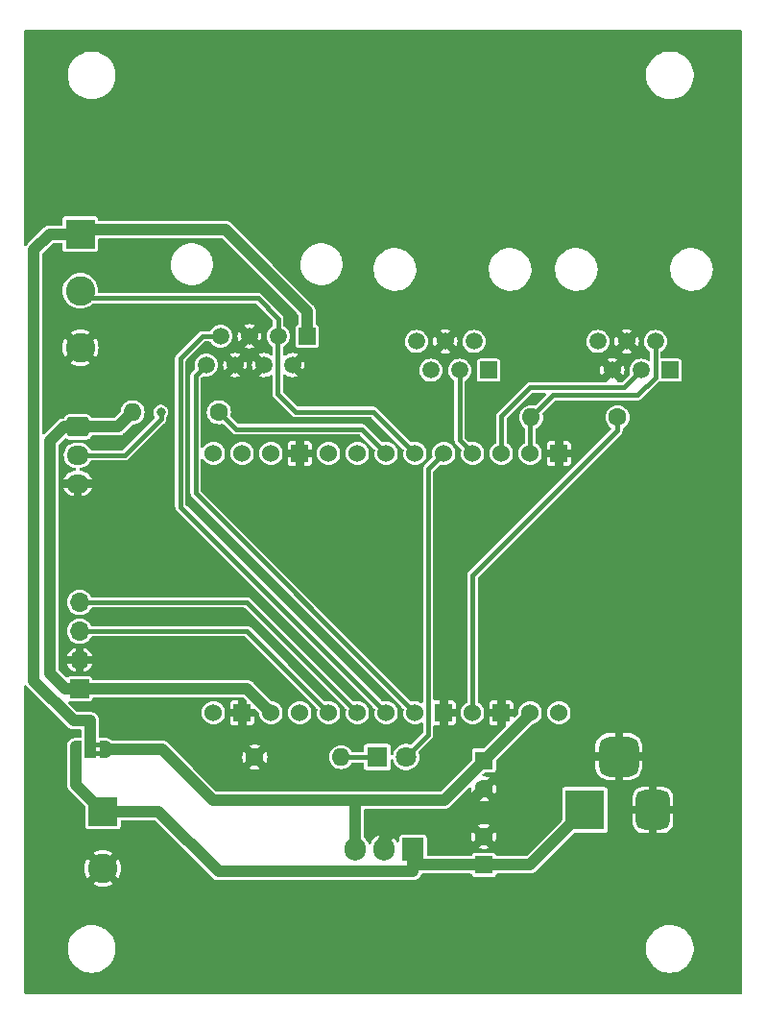
<source format=gbr>
%TF.GenerationSoftware,KiCad,Pcbnew,7.0.5*%
%TF.CreationDate,2023-07-03T18:28:24-04:00*%
%TF.ProjectId,Weather_ESP32,57656174-6865-4725-9f45-535033322e6b,v2*%
%TF.SameCoordinates,Original*%
%TF.FileFunction,Copper,L2,Bot*%
%TF.FilePolarity,Positive*%
%FSLAX46Y46*%
G04 Gerber Fmt 4.6, Leading zero omitted, Abs format (unit mm)*
G04 Created by KiCad (PCBNEW 7.0.5) date 2023-07-03 18:28:24*
%MOMM*%
%LPD*%
G01*
G04 APERTURE LIST*
G04 Aperture macros list*
%AMRoundRect*
0 Rectangle with rounded corners*
0 $1 Rounding radius*
0 $2 $3 $4 $5 $6 $7 $8 $9 X,Y pos of 4 corners*
0 Add a 4 corners polygon primitive as box body*
4,1,4,$2,$3,$4,$5,$6,$7,$8,$9,$2,$3,0*
0 Add four circle primitives for the rounded corners*
1,1,$1+$1,$2,$3*
1,1,$1+$1,$4,$5*
1,1,$1+$1,$6,$7*
1,1,$1+$1,$8,$9*
0 Add four rect primitives between the rounded corners*
20,1,$1+$1,$2,$3,$4,$5,0*
20,1,$1+$1,$4,$5,$6,$7,0*
20,1,$1+$1,$6,$7,$8,$9,0*
20,1,$1+$1,$8,$9,$2,$3,0*%
%AMFreePoly0*
4,1,19,0.550000,-0.750000,0.000000,-0.750000,0.000000,-0.744911,-0.071157,-0.744911,-0.207708,-0.704816,-0.327430,-0.627875,-0.420627,-0.520320,-0.479746,-0.390866,-0.500000,-0.250000,-0.500000,0.250000,-0.479746,0.390866,-0.420627,0.520320,-0.327430,0.627875,-0.207708,0.704816,-0.071157,0.744911,0.000000,0.744911,0.000000,0.750000,0.550000,0.750000,0.550000,-0.750000,0.550000,-0.750000,
$1*%
%AMFreePoly1*
4,1,19,0.000000,0.744911,0.071157,0.744911,0.207708,0.704816,0.327430,0.627875,0.420627,0.520320,0.479746,0.390866,0.500000,0.250000,0.500000,-0.250000,0.479746,-0.390866,0.420627,-0.520320,0.327430,-0.627875,0.207708,-0.704816,0.071157,-0.744911,0.000000,-0.744911,0.000000,-0.750000,-0.550000,-0.750000,-0.550000,0.750000,0.000000,0.750000,0.000000,0.744911,0.000000,0.744911,
$1*%
G04 Aperture macros list end*
%TA.AperFunction,ComponentPad*%
%ADD10C,1.600000*%
%TD*%
%TA.AperFunction,ComponentPad*%
%ADD11O,1.600000X1.600000*%
%TD*%
%TA.AperFunction,ComponentPad*%
%ADD12R,1.500000X1.500000*%
%TD*%
%TA.AperFunction,ComponentPad*%
%ADD13C,1.500000*%
%TD*%
%TA.AperFunction,ComponentPad*%
%ADD14C,1.524000*%
%TD*%
%TA.AperFunction,ComponentPad*%
%ADD15R,1.524000X1.524000*%
%TD*%
%TA.AperFunction,SMDPad,CuDef*%
%ADD16FreePoly0,180.000000*%
%TD*%
%TA.AperFunction,SMDPad,CuDef*%
%ADD17R,1.000000X1.500000*%
%TD*%
%TA.AperFunction,SMDPad,CuDef*%
%ADD18FreePoly1,180.000000*%
%TD*%
%TA.AperFunction,ComponentPad*%
%ADD19R,2.600000X2.600000*%
%TD*%
%TA.AperFunction,ComponentPad*%
%ADD20C,2.600000*%
%TD*%
%TA.AperFunction,ComponentPad*%
%ADD21R,1.600000X1.600000*%
%TD*%
%TA.AperFunction,ComponentPad*%
%ADD22R,1.520000X1.520000*%
%TD*%
%TA.AperFunction,ComponentPad*%
%ADD23C,1.520000*%
%TD*%
%TA.AperFunction,ComponentPad*%
%ADD24R,1.905000X2.000000*%
%TD*%
%TA.AperFunction,ComponentPad*%
%ADD25O,1.905000X2.000000*%
%TD*%
%TA.AperFunction,ComponentPad*%
%ADD26R,3.500000X3.500000*%
%TD*%
%TA.AperFunction,ComponentPad*%
%ADD27RoundRect,0.750000X0.750000X1.000000X-0.750000X1.000000X-0.750000X-1.000000X0.750000X-1.000000X0*%
%TD*%
%TA.AperFunction,ComponentPad*%
%ADD28RoundRect,0.875000X0.875000X0.875000X-0.875000X0.875000X-0.875000X-0.875000X0.875000X-0.875000X0*%
%TD*%
%TA.AperFunction,ComponentPad*%
%ADD29RoundRect,0.250000X-0.725000X0.600000X-0.725000X-0.600000X0.725000X-0.600000X0.725000X0.600000X0*%
%TD*%
%TA.AperFunction,ComponentPad*%
%ADD30O,1.950000X1.700000*%
%TD*%
%TA.AperFunction,ComponentPad*%
%ADD31O,1.700000X1.700000*%
%TD*%
%TA.AperFunction,ComponentPad*%
%ADD32R,1.700000X1.700000*%
%TD*%
%TA.AperFunction,ComponentPad*%
%ADD33R,1.800000X1.800000*%
%TD*%
%TA.AperFunction,ComponentPad*%
%ADD34C,1.800000*%
%TD*%
%TA.AperFunction,ViaPad*%
%ADD35C,0.800000*%
%TD*%
%TA.AperFunction,Conductor*%
%ADD36C,1.000000*%
%TD*%
%TA.AperFunction,Conductor*%
%ADD37C,0.400000*%
%TD*%
G04 APERTURE END LIST*
%TA.AperFunction,EtchedComponent*%
%TO.C,JP1*%
G36*
X125800000Y-123000000D02*
G01*
X125300000Y-123000000D01*
X125300000Y-122600000D01*
X125800000Y-122600000D01*
X125800000Y-123000000D01*
G37*
%TD.AperFunction*%
%TA.AperFunction,EtchedComponent*%
G36*
X125800000Y-122200000D02*
G01*
X125300000Y-122200000D01*
X125300000Y-121800000D01*
X125800000Y-121800000D01*
X125800000Y-122200000D01*
G37*
%TD.AperFunction*%
%TD*%
D10*
%TO.P,R3,1*%
%TO.N,1-Wire*%
X136225000Y-92700000D03*
D11*
%TO.P,R3,2*%
%TO.N,+3V3*%
X128605000Y-92700000D03*
%TD*%
D12*
%TO.P,J6,1*%
%TO.N,RAIN_PWR*%
X144000000Y-86000000D03*
D13*
%TO.P,J6,2*%
%TO.N,GND*%
X142730000Y-88540000D03*
%TO.P,J6,3*%
%TO.N,RAIN2*%
X141460000Y-86000000D03*
%TO.P,J6,4*%
%TO.N,GND*%
X140190000Y-88540000D03*
%TO.P,J6,5*%
X138920000Y-86000000D03*
%TO.P,J6,6*%
X137650000Y-88540000D03*
%TO.P,J6,7*%
%TO.N,RXD*%
X136380000Y-86000000D03*
%TO.P,J6,8*%
%TO.N,TXD*%
X135110000Y-88540000D03*
%TD*%
D14*
%TO.P,U1,1,EN*%
%TO.N,unconnected-(U1-EN-Pad1)*%
X135739680Y-119186120D03*
D15*
%TO.P,U1,2,GND*%
%TO.N,GND*%
X138279680Y-119186120D03*
D14*
%TO.P,U1,3,3V3*%
%TO.N,+3V3*%
X140819680Y-119186120D03*
%TO.P,U1,4,EN*%
%TO.N,unconnected-(U1-EN-Pad4)*%
X143359680Y-119186120D03*
%TO.P,U1,5,IO32/CFG*%
%TO.N,SCL*%
X145899680Y-119186120D03*
%TO.P,U1,6,EN_485/IO33*%
%TO.N,SDA*%
X148439680Y-119186120D03*
%TO.P,U1,7,RXD/IO5*%
%TO.N,RXD*%
X150979680Y-119186120D03*
%TO.P,U1,8,TXD/IO17*%
%TO.N,TXD*%
X153519680Y-119186120D03*
D15*
%TO.P,U1,9,GND*%
%TO.N,GND*%
X156059680Y-119186120D03*
D14*
%TO.P,U1,10,3V3*%
%TO.N,+3.3VP*%
X158599680Y-119186120D03*
D15*
%TO.P,U1,11,GND*%
%TO.N,GND*%
X161139680Y-119186120D03*
D14*
%TO.P,U1,12,5V*%
%TO.N,+5V*%
X163679680Y-119186120D03*
%TO.P,U1,13,LINK*%
%TO.N,unconnected-(U1-LINK-Pad13)*%
X166219680Y-119186120D03*
%TO.P,U1,14,TX0*%
%TO.N,unconnected-(U1-TX0-Pad14)*%
X135739680Y-96326120D03*
%TO.P,U1,15,RX0/IO3*%
%TO.N,unconnected-(U1-RX0{slash}IO3-Pad15)*%
X138279680Y-96326120D03*
%TO.P,U1,16,IO0*%
%TO.N,unconnected-(U1-IO0-Pad16)*%
X140819680Y-96326120D03*
D15*
%TO.P,U1,17,GND*%
%TO.N,GND*%
X143359680Y-96326120D03*
D14*
%TO.P,U1,18,IO39*%
%TO.N,unconnected-(U1-IO39-Pad18)*%
X145899680Y-96326120D03*
%TO.P,U1,19,IO36*%
%TO.N,unconnected-(U1-IO36-Pad19)*%
X148439680Y-96326120D03*
%TO.P,U1,20,IO15*%
%TO.N,1-Wire*%
X150979680Y-96326120D03*
%TO.P,U1,21,IO14*%
%TO.N,RAIN2*%
X153519680Y-96326120D03*
%TO.P,U1,22,IO12*%
%TO.N,Net-(D1-A)*%
X156059680Y-96326120D03*
%TO.P,U1,23,IO35*%
%TO.N,RAIN1*%
X158599680Y-96326120D03*
%TO.P,U1,24,IO4*%
%TO.N,WSPEED*%
X161139680Y-96326120D03*
%TO.P,U1,25,IO2*%
%TO.N,WDIR*%
X163679680Y-96326120D03*
D15*
%TO.P,U1,26,GND*%
%TO.N,GND*%
X166219680Y-96326120D03*
%TD*%
D16*
%TO.P,JP1,1,A*%
%TO.N,+5V*%
X126200000Y-122400000D03*
D17*
%TO.P,JP1,2,C*%
%TO.N,RAIN_PWR*%
X124900000Y-122400000D03*
D18*
%TO.P,JP1,3,B*%
%TO.N,+12V*%
X123600000Y-122400000D03*
%TD*%
D19*
%TO.P,J3,1,Pin_1*%
%TO.N,RAIN_PWR*%
X124000000Y-77000000D03*
D20*
%TO.P,J3,2,Pin_2*%
%TO.N,RAIN2*%
X124000000Y-82000000D03*
%TO.P,J3,3,Pin_3*%
%TO.N,GND*%
X124000000Y-87000000D03*
%TD*%
D10*
%TO.P,R1,1*%
%TO.N,+3.3VP*%
X171385000Y-93150000D03*
D11*
%TO.P,R1,2*%
%TO.N,WDIR*%
X163765000Y-93150000D03*
%TD*%
D20*
%TO.P,J1,2,Pin_2*%
%TO.N,GND*%
X125995000Y-132900000D03*
D19*
%TO.P,J1,1,Pin_1*%
%TO.N,+12V*%
X125995000Y-127900000D03*
%TD*%
D10*
%TO.P,C1,2*%
%TO.N,GND*%
X159600000Y-130100000D03*
D21*
%TO.P,C1,1*%
%TO.N,+12V*%
X159600000Y-132600000D03*
%TD*%
%TO.P,C2,1*%
%TO.N,+5V*%
X159600000Y-123400000D03*
D10*
%TO.P,C2,2*%
%TO.N,GND*%
X159600000Y-125900000D03*
%TD*%
D22*
%TO.P,J4,1*%
%TO.N,unconnected-(J4-Pad1)*%
X176000000Y-89000000D03*
D23*
%TO.P,J4,2*%
%TO.N,WDIR*%
X174730000Y-86460000D03*
%TO.P,J4,3*%
%TO.N,WSPEED*%
X173460000Y-89000000D03*
%TO.P,J4,4*%
%TO.N,GND*%
X172190000Y-86460000D03*
%TO.P,J4,5*%
X170920000Y-89000000D03*
%TO.P,J4,6*%
%TO.N,unconnected-(J4-Pad6)*%
X169650000Y-86460000D03*
%TD*%
D22*
%TO.P,J5,1*%
%TO.N,unconnected-(J5-Pad1)*%
X160000000Y-89000000D03*
D23*
%TO.P,J5,2*%
%TO.N,unconnected-(J5-Pad2)*%
X158730000Y-86460000D03*
%TO.P,J5,3*%
%TO.N,RAIN1*%
X157460000Y-89000000D03*
%TO.P,J5,4*%
%TO.N,GND*%
X156190000Y-86460000D03*
%TO.P,J5,5*%
%TO.N,unconnected-(J5-Pad5)*%
X154920000Y-89000000D03*
%TO.P,J5,6*%
%TO.N,unconnected-(J5-Pad6)*%
X153650000Y-86460000D03*
%TD*%
D24*
%TO.P,U2,1,IN*%
%TO.N,+12V*%
X153340000Y-131200000D03*
D25*
%TO.P,U2,2,GND*%
%TO.N,GND*%
X150800000Y-131200000D03*
%TO.P,U2,3,OUT*%
%TO.N,+5V*%
X148260000Y-131200000D03*
%TD*%
D26*
%TO.P,J2,1*%
%TO.N,+12V*%
X168500000Y-127757500D03*
D27*
%TO.P,J2,2*%
%TO.N,GND*%
X174500000Y-127757500D03*
D28*
%TO.P,J2,MP,MountPin*%
X171500000Y-123057500D03*
%TD*%
D10*
%TO.P,R2,1*%
%TO.N,GND*%
X139390000Y-123100000D03*
D11*
%TO.P,R2,2*%
%TO.N,Net-(D1-K)*%
X147010000Y-123100000D03*
%TD*%
D29*
%TO.P,J8,1,Pin_1*%
%TO.N,+3V3*%
X123775000Y-94000000D03*
D30*
%TO.P,J8,2,Pin_2*%
%TO.N,1-Wire*%
X123775000Y-96500000D03*
%TO.P,J8,3,Pin_3*%
%TO.N,GND*%
X123775000Y-99000000D03*
%TD*%
D31*
%TO.P,J7,4,Pin_4*%
%TO.N,SDA*%
X123950000Y-109460000D03*
%TO.P,J7,3,Pin_3*%
%TO.N,SCL*%
X123950000Y-112000000D03*
%TO.P,J7,2,Pin_2*%
%TO.N,GND*%
X123950000Y-114540000D03*
D32*
%TO.P,J7,1,Pin_1*%
%TO.N,+3V3*%
X123950000Y-117080000D03*
%TD*%
D33*
%TO.P,D1,1,K*%
%TO.N,Net-(D1-K)*%
X150190000Y-123100000D03*
D34*
%TO.P,D1,2,A*%
%TO.N,Net-(D1-A)*%
X152730000Y-123100000D03*
%TD*%
D35*
%TO.N,GND*%
X132000000Y-115600000D03*
X132700000Y-118700000D03*
X155400000Y-125300000D03*
X147300000Y-125500000D03*
X136500000Y-125300000D03*
X132500000Y-121500000D03*
X126500000Y-120000000D03*
X122200000Y-121000000D03*
X122500000Y-127100000D03*
X129600000Y-130100000D03*
X132800000Y-132000000D03*
X155100000Y-131100000D03*
X154900000Y-128300000D03*
X149800000Y-128400000D03*
X164300000Y-129500000D03*
X164600000Y-134000000D03*
X168900000Y-131100000D03*
X127600000Y-136000000D03*
X133300000Y-135900000D03*
X142300000Y-135900000D03*
X120100000Y-130100000D03*
X120100000Y-123300000D03*
X120100000Y-118900000D03*
X164800000Y-89400000D03*
X169600000Y-93100000D03*
X165800000Y-93200000D03*
X158500000Y-91300000D03*
X156400000Y-91400000D03*
X153300000Y-94400000D03*
X150900000Y-91900000D03*
X143300000Y-91500000D03*
X141800000Y-93200000D03*
X149600000Y-93700000D03*
X151000000Y-84000000D03*
X161000000Y-84000000D03*
X168000000Y-84000000D03*
X178000000Y-84000000D03*
X130000000Y-68000000D03*
X141000000Y-68000000D03*
X154000000Y-68000000D03*
X171000000Y-68000000D03*
X164000000Y-68000000D03*
X171000000Y-61000000D03*
X164000000Y-61000000D03*
X154000000Y-61000000D03*
X141000000Y-61000000D03*
X130000000Y-61000000D03*
X127200000Y-90500000D03*
X121400000Y-88000000D03*
X121600000Y-79400000D03*
X121200000Y-92900000D03*
X145000000Y-117000000D03*
X153500000Y-117100000D03*
X150200000Y-117100000D03*
X147500000Y-117000000D03*
X142000000Y-117000000D03*
X146000000Y-99000000D03*
X147000000Y-110000000D03*
X157000000Y-114000000D03*
X157000000Y-107000000D03*
X153000000Y-107000000D03*
X153000000Y-99000000D03*
X161000000Y-99000000D03*
X173400000Y-93000000D03*
X181000000Y-93000000D03*
X176000000Y-122000000D03*
X181000000Y-122000000D03*
X181000000Y-114000000D03*
X181000000Y-107000000D03*
X181000000Y-99000000D03*
X176000000Y-99000000D03*
X171000000Y-99000000D03*
X171000000Y-107000000D03*
X176000000Y-107000000D03*
X176000000Y-114000000D03*
X171000000Y-114000000D03*
X166000000Y-107000000D03*
X166000000Y-114000000D03*
X161000000Y-114000000D03*
X161000000Y-107000000D03*
X165475000Y-121700000D03*
X163950000Y-125625000D03*
X126275000Y-113050000D03*
X138100000Y-113150000D03*
X126475000Y-108300000D03*
X126675000Y-110750000D03*
X137900000Y-110750000D03*
X140100000Y-107050000D03*
X141775000Y-105650000D03*
X138450000Y-108450000D03*
X134375000Y-101275000D03*
X132100000Y-101975000D03*
X135250000Y-90550000D03*
X138175000Y-92675000D03*
X130025000Y-90550000D03*
X126750000Y-95400000D03*
X130300000Y-96225000D03*
X135625000Y-99225000D03*
%TO.N,1-Wire*%
X131100000Y-92699998D03*
%TO.N,GND*%
X123450000Y-72900000D03*
X127700000Y-81300000D03*
X144000000Y-73000000D03*
X178000000Y-73000000D03*
X166000000Y-136000000D03*
X130000000Y-72650000D03*
X141700000Y-79000000D03*
X168000000Y-73000000D03*
X127600000Y-84300000D03*
X146000000Y-82650000D03*
X181000000Y-87250000D03*
X134000000Y-73000000D03*
X157500000Y-134400000D03*
X161000000Y-73000000D03*
X152000000Y-73000000D03*
X145500000Y-88400000D03*
X150050000Y-135850000D03*
X138700000Y-81000000D03*
X138300000Y-75500000D03*
%TD*%
D36*
%TO.N,+3V3*%
X122550000Y-94000000D02*
X123775000Y-94000000D01*
X121350000Y-115750000D02*
X121350000Y-95200000D01*
X122680000Y-117080000D02*
X121350000Y-115750000D01*
X123950000Y-117080000D02*
X122680000Y-117080000D01*
X121350000Y-95200000D02*
X122550000Y-94000000D01*
%TO.N,RAIN_PWR*%
X119900000Y-78400000D02*
X121300000Y-77000000D01*
X121300000Y-77000000D02*
X124000000Y-77000000D01*
X123400000Y-119900000D02*
X119900000Y-116400000D01*
X124900000Y-119900000D02*
X123400000Y-119900000D01*
X124900000Y-122400000D02*
X124900000Y-119900000D01*
X119900000Y-116400000D02*
X119900000Y-78400000D01*
%TO.N,+12V*%
X125995000Y-127900000D02*
X130900000Y-127900000D01*
X136200000Y-133200000D02*
X153340000Y-133200000D01*
X130900000Y-127900000D02*
X136200000Y-133200000D01*
X153340000Y-133200000D02*
X153340000Y-131200000D01*
X123600000Y-125505000D02*
X125995000Y-127900000D01*
X123600000Y-122400000D02*
X123600000Y-125505000D01*
%TO.N,+5V*%
X135694888Y-126894888D02*
X148260000Y-126894888D01*
X131200000Y-122400000D02*
X135694888Y-126894888D01*
X126200000Y-122400000D02*
X131200000Y-122400000D01*
X148260000Y-126894888D02*
X156105112Y-126894888D01*
X148260000Y-131200000D02*
X148260000Y-126894888D01*
X156105112Y-126894888D02*
X159600000Y-123400000D01*
D37*
%TO.N,Net-(D1-A)*%
X154681680Y-121148320D02*
X152730000Y-123100000D01*
X154681680Y-97704120D02*
X154681680Y-121148320D01*
X156059680Y-96326120D02*
X154681680Y-97704120D01*
D36*
%TO.N,+3V3*%
X138713560Y-117080000D02*
X140819680Y-119186120D01*
X123950000Y-117080000D02*
X138713560Y-117080000D01*
%TO.N,GND*%
X150800000Y-130387500D02*
X150800000Y-131200000D01*
X151792612Y-129394888D02*
X150800000Y-130387500D01*
X159600000Y-125900000D02*
X156105112Y-129394888D01*
%TO.N,+5V*%
X163679680Y-119320320D02*
X163679680Y-119186120D01*
X159600000Y-123400000D02*
X163679680Y-119320320D01*
%TO.N,GND*%
X156105112Y-129394888D02*
X151792612Y-129394888D01*
%TO.N,+12V*%
X153340000Y-132500000D02*
X153340000Y-131200000D01*
X153440000Y-132600000D02*
X153340000Y-132500000D01*
X163657500Y-132600000D02*
X153440000Y-132600000D01*
X168500000Y-127757500D02*
X163657500Y-132600000D01*
D37*
%TO.N,WDIR*%
X173140000Y-91200000D02*
X174730000Y-89610000D01*
X174730000Y-89610000D02*
X174730000Y-86460000D01*
X165715000Y-91200000D02*
X173140000Y-91200000D01*
X163765000Y-93150000D02*
X165715000Y-91200000D01*
%TO.N,1-Wire*%
X131100000Y-93325000D02*
X131100000Y-92699998D01*
X123775000Y-96500000D02*
X127925000Y-96500000D01*
X127925000Y-96500000D02*
X131100000Y-93325000D01*
%TO.N,RXD*%
X132825000Y-101031440D02*
X150979680Y-119186120D01*
X132825000Y-87925000D02*
X132825000Y-101031440D01*
X134750000Y-86000000D02*
X132825000Y-87925000D01*
X136380000Y-86000000D02*
X134750000Y-86000000D01*
%TO.N,1-Wire*%
X137725000Y-94200000D02*
X136225000Y-92700000D01*
X148853560Y-94200000D02*
X137725000Y-94200000D01*
X150979680Y-96326120D02*
X148853560Y-94200000D01*
D36*
%TO.N,+3V3*%
X127305000Y-94000000D02*
X128605000Y-92700000D01*
X123775000Y-94000000D02*
X127305000Y-94000000D01*
D37*
%TO.N,WSPEED*%
X173460000Y-89000000D02*
X171935000Y-90525000D01*
X163675000Y-90525000D02*
X161139680Y-93060320D01*
X171935000Y-90525000D02*
X163675000Y-90525000D01*
X161139680Y-93060320D02*
X161139680Y-96326120D01*
%TO.N,RAIN2*%
X141425000Y-86035000D02*
X141460000Y-86000000D01*
X141425000Y-91100000D02*
X141425000Y-86035000D01*
X153519680Y-96326120D02*
X149868560Y-92675000D01*
X149868560Y-92675000D02*
X143000000Y-92675000D01*
X143000000Y-92675000D02*
X141425000Y-91100000D01*
%TO.N,+3.3VP*%
X158599680Y-107066690D02*
X158599680Y-119186120D01*
X171385000Y-94281370D02*
X158599680Y-107066690D01*
X171385000Y-93150000D02*
X171385000Y-94281370D01*
%TO.N,WDIR*%
X163679680Y-93235320D02*
X163765000Y-93150000D01*
X163679680Y-96326120D02*
X163679680Y-93235320D01*
%TO.N,TXD*%
X135110000Y-88540000D02*
X134175000Y-89475000D01*
X134175000Y-99841440D02*
X153519680Y-119186120D01*
X134175000Y-89475000D02*
X134175000Y-99841440D01*
%TO.N,RAIN1*%
X157460000Y-89000000D02*
X157460000Y-95186440D01*
X157460000Y-95186440D02*
X158599680Y-96326120D01*
%TO.N,SDA*%
X138703560Y-109450000D02*
X123960000Y-109450000D01*
X148439680Y-119186120D02*
X138703560Y-109450000D01*
X123960000Y-109450000D02*
X123950000Y-109460000D01*
%TO.N,SCL*%
X138713560Y-112000000D02*
X145899680Y-119186120D01*
X123950000Y-112000000D02*
X138713560Y-112000000D01*
%TO.N,RAIN2*%
X141460000Y-84460000D02*
X139650000Y-82650000D01*
X139650000Y-82650000D02*
X124650000Y-82650000D01*
X141460000Y-86000000D02*
X141460000Y-84460000D01*
X124650000Y-82650000D02*
X124000000Y-82000000D01*
%TO.N,Net-(D1-K)*%
X150190000Y-123100000D02*
X147010000Y-123100000D01*
D36*
%TO.N,RAIN_PWR*%
X144000000Y-83800000D02*
X144000000Y-86000000D01*
X124000000Y-77000000D02*
X124400000Y-76600000D01*
X124400000Y-76600000D02*
X136800000Y-76600000D01*
X136800000Y-76600000D02*
X144000000Y-83800000D01*
%TD*%
%TA.AperFunction,Conductor*%
%TO.N,GND*%
G36*
X140601536Y-88450904D02*
G01*
X140635562Y-88513216D01*
X140630497Y-88584031D01*
X140601536Y-88629094D01*
X140537999Y-88692630D01*
X140563465Y-88634574D01*
X140573938Y-88508186D01*
X140545154Y-88394522D01*
X140601536Y-88450904D01*
G37*
%TD.AperFunction*%
%TA.AperFunction,Conductor*%
G36*
X142356535Y-88445426D02*
G01*
X142346062Y-88571814D01*
X142374845Y-88685478D01*
X142318463Y-88629096D01*
X142284438Y-88566783D01*
X142289502Y-88495968D01*
X142318463Y-88450904D01*
X142382002Y-88387364D01*
X142356535Y-88445426D01*
G37*
%TD.AperFunction*%
%TA.AperFunction,Conductor*%
G36*
X182316621Y-59045502D02*
G01*
X182363114Y-59099158D01*
X182374500Y-59151500D01*
X182374500Y-143848500D01*
X182354498Y-143916621D01*
X182300842Y-143963114D01*
X182248500Y-143974500D01*
X119151500Y-143974500D01*
X119083379Y-143954498D01*
X119036886Y-143900842D01*
X119025500Y-143848500D01*
X119025500Y-140143688D01*
X122899500Y-140143688D01*
X122938628Y-140428357D01*
X122986760Y-140600141D01*
X123016156Y-140705058D01*
X123130639Y-140968625D01*
X123279945Y-141214147D01*
X123461292Y-141437053D01*
X123671302Y-141633189D01*
X123906064Y-141798901D01*
X124012030Y-141853808D01*
X124161196Y-141931101D01*
X124161199Y-141931102D01*
X124161203Y-141931104D01*
X124431968Y-142027334D01*
X124713314Y-142085798D01*
X124713325Y-142085798D01*
X124713327Y-142085799D01*
X124928245Y-142100500D01*
X124928248Y-142100500D01*
X125071755Y-142100500D01*
X125286672Y-142085799D01*
X125286672Y-142085798D01*
X125286686Y-142085798D01*
X125568032Y-142027334D01*
X125838797Y-141931104D01*
X126093936Y-141798901D01*
X126328698Y-141633189D01*
X126538708Y-141437053D01*
X126720055Y-141214147D01*
X126869361Y-140968625D01*
X126983844Y-140705058D01*
X127061371Y-140428358D01*
X127100499Y-140143688D01*
X173899500Y-140143688D01*
X173938628Y-140428357D01*
X173986760Y-140600141D01*
X174016156Y-140705058D01*
X174130639Y-140968625D01*
X174279945Y-141214147D01*
X174461292Y-141437053D01*
X174671302Y-141633189D01*
X174906064Y-141798901D01*
X175012030Y-141853808D01*
X175161196Y-141931101D01*
X175161199Y-141931102D01*
X175161203Y-141931104D01*
X175431968Y-142027334D01*
X175713314Y-142085798D01*
X175713325Y-142085798D01*
X175713327Y-142085799D01*
X175928245Y-142100500D01*
X175928248Y-142100500D01*
X176071755Y-142100500D01*
X176286672Y-142085799D01*
X176286672Y-142085798D01*
X176286686Y-142085798D01*
X176568032Y-142027334D01*
X176838797Y-141931104D01*
X177093936Y-141798901D01*
X177328698Y-141633189D01*
X177538708Y-141437053D01*
X177720055Y-141214147D01*
X177869361Y-140968625D01*
X177983844Y-140705058D01*
X178061371Y-140428358D01*
X178100500Y-140143678D01*
X178100500Y-139856322D01*
X178100500Y-139856321D01*
X178100499Y-139856311D01*
X178061371Y-139571642D01*
X178061370Y-139571641D01*
X177983844Y-139294942D01*
X177869361Y-139031375D01*
X177720055Y-138785853D01*
X177538708Y-138562947D01*
X177328698Y-138366811D01*
X177180426Y-138262150D01*
X177093938Y-138201100D01*
X176838803Y-138068898D01*
X176568033Y-137972666D01*
X176568025Y-137972664D01*
X176440980Y-137946264D01*
X176286686Y-137914202D01*
X176286681Y-137914201D01*
X176286678Y-137914201D01*
X176286672Y-137914200D01*
X176071755Y-137899500D01*
X176071752Y-137899500D01*
X175928248Y-137899500D01*
X175928245Y-137899500D01*
X175713327Y-137914200D01*
X175713321Y-137914201D01*
X175713317Y-137914201D01*
X175713314Y-137914202D01*
X175607424Y-137936206D01*
X175431974Y-137972664D01*
X175431966Y-137972666D01*
X175161196Y-138068898D01*
X174906061Y-138201100D01*
X174671302Y-138366811D01*
X174461294Y-138562944D01*
X174279947Y-138785850D01*
X174130639Y-139031375D01*
X174016157Y-139294939D01*
X173938628Y-139571642D01*
X173899500Y-139856311D01*
X173899500Y-140143688D01*
X127100499Y-140143688D01*
X127100500Y-140143678D01*
X127100500Y-139856322D01*
X127100500Y-139856321D01*
X127100499Y-139856311D01*
X127061371Y-139571642D01*
X126983844Y-139294942D01*
X126869361Y-139031375D01*
X126720055Y-138785853D01*
X126538708Y-138562947D01*
X126328698Y-138366811D01*
X126180426Y-138262150D01*
X126093938Y-138201100D01*
X125838803Y-138068898D01*
X125568033Y-137972666D01*
X125568025Y-137972664D01*
X125440980Y-137946264D01*
X125286686Y-137914202D01*
X125286681Y-137914201D01*
X125286678Y-137914201D01*
X125286672Y-137914200D01*
X125071755Y-137899500D01*
X125071752Y-137899500D01*
X124928248Y-137899500D01*
X124928245Y-137899500D01*
X124713327Y-137914200D01*
X124713321Y-137914201D01*
X124713317Y-137914201D01*
X124713314Y-137914202D01*
X124607424Y-137936206D01*
X124431974Y-137972664D01*
X124431966Y-137972666D01*
X124161196Y-138068898D01*
X123906061Y-138201100D01*
X123671302Y-138366811D01*
X123461294Y-138562944D01*
X123279947Y-138785850D01*
X123130639Y-139031375D01*
X123016157Y-139294939D01*
X122938628Y-139571642D01*
X122899500Y-139856311D01*
X122899500Y-140143688D01*
X119025500Y-140143688D01*
X119025500Y-132899999D01*
X124382028Y-132899999D01*
X124401886Y-133152323D01*
X124460971Y-133398434D01*
X124557832Y-133632277D01*
X124635442Y-133758923D01*
X124635442Y-133758924D01*
X125356383Y-133037983D01*
X125402188Y-133178956D01*
X125490186Y-133317619D01*
X125609903Y-133430040D01*
X125753817Y-133509158D01*
X125859371Y-133536259D01*
X125136074Y-134259556D01*
X125262722Y-134337167D01*
X125496565Y-134434028D01*
X125742676Y-134493113D01*
X125994999Y-134512971D01*
X126247323Y-134493113D01*
X126493434Y-134434028D01*
X126727276Y-134337167D01*
X126727278Y-134337166D01*
X126853924Y-134259555D01*
X126132202Y-133537833D01*
X126157933Y-133534583D01*
X126310629Y-133474126D01*
X126443492Y-133377595D01*
X126548175Y-133251055D01*
X126618100Y-133102457D01*
X126630914Y-133035282D01*
X127354555Y-133758924D01*
X127432166Y-133632278D01*
X127432167Y-133632276D01*
X127529028Y-133398434D01*
X127588113Y-133152323D01*
X127607971Y-132899999D01*
X127588113Y-132647676D01*
X127529028Y-132401565D01*
X127432167Y-132167722D01*
X127354556Y-132041075D01*
X127354556Y-132041074D01*
X126633616Y-132762014D01*
X126587812Y-132621044D01*
X126499814Y-132482381D01*
X126380097Y-132369960D01*
X126236183Y-132290842D01*
X126130627Y-132263739D01*
X126853924Y-131540442D01*
X126727277Y-131462832D01*
X126493434Y-131365971D01*
X126247323Y-131306886D01*
X125994999Y-131287028D01*
X125742676Y-131306886D01*
X125496565Y-131365971D01*
X125262722Y-131462832D01*
X125136075Y-131540442D01*
X125136075Y-131540444D01*
X125857797Y-132262166D01*
X125832067Y-132265417D01*
X125679371Y-132325874D01*
X125546508Y-132422405D01*
X125441825Y-132548945D01*
X125371900Y-132697543D01*
X125359085Y-132764716D01*
X124635444Y-132041075D01*
X124635442Y-132041075D01*
X124557832Y-132167722D01*
X124460971Y-132401565D01*
X124401886Y-132647676D01*
X124382028Y-132899999D01*
X119025500Y-132899999D01*
X119025500Y-116871580D01*
X119045502Y-116803459D01*
X119099158Y-116756966D01*
X119169432Y-116746862D01*
X119234012Y-116776356D01*
X119256773Y-116802345D01*
X119259738Y-116806852D01*
X119260706Y-116808372D01*
X119300970Y-116873651D01*
X119300972Y-116873652D01*
X119300972Y-116873653D01*
X119305522Y-116879408D01*
X119305468Y-116879450D01*
X119310228Y-116885292D01*
X119310279Y-116885250D01*
X119314997Y-116890872D01*
X119370822Y-116943540D01*
X119372136Y-116944817D01*
X122818092Y-120390773D01*
X122830065Y-120404627D01*
X122844531Y-120424058D01*
X122856348Y-120433974D01*
X122884975Y-120457994D01*
X122889021Y-120461702D01*
X122894899Y-120467580D01*
X122894900Y-120467581D01*
X122920170Y-120487562D01*
X122921584Y-120488713D01*
X122980360Y-120538032D01*
X122980366Y-120538035D01*
X122986495Y-120542067D01*
X122986457Y-120542123D01*
X122992813Y-120546172D01*
X122992849Y-120546115D01*
X122999094Y-120549967D01*
X123068671Y-120582410D01*
X123070183Y-120583141D01*
X123138812Y-120617609D01*
X123138814Y-120617609D01*
X123145707Y-120620118D01*
X123145684Y-120620180D01*
X123152810Y-120622657D01*
X123152831Y-120622595D01*
X123159793Y-120624902D01*
X123234992Y-120640428D01*
X123236629Y-120640791D01*
X123311344Y-120658500D01*
X123311346Y-120658500D01*
X123318632Y-120659352D01*
X123318624Y-120659418D01*
X123326122Y-120660184D01*
X123326128Y-120660118D01*
X123333434Y-120660756D01*
X123333442Y-120660758D01*
X123379967Y-120659404D01*
X123410140Y-120658527D01*
X123411972Y-120658500D01*
X124015500Y-120658500D01*
X124083621Y-120678502D01*
X124130114Y-120732158D01*
X124141500Y-120784500D01*
X124141500Y-121260436D01*
X124121498Y-121328557D01*
X124067842Y-121375050D01*
X124015500Y-121386436D01*
X123528111Y-121386436D01*
X123478608Y-121393553D01*
X123453855Y-121397112D01*
X123453848Y-121397114D01*
X123315899Y-121437619D01*
X123247667Y-121468780D01*
X123247662Y-121468783D01*
X123126706Y-121546517D01*
X123070012Y-121595642D01*
X122975860Y-121704301D01*
X122935302Y-121767410D01*
X122935299Y-121767415D01*
X122875574Y-121898193D01*
X122854441Y-121970167D01*
X122854436Y-121970188D01*
X122833977Y-122112485D01*
X122833977Y-122187516D01*
X122835154Y-122195704D01*
X122836435Y-122213624D01*
X122836435Y-122586376D01*
X122835154Y-122604295D01*
X122833977Y-122612481D01*
X122833977Y-122687507D01*
X122840217Y-122730910D01*
X122841499Y-122748841D01*
X122841499Y-125440564D01*
X122840169Y-125458821D01*
X122836659Y-125482784D01*
X122836659Y-125482796D01*
X122841260Y-125535372D01*
X122841500Y-125540866D01*
X122841500Y-125549184D01*
X122845242Y-125581199D01*
X122845428Y-125583020D01*
X122852112Y-125659419D01*
X122853596Y-125666606D01*
X122853531Y-125666619D01*
X122855165Y-125673989D01*
X122855229Y-125673975D01*
X122856921Y-125681115D01*
X122869184Y-125714807D01*
X122883175Y-125753247D01*
X122883761Y-125754934D01*
X122907885Y-125827736D01*
X122910987Y-125834388D01*
X122910926Y-125834416D01*
X122914211Y-125841202D01*
X122914270Y-125841173D01*
X122917563Y-125847730D01*
X122959736Y-125911850D01*
X122960717Y-125913390D01*
X123000970Y-125978651D01*
X123000972Y-125978653D01*
X123005522Y-125984408D01*
X123005468Y-125984450D01*
X123010228Y-125990292D01*
X123010279Y-125990250D01*
X123014997Y-125995872D01*
X123070822Y-126048540D01*
X123072136Y-126049817D01*
X124399594Y-127377275D01*
X124433620Y-127439587D01*
X124436499Y-127466370D01*
X124436499Y-129225458D01*
X124436500Y-129225461D01*
X124451498Y-129300861D01*
X124451499Y-129300862D01*
X124508631Y-129386368D01*
X124565763Y-129424542D01*
X124594138Y-129443501D01*
X124669542Y-129458500D01*
X127320458Y-129458500D01*
X127395862Y-129443501D01*
X127481368Y-129386368D01*
X127538501Y-129300862D01*
X127553500Y-129225458D01*
X127553500Y-128784499D01*
X127573502Y-128716379D01*
X127627158Y-128669886D01*
X127679500Y-128658500D01*
X130533629Y-128658500D01*
X130601750Y-128678502D01*
X130622724Y-128695405D01*
X135618092Y-133690773D01*
X135630065Y-133704627D01*
X135644531Y-133724058D01*
X135681965Y-133755469D01*
X135684975Y-133757994D01*
X135689021Y-133761702D01*
X135694900Y-133767581D01*
X135694902Y-133767583D01*
X135720174Y-133787565D01*
X135721594Y-133788722D01*
X135780355Y-133838029D01*
X135786495Y-133842067D01*
X135786458Y-133842122D01*
X135792811Y-133846169D01*
X135792847Y-133846113D01*
X135799092Y-133849965D01*
X135799095Y-133849967D01*
X135833075Y-133865812D01*
X135868617Y-133882386D01*
X135870266Y-133883184D01*
X135938812Y-133917609D01*
X135938814Y-133917609D01*
X135945713Y-133920121D01*
X135945689Y-133920185D01*
X135952805Y-133922659D01*
X135952827Y-133922595D01*
X135959791Y-133924902D01*
X135959792Y-133924902D01*
X135959794Y-133924903D01*
X136034989Y-133940429D01*
X136036700Y-133940808D01*
X136111344Y-133958500D01*
X136111351Y-133958500D01*
X136118633Y-133959352D01*
X136118625Y-133959419D01*
X136126122Y-133960185D01*
X136126128Y-133960119D01*
X136133434Y-133960757D01*
X136133442Y-133960759D01*
X136179982Y-133959404D01*
X136210175Y-133958527D01*
X136212007Y-133958500D01*
X153316089Y-133958500D01*
X153319753Y-133958607D01*
X153384398Y-133962372D01*
X153384399Y-133962371D01*
X153384403Y-133962372D01*
X153448208Y-133951120D01*
X153451788Y-133950596D01*
X153516113Y-133943079D01*
X153526701Y-133939224D01*
X153547921Y-133933538D01*
X153559021Y-133931582D01*
X153618486Y-133905930D01*
X153621860Y-133904589D01*
X153682732Y-133882435D01*
X153692153Y-133876237D01*
X153711488Y-133865813D01*
X153721832Y-133861352D01*
X153773808Y-133822656D01*
X153776744Y-133820601D01*
X153830874Y-133785001D01*
X153838612Y-133776798D01*
X153855010Y-133762203D01*
X153864058Y-133755469D01*
X153905690Y-133705852D01*
X153908100Y-133703144D01*
X153952553Y-133656029D01*
X153958190Y-133646263D01*
X153970786Y-133628273D01*
X153978032Y-133619640D01*
X154007097Y-133561762D01*
X154008803Y-133558598D01*
X154041209Y-133502472D01*
X154044440Y-133491677D01*
X154052555Y-133471250D01*
X154057609Y-133461188D01*
X154058970Y-133455444D01*
X154094141Y-133393772D01*
X154157072Y-133360905D01*
X154181574Y-133358500D01*
X158424775Y-133358500D01*
X158492896Y-133378502D01*
X158539389Y-133432158D01*
X158548354Y-133459917D01*
X158556499Y-133500862D01*
X158613631Y-133586368D01*
X158663423Y-133619637D01*
X158699138Y-133643501D01*
X158774542Y-133658500D01*
X160425458Y-133658500D01*
X160500862Y-133643501D01*
X160586368Y-133586368D01*
X160643501Y-133500862D01*
X160651646Y-133459917D01*
X160684555Y-133397008D01*
X160746250Y-133361877D01*
X160775225Y-133358500D01*
X163593059Y-133358500D01*
X163611319Y-133359830D01*
X163616215Y-133360547D01*
X163635289Y-133363341D01*
X163668646Y-133360422D01*
X163687885Y-133358740D01*
X163693378Y-133358500D01*
X163701675Y-133358500D01*
X163701680Y-133358500D01*
X163723730Y-133355922D01*
X163733682Y-133354759D01*
X163735485Y-133354574D01*
X163811926Y-133347887D01*
X163811930Y-133347885D01*
X163819118Y-133346402D01*
X163819131Y-133346468D01*
X163826487Y-133344836D01*
X163826472Y-133344771D01*
X163833602Y-133343080D01*
X163833613Y-133343079D01*
X163905739Y-133316826D01*
X163907362Y-133316261D01*
X163980238Y-133292114D01*
X163980247Y-133292108D01*
X163986889Y-133289012D01*
X163986918Y-133289074D01*
X163993703Y-133285789D01*
X163993673Y-133285729D01*
X164000224Y-133282437D01*
X164000232Y-133282435D01*
X164064383Y-133240240D01*
X164065848Y-133239307D01*
X164131151Y-133199030D01*
X164131159Y-133199021D01*
X164136908Y-133194477D01*
X164136950Y-133194531D01*
X164142789Y-133189775D01*
X164142746Y-133189723D01*
X164148364Y-133185007D01*
X164148374Y-133185001D01*
X164201068Y-133129147D01*
X164202266Y-133127913D01*
X167527275Y-129802905D01*
X167589588Y-129768879D01*
X167616371Y-129766000D01*
X170275458Y-129766000D01*
X170350862Y-129751001D01*
X170436368Y-129693868D01*
X170493501Y-129608362D01*
X170508500Y-129532958D01*
X170508500Y-127403500D01*
X172692000Y-127403500D01*
X174000000Y-127403500D01*
X174000000Y-128111500D01*
X172692001Y-128111500D01*
X172692001Y-128809480D01*
X172707307Y-128964897D01*
X172767806Y-129164338D01*
X172866047Y-129348134D01*
X172998261Y-129509238D01*
X173159365Y-129641452D01*
X173343161Y-129739693D01*
X173542602Y-129800192D01*
X173698028Y-129815499D01*
X174145999Y-129815499D01*
X174145999Y-129112483D01*
X174169202Y-129139261D01*
X174290156Y-129216993D01*
X174428111Y-129257500D01*
X174571889Y-129257500D01*
X174709844Y-129216993D01*
X174830798Y-129139261D01*
X174854000Y-129112484D01*
X174854000Y-129815499D01*
X175301961Y-129815499D01*
X175301980Y-129815498D01*
X175457397Y-129800192D01*
X175656838Y-129739693D01*
X175840634Y-129641452D01*
X176001738Y-129509238D01*
X176133952Y-129348134D01*
X176232193Y-129164338D01*
X176292692Y-128964897D01*
X176307999Y-128809479D01*
X176308000Y-128809463D01*
X176308000Y-128111500D01*
X175000000Y-128111500D01*
X175000000Y-127403500D01*
X176307999Y-127403500D01*
X176307999Y-126705539D01*
X176307998Y-126705519D01*
X176292692Y-126550102D01*
X176232193Y-126350661D01*
X176133952Y-126166865D01*
X176001738Y-126005761D01*
X175840634Y-125873547D01*
X175656838Y-125775306D01*
X175457397Y-125714807D01*
X175301979Y-125699500D01*
X174854000Y-125699500D01*
X174854000Y-126402515D01*
X174830798Y-126375739D01*
X174709844Y-126298007D01*
X174571889Y-126257500D01*
X174428111Y-126257500D01*
X174290156Y-126298007D01*
X174169202Y-126375739D01*
X174145999Y-126402516D01*
X174145999Y-125699500D01*
X173698037Y-125699500D01*
X173698019Y-125699501D01*
X173542602Y-125714807D01*
X173343161Y-125775306D01*
X173159365Y-125873547D01*
X172998261Y-126005761D01*
X172866047Y-126166865D01*
X172767806Y-126350661D01*
X172707307Y-126550102D01*
X172692000Y-126705520D01*
X172692000Y-127403500D01*
X170508500Y-127403500D01*
X170508500Y-125982042D01*
X170493501Y-125906638D01*
X170471390Y-125873547D01*
X170436368Y-125821131D01*
X170350862Y-125763999D01*
X170350861Y-125763998D01*
X170275461Y-125749000D01*
X170275458Y-125749000D01*
X166724542Y-125749000D01*
X166724538Y-125749000D01*
X166649138Y-125763998D01*
X166649137Y-125763999D01*
X166563631Y-125821131D01*
X166506499Y-125906637D01*
X166506498Y-125906638D01*
X166491500Y-125982038D01*
X166491500Y-128641129D01*
X166471498Y-128709250D01*
X166454595Y-128730224D01*
X163380224Y-131804595D01*
X163317912Y-131838621D01*
X163291129Y-131841500D01*
X160775225Y-131841500D01*
X160707104Y-131821498D01*
X160660611Y-131767842D01*
X160651646Y-131740083D01*
X160648852Y-131726041D01*
X160643501Y-131699138D01*
X160600851Y-131635307D01*
X160586368Y-131613631D01*
X160500862Y-131556499D01*
X160500861Y-131556498D01*
X160425461Y-131541500D01*
X160425458Y-131541500D01*
X158774542Y-131541500D01*
X158774538Y-131541500D01*
X158699138Y-131556498D01*
X158699137Y-131556499D01*
X158613631Y-131613631D01*
X158556499Y-131699137D01*
X158548354Y-131740083D01*
X158515445Y-131802992D01*
X158453750Y-131838123D01*
X158424775Y-131841500D01*
X154677000Y-131841500D01*
X154608879Y-131821498D01*
X154562386Y-131767842D01*
X154551000Y-131715500D01*
X154551000Y-131096239D01*
X159104391Y-131096239D01*
X159295474Y-131170266D01*
X159295477Y-131170267D01*
X159497331Y-131208000D01*
X159702669Y-131208000D01*
X159904522Y-131170267D01*
X159904525Y-131170266D01*
X160095607Y-131096239D01*
X160095607Y-131096237D01*
X159600001Y-130600631D01*
X159600000Y-130600631D01*
X159104391Y-131096238D01*
X159104391Y-131096239D01*
X154551000Y-131096239D01*
X154551000Y-131014085D01*
X154551000Y-130174542D01*
X154536173Y-130100004D01*
X158487253Y-130100004D01*
X158506199Y-130304461D01*
X158506199Y-130304465D01*
X158562391Y-130501962D01*
X158562396Y-130501974D01*
X158607271Y-130592097D01*
X159099368Y-130100001D01*
X159099368Y-130100000D01*
X159195014Y-130100000D01*
X159214835Y-130225148D01*
X159272359Y-130338045D01*
X159361955Y-130427641D01*
X159474852Y-130485165D01*
X159568519Y-130500000D01*
X159631481Y-130500000D01*
X159725148Y-130485165D01*
X159838045Y-130427641D01*
X159927641Y-130338045D01*
X159985165Y-130225148D01*
X160004986Y-130100000D01*
X160004986Y-130099999D01*
X160100631Y-130099999D01*
X160592727Y-130592096D01*
X160592728Y-130592096D01*
X160637605Y-130501972D01*
X160637606Y-130501970D01*
X160693800Y-130304465D01*
X160693800Y-130304461D01*
X160712746Y-130100004D01*
X160712746Y-130099995D01*
X160693800Y-129895538D01*
X160693800Y-129895534D01*
X160637608Y-129698037D01*
X160637602Y-129698020D01*
X160592728Y-129607902D01*
X160592727Y-129607901D01*
X160100631Y-130099997D01*
X160100631Y-130099999D01*
X160004986Y-130099999D01*
X159985165Y-129974852D01*
X159927641Y-129861955D01*
X159838045Y-129772359D01*
X159725148Y-129714835D01*
X159631481Y-129700000D01*
X159568519Y-129700000D01*
X159474852Y-129714835D01*
X159361955Y-129772359D01*
X159272359Y-129861955D01*
X159214835Y-129974852D01*
X159195014Y-130100000D01*
X159099368Y-130100000D01*
X159099368Y-130099999D01*
X158607271Y-129607902D01*
X158562396Y-129698024D01*
X158562391Y-129698037D01*
X158506199Y-129895534D01*
X158506199Y-129895538D01*
X158487253Y-130099995D01*
X158487253Y-130100004D01*
X154536173Y-130100004D01*
X154536001Y-130099138D01*
X154517042Y-130070764D01*
X154478868Y-130013631D01*
X154393362Y-129956499D01*
X154393361Y-129956498D01*
X154317961Y-129941500D01*
X154317958Y-129941500D01*
X152362042Y-129941500D01*
X152362038Y-129941500D01*
X152286638Y-129956498D01*
X152286637Y-129956499D01*
X152201131Y-130013631D01*
X152143999Y-130099137D01*
X152143998Y-130099138D01*
X152129000Y-130174538D01*
X152129000Y-130454997D01*
X152108998Y-130523118D01*
X152055342Y-130569611D01*
X151985068Y-130579715D01*
X151920488Y-130550221D01*
X151889479Y-130509669D01*
X151886449Y-130503379D01*
X151886446Y-130503374D01*
X151753082Y-130319815D01*
X151753081Y-130319814D01*
X151589085Y-130163017D01*
X151399729Y-130038024D01*
X151399727Y-130038023D01*
X151191086Y-129948847D01*
X151154000Y-129940381D01*
X151154000Y-130773243D01*
X151150362Y-130769348D01*
X151021181Y-130690791D01*
X150875596Y-130650000D01*
X150762378Y-130650000D01*
X150650217Y-130665416D01*
X150511542Y-130725651D01*
X150446000Y-130778973D01*
X150446000Y-129942153D01*
X150302589Y-129988749D01*
X150102786Y-130096269D01*
X149925393Y-130237735D01*
X149776112Y-130408600D01*
X149659741Y-130603371D01*
X149659738Y-130603379D01*
X149623130Y-130700918D01*
X149580467Y-130757666D01*
X149513896Y-130782340D01*
X149444553Y-130767106D01*
X149394454Y-130716801D01*
X149391653Y-130711333D01*
X149303784Y-130528868D01*
X149175656Y-130352516D01*
X149141454Y-130319815D01*
X149057426Y-130239476D01*
X149022011Y-130177943D01*
X149018500Y-130148404D01*
X149018500Y-129103760D01*
X159104391Y-129103760D01*
X159600000Y-129599368D01*
X159600001Y-129599368D01*
X160095607Y-129103760D01*
X160095607Y-129103759D01*
X159904525Y-129029733D01*
X159904522Y-129029732D01*
X159702669Y-128992000D01*
X159497331Y-128992000D01*
X159295477Y-129029732D01*
X159104391Y-129103760D01*
X149018500Y-129103760D01*
X149018500Y-127779388D01*
X149038502Y-127711267D01*
X149092158Y-127664774D01*
X149144500Y-127653388D01*
X156040671Y-127653388D01*
X156058931Y-127654718D01*
X156063827Y-127655435D01*
X156082901Y-127658229D01*
X156116258Y-127655310D01*
X156135497Y-127653628D01*
X156140990Y-127653388D01*
X156149287Y-127653388D01*
X156149292Y-127653388D01*
X156171342Y-127650810D01*
X156181294Y-127649647D01*
X156183097Y-127649462D01*
X156259538Y-127642775D01*
X156259542Y-127642773D01*
X156266730Y-127641290D01*
X156266743Y-127641356D01*
X156274099Y-127639724D01*
X156274084Y-127639659D01*
X156281214Y-127637968D01*
X156281225Y-127637967D01*
X156353351Y-127611714D01*
X156354974Y-127611149D01*
X156427850Y-127587002D01*
X156427859Y-127586996D01*
X156434501Y-127583900D01*
X156434530Y-127583962D01*
X156441315Y-127580677D01*
X156441285Y-127580617D01*
X156447836Y-127577325D01*
X156447844Y-127577323D01*
X156511995Y-127535128D01*
X156513460Y-127534195D01*
X156578763Y-127493918D01*
X156578771Y-127493909D01*
X156584520Y-127489365D01*
X156584562Y-127489419D01*
X156590401Y-127484663D01*
X156590358Y-127484611D01*
X156595976Y-127479895D01*
X156595986Y-127479889D01*
X156648680Y-127424035D01*
X156649878Y-127422801D01*
X157176440Y-126896239D01*
X159104391Y-126896239D01*
X159295474Y-126970266D01*
X159295477Y-126970267D01*
X159497331Y-127008000D01*
X159702669Y-127008000D01*
X159904522Y-126970267D01*
X159904525Y-126970266D01*
X160095607Y-126896239D01*
X160095607Y-126896237D01*
X159600001Y-126400631D01*
X159600000Y-126400631D01*
X159104391Y-126896238D01*
X159104391Y-126896239D01*
X157176440Y-126896239D01*
X158272626Y-125800054D01*
X158334935Y-125766030D01*
X158405750Y-125771095D01*
X158462586Y-125813642D01*
X158487397Y-125880162D01*
X158487251Y-125894175D01*
X158487253Y-125894175D01*
X158487253Y-125900004D01*
X158506199Y-126104461D01*
X158506199Y-126104465D01*
X158562391Y-126301962D01*
X158562396Y-126301974D01*
X158607271Y-126392097D01*
X159213013Y-125786354D01*
X159195014Y-125900000D01*
X159214835Y-126025148D01*
X159272359Y-126138045D01*
X159361955Y-126227641D01*
X159474852Y-126285165D01*
X159568519Y-126300000D01*
X159631481Y-126300000D01*
X159725148Y-126285165D01*
X159838045Y-126227641D01*
X159927641Y-126138045D01*
X159985165Y-126025148D01*
X160004986Y-125900000D01*
X160004986Y-125899999D01*
X160100631Y-125899999D01*
X160592727Y-126392096D01*
X160592728Y-126392096D01*
X160637605Y-126301972D01*
X160637606Y-126301970D01*
X160693800Y-126104465D01*
X160693800Y-126104461D01*
X160712746Y-125900004D01*
X160712746Y-125899995D01*
X160693800Y-125695538D01*
X160693800Y-125695534D01*
X160637608Y-125498037D01*
X160637602Y-125498020D01*
X160592728Y-125407902D01*
X160592727Y-125407901D01*
X160100631Y-125899997D01*
X160100631Y-125899999D01*
X160004986Y-125899999D01*
X159985165Y-125774852D01*
X159927641Y-125661955D01*
X159838045Y-125572359D01*
X159725148Y-125514835D01*
X159631481Y-125500000D01*
X159568519Y-125500000D01*
X159486354Y-125513013D01*
X159600000Y-125399368D01*
X160095607Y-124903760D01*
X160095607Y-124903759D01*
X159904525Y-124829733D01*
X159904522Y-124829732D01*
X159702669Y-124792000D01*
X159584872Y-124792000D01*
X159516751Y-124771998D01*
X159470258Y-124718342D01*
X159460154Y-124648068D01*
X159489648Y-124583488D01*
X159495777Y-124576905D01*
X159577277Y-124495405D01*
X159639589Y-124461379D01*
X159666372Y-124458500D01*
X160425458Y-124458500D01*
X160500862Y-124443501D01*
X160586368Y-124386368D01*
X160643501Y-124300862D01*
X160658500Y-124225458D01*
X160658500Y-123466369D01*
X160678502Y-123398249D01*
X160695400Y-123377280D01*
X161369180Y-122703500D01*
X169442000Y-122703500D01*
X170145016Y-122703500D01*
X170118239Y-122726702D01*
X170040507Y-122847656D01*
X170000000Y-122985611D01*
X170000000Y-123129389D01*
X170040507Y-123267344D01*
X170118239Y-123388298D01*
X170145016Y-123411500D01*
X169442001Y-123411500D01*
X169442001Y-124005519D01*
X169448325Y-124096640D01*
X169498521Y-124310060D01*
X169587077Y-124510619D01*
X169710980Y-124691494D01*
X169710985Y-124691500D01*
X169865999Y-124846514D01*
X169866005Y-124846519D01*
X170046880Y-124970422D01*
X170247440Y-125058978D01*
X170247439Y-125058978D01*
X170460859Y-125109174D01*
X170551987Y-125115499D01*
X171146000Y-125115499D01*
X171146000Y-123557500D01*
X171854000Y-123557500D01*
X171854000Y-125115499D01*
X172448006Y-125115499D01*
X172448019Y-125115498D01*
X172539140Y-125109174D01*
X172752560Y-125058978D01*
X172953119Y-124970422D01*
X173133994Y-124846519D01*
X173134000Y-124846514D01*
X173289014Y-124691500D01*
X173289019Y-124691494D01*
X173412922Y-124510619D01*
X173501478Y-124310060D01*
X173551674Y-124096642D01*
X173551674Y-124096639D01*
X173557999Y-124005516D01*
X173558000Y-124005508D01*
X173558000Y-123411500D01*
X172854984Y-123411500D01*
X172881761Y-123388298D01*
X172959493Y-123267344D01*
X173000000Y-123129389D01*
X173000000Y-122985611D01*
X172959493Y-122847656D01*
X172881761Y-122726702D01*
X172854984Y-122703500D01*
X173557999Y-122703500D01*
X173557999Y-122109493D01*
X173557998Y-122109480D01*
X173551674Y-122018359D01*
X173501478Y-121804939D01*
X173412922Y-121604380D01*
X173289019Y-121423505D01*
X173289014Y-121423499D01*
X173134000Y-121268485D01*
X173133994Y-121268480D01*
X172953119Y-121144577D01*
X172752559Y-121056021D01*
X172752560Y-121056021D01*
X172539140Y-121005825D01*
X172448016Y-120999500D01*
X171854000Y-120999500D01*
X171854000Y-122557500D01*
X171146000Y-122557500D01*
X171146000Y-120999500D01*
X170551994Y-120999500D01*
X170551980Y-120999501D01*
X170460859Y-121005825D01*
X170247439Y-121056021D01*
X170046880Y-121144577D01*
X169866005Y-121268480D01*
X169865999Y-121268485D01*
X169710985Y-121423499D01*
X169710980Y-121423505D01*
X169587077Y-121604380D01*
X169498521Y-121804939D01*
X169448325Y-122018357D01*
X169448325Y-122018360D01*
X169442000Y-122109483D01*
X169442000Y-122703500D01*
X161369180Y-122703500D01*
X163858986Y-120213693D01*
X163911501Y-120182216D01*
X164072098Y-120133501D01*
X164249383Y-120038741D01*
X164404774Y-119911214D01*
X164532301Y-119755823D01*
X164627061Y-119578538D01*
X164685414Y-119386173D01*
X164685532Y-119384981D01*
X164705118Y-119186122D01*
X165194242Y-119186122D01*
X165213944Y-119386165D01*
X165213945Y-119386170D01*
X165213946Y-119386173D01*
X165272299Y-119578538D01*
X165367059Y-119755823D01*
X165494586Y-119911214D01*
X165649977Y-120038741D01*
X165827262Y-120133501D01*
X166019627Y-120191854D01*
X166019632Y-120191854D01*
X166019634Y-120191855D01*
X166019633Y-120191855D01*
X166219677Y-120211558D01*
X166219680Y-120211558D01*
X166219683Y-120211558D01*
X166419725Y-120191855D01*
X166419726Y-120191854D01*
X166419733Y-120191854D01*
X166612098Y-120133501D01*
X166789383Y-120038741D01*
X166944774Y-119911214D01*
X167072301Y-119755823D01*
X167167061Y-119578538D01*
X167225414Y-119386173D01*
X167225532Y-119384981D01*
X167245118Y-119186122D01*
X167245118Y-119186117D01*
X167225415Y-118986074D01*
X167225414Y-118986072D01*
X167225414Y-118986067D01*
X167167061Y-118793702D01*
X167072301Y-118616417D01*
X166944774Y-118461026D01*
X166789383Y-118333499D01*
X166612098Y-118238739D01*
X166419733Y-118180386D01*
X166419730Y-118180385D01*
X166419725Y-118180384D01*
X166419726Y-118180384D01*
X166219683Y-118160682D01*
X166219677Y-118160682D01*
X166019634Y-118180384D01*
X165827261Y-118238739D01*
X165649976Y-118333499D01*
X165494586Y-118461026D01*
X165367059Y-118616416D01*
X165272299Y-118793701D01*
X165213944Y-118986074D01*
X165194242Y-119186117D01*
X165194242Y-119186122D01*
X164705118Y-119186122D01*
X164705118Y-119186117D01*
X164685415Y-118986074D01*
X164685414Y-118986072D01*
X164685414Y-118986067D01*
X164627061Y-118793702D01*
X164532301Y-118616417D01*
X164404774Y-118461026D01*
X164249383Y-118333499D01*
X164072098Y-118238739D01*
X163879733Y-118180386D01*
X163879730Y-118180385D01*
X163879725Y-118180384D01*
X163879726Y-118180384D01*
X163679683Y-118160682D01*
X163679677Y-118160682D01*
X163479634Y-118180384D01*
X163287261Y-118238739D01*
X163109976Y-118333499D01*
X162954586Y-118461026D01*
X162827059Y-118616416D01*
X162732299Y-118793701D01*
X162673944Y-118986074D01*
X162654242Y-119186117D01*
X162654242Y-119186123D01*
X162656197Y-119205974D01*
X162642968Y-119275727D01*
X162619899Y-119307418D01*
X162387534Y-119539783D01*
X162325222Y-119573809D01*
X162254407Y-119568744D01*
X162209868Y-119540120D01*
X161493680Y-119540120D01*
X161493680Y-120256401D01*
X161527369Y-120318096D01*
X161522304Y-120388911D01*
X161493344Y-120433974D01*
X159622722Y-122304596D01*
X159560412Y-122338620D01*
X159533629Y-122341500D01*
X158774538Y-122341500D01*
X158699138Y-122356498D01*
X158699137Y-122356499D01*
X158613631Y-122413631D01*
X158556499Y-122499137D01*
X158556498Y-122499138D01*
X158541500Y-122574538D01*
X158541499Y-122574541D01*
X158541500Y-123333628D01*
X158521498Y-123401749D01*
X158504595Y-123422723D01*
X155827836Y-126099483D01*
X155765524Y-126133509D01*
X155738741Y-126136388D01*
X148283911Y-126136388D01*
X148280247Y-126136281D01*
X148215601Y-126132515D01*
X148215593Y-126132516D01*
X148204491Y-126134474D01*
X148182613Y-126136388D01*
X136061259Y-126136388D01*
X135993138Y-126116386D01*
X135972164Y-126099483D01*
X133968920Y-124096239D01*
X138894391Y-124096239D01*
X139085474Y-124170266D01*
X139085477Y-124170267D01*
X139287331Y-124208000D01*
X139492669Y-124208000D01*
X139694522Y-124170267D01*
X139694525Y-124170266D01*
X139885607Y-124096239D01*
X139885607Y-124096237D01*
X139390001Y-123600631D01*
X139390000Y-123600631D01*
X138894391Y-124096238D01*
X138894391Y-124096239D01*
X133968920Y-124096239D01*
X132972685Y-123100004D01*
X138277253Y-123100004D01*
X138296199Y-123304461D01*
X138296199Y-123304465D01*
X138352391Y-123501962D01*
X138352396Y-123501974D01*
X138397271Y-123592097D01*
X138889368Y-123100001D01*
X138889368Y-123100000D01*
X138985014Y-123100000D01*
X139004835Y-123225148D01*
X139062359Y-123338045D01*
X139151955Y-123427641D01*
X139264852Y-123485165D01*
X139358519Y-123500000D01*
X139421481Y-123500000D01*
X139515148Y-123485165D01*
X139628045Y-123427641D01*
X139717641Y-123338045D01*
X139775165Y-123225148D01*
X139794986Y-123100001D01*
X139890631Y-123100001D01*
X140382726Y-123592096D01*
X140382728Y-123592096D01*
X140427605Y-123501972D01*
X140427606Y-123501970D01*
X140483800Y-123304465D01*
X140483800Y-123304461D01*
X140502747Y-123100004D01*
X140502747Y-123099995D01*
X140483800Y-122895538D01*
X140483800Y-122895534D01*
X140427608Y-122698037D01*
X140427602Y-122698020D01*
X140382728Y-122607902D01*
X139890631Y-123099999D01*
X139890631Y-123100001D01*
X139794986Y-123100001D01*
X139794986Y-123100000D01*
X139775165Y-122974852D01*
X139717641Y-122861955D01*
X139628045Y-122772359D01*
X139515148Y-122714835D01*
X139421481Y-122700000D01*
X139358519Y-122700000D01*
X139264852Y-122714835D01*
X139151955Y-122772359D01*
X139062359Y-122861955D01*
X139004835Y-122974852D01*
X138985014Y-123100000D01*
X138889368Y-123100000D01*
X138889368Y-123099999D01*
X138397271Y-122607902D01*
X138352396Y-122698024D01*
X138352391Y-122698037D01*
X138296199Y-122895534D01*
X138296199Y-122895538D01*
X138277253Y-123099995D01*
X138277253Y-123100004D01*
X132972685Y-123100004D01*
X131976441Y-122103760D01*
X138894391Y-122103760D01*
X139390000Y-122599368D01*
X139390001Y-122599368D01*
X139885608Y-122103760D01*
X139885607Y-122103759D01*
X139694525Y-122029733D01*
X139694522Y-122029732D01*
X139492669Y-121992000D01*
X139287331Y-121992000D01*
X139085477Y-122029732D01*
X138894391Y-122103760D01*
X131976441Y-122103760D01*
X131781908Y-121909227D01*
X131769936Y-121895375D01*
X131755469Y-121875942D01*
X131755467Y-121875940D01*
X131715024Y-121842003D01*
X131710970Y-121838289D01*
X131705104Y-121832423D01*
X131705101Y-121832420D01*
X131695555Y-121824871D01*
X131679810Y-121812421D01*
X131678392Y-121811266D01*
X131638770Y-121778020D01*
X131619640Y-121761968D01*
X131619639Y-121761967D01*
X131619635Y-121761964D01*
X131613506Y-121757933D01*
X131613541Y-121757878D01*
X131607187Y-121753829D01*
X131607153Y-121753886D01*
X131600906Y-121750033D01*
X131531375Y-121717609D01*
X131529742Y-121716819D01*
X131461188Y-121682391D01*
X131461186Y-121682390D01*
X131461183Y-121682389D01*
X131454289Y-121679880D01*
X131454311Y-121679817D01*
X131447189Y-121677341D01*
X131447169Y-121677404D01*
X131440210Y-121675097D01*
X131365045Y-121659576D01*
X131363258Y-121659180D01*
X131288656Y-121641500D01*
X131281367Y-121640648D01*
X131281374Y-121640580D01*
X131273877Y-121639814D01*
X131273872Y-121639881D01*
X131266558Y-121639241D01*
X131189825Y-121641473D01*
X131187993Y-121641500D01*
X126827266Y-121641500D01*
X126759145Y-121621498D01*
X126732044Y-121598015D01*
X126729990Y-121595644D01*
X126673293Y-121546517D01*
X126673294Y-121546517D01*
X126673291Y-121546515D01*
X126552337Y-121468783D01*
X126552332Y-121468780D01*
X126484100Y-121437619D01*
X126346151Y-121397114D01*
X126346144Y-121397112D01*
X126331292Y-121394976D01*
X126271889Y-121386436D01*
X126271885Y-121386436D01*
X125784500Y-121386436D01*
X125716379Y-121366434D01*
X125669886Y-121312778D01*
X125658500Y-121260436D01*
X125658500Y-119923911D01*
X125658607Y-119920247D01*
X125662372Y-119855597D01*
X125662371Y-119855594D01*
X125651121Y-119791795D01*
X125650595Y-119788199D01*
X125643079Y-119723889D01*
X125643079Y-119723887D01*
X125639221Y-119713290D01*
X125633538Y-119692076D01*
X125631582Y-119680979D01*
X125605930Y-119621512D01*
X125604587Y-119618133D01*
X125582435Y-119557268D01*
X125576234Y-119547841D01*
X125565812Y-119528509D01*
X125564658Y-119525833D01*
X125561352Y-119518168D01*
X125541082Y-119490940D01*
X125522690Y-119466234D01*
X125520588Y-119463232D01*
X125497203Y-119427678D01*
X125485001Y-119409126D01*
X125476795Y-119401384D01*
X125462198Y-119384981D01*
X125455469Y-119375942D01*
X125405870Y-119334324D01*
X125403137Y-119331891D01*
X125377197Y-119307418D01*
X125356029Y-119287447D01*
X125346265Y-119281810D01*
X125328272Y-119269212D01*
X125319640Y-119261968D01*
X125261777Y-119232908D01*
X125258551Y-119231168D01*
X125202472Y-119198791D01*
X125191666Y-119195556D01*
X125171257Y-119187447D01*
X125168619Y-119186122D01*
X134714242Y-119186122D01*
X134733944Y-119386165D01*
X134733945Y-119386170D01*
X134733946Y-119386173D01*
X134792299Y-119578538D01*
X134887059Y-119755823D01*
X135014586Y-119911214D01*
X135169977Y-120038741D01*
X135347262Y-120133501D01*
X135539627Y-120191854D01*
X135539632Y-120191854D01*
X135539634Y-120191855D01*
X135539633Y-120191855D01*
X135739677Y-120211558D01*
X135739680Y-120211558D01*
X135739683Y-120211558D01*
X135939725Y-120191855D01*
X135939726Y-120191854D01*
X135939733Y-120191854D01*
X136132098Y-120133501D01*
X136309383Y-120038741D01*
X136464774Y-119911214D01*
X136592301Y-119755823D01*
X136687061Y-119578538D01*
X136698715Y-119540120D01*
X137209680Y-119540120D01*
X137209680Y-119994108D01*
X137212667Y-120019856D01*
X137259179Y-120125196D01*
X137259180Y-120125198D01*
X137340601Y-120206619D01*
X137340603Y-120206620D01*
X137445943Y-120253132D01*
X137445942Y-120253132D01*
X137471691Y-120256119D01*
X137471693Y-120256120D01*
X137925680Y-120256120D01*
X137925680Y-119540120D01*
X137209680Y-119540120D01*
X136698715Y-119540120D01*
X136745414Y-119386173D01*
X136745532Y-119384981D01*
X136761977Y-119218018D01*
X137894731Y-119218018D01*
X137925946Y-119341282D01*
X137995493Y-119447732D01*
X138095837Y-119525833D01*
X138216102Y-119567120D01*
X138311249Y-119567120D01*
X138405101Y-119551459D01*
X138426054Y-119540120D01*
X138633680Y-119540120D01*
X138633680Y-120256120D01*
X139087667Y-120256120D01*
X139087668Y-120256119D01*
X139113416Y-120253132D01*
X139218756Y-120206620D01*
X139218758Y-120206619D01*
X139300179Y-120125198D01*
X139300180Y-120125196D01*
X139346692Y-120019856D01*
X139349679Y-119994108D01*
X139349680Y-119994106D01*
X139349680Y-119540120D01*
X138633680Y-119540120D01*
X138426054Y-119540120D01*
X138516931Y-119490940D01*
X138603051Y-119397389D01*
X138654128Y-119280943D01*
X138664629Y-119154222D01*
X138633414Y-119030958D01*
X138563867Y-118924508D01*
X138463523Y-118846407D01*
X138343258Y-118805120D01*
X138248111Y-118805120D01*
X138154259Y-118820781D01*
X138042429Y-118881300D01*
X137956309Y-118974851D01*
X137905232Y-119091297D01*
X137894731Y-119218018D01*
X136761977Y-119218018D01*
X136765118Y-119186122D01*
X136765118Y-119186117D01*
X136745415Y-118986074D01*
X136745414Y-118986072D01*
X136745414Y-118986067D01*
X136698715Y-118832120D01*
X137209680Y-118832120D01*
X137925680Y-118832120D01*
X137925680Y-118116120D01*
X137471691Y-118116120D01*
X137445943Y-118119107D01*
X137340603Y-118165619D01*
X137340601Y-118165620D01*
X137259180Y-118247041D01*
X137259179Y-118247043D01*
X137212667Y-118352383D01*
X137209680Y-118378131D01*
X137209680Y-118832120D01*
X136698715Y-118832120D01*
X136687061Y-118793702D01*
X136592301Y-118616417D01*
X136464774Y-118461026D01*
X136309383Y-118333499D01*
X136132098Y-118238739D01*
X135939733Y-118180386D01*
X135939730Y-118180385D01*
X135939725Y-118180384D01*
X135939726Y-118180384D01*
X135739683Y-118160682D01*
X135739677Y-118160682D01*
X135539634Y-118180384D01*
X135347261Y-118238739D01*
X135169976Y-118333499D01*
X135014586Y-118461026D01*
X134887059Y-118616416D01*
X134792299Y-118793701D01*
X134733944Y-118986074D01*
X134714242Y-119186117D01*
X134714242Y-119186122D01*
X125168619Y-119186122D01*
X125161195Y-119182393D01*
X125161186Y-119182390D01*
X125098184Y-119167458D01*
X125094646Y-119166510D01*
X125032609Y-119147938D01*
X125032608Y-119147938D01*
X125021346Y-119147281D01*
X124999623Y-119144099D01*
X124988658Y-119141500D01*
X124988656Y-119141500D01*
X124923911Y-119141500D01*
X124920247Y-119141393D01*
X124855601Y-119137627D01*
X124855593Y-119137628D01*
X124844491Y-119139586D01*
X124822613Y-119141500D01*
X123766371Y-119141500D01*
X123698250Y-119121498D01*
X123677276Y-119104595D01*
X122975950Y-118403269D01*
X122941924Y-118340957D01*
X122946989Y-118270142D01*
X122989536Y-118213306D01*
X123056056Y-118188495D01*
X123068352Y-118188660D01*
X123068352Y-118188500D01*
X124825458Y-118188500D01*
X124900862Y-118173501D01*
X124986368Y-118116368D01*
X125043501Y-118030862D01*
X125058500Y-117955458D01*
X125058825Y-117952158D01*
X125059479Y-117950537D01*
X125059708Y-117949387D01*
X125059926Y-117949430D01*
X125085403Y-117886324D01*
X125143355Y-117845310D01*
X125184219Y-117838500D01*
X138347189Y-117838500D01*
X138415310Y-117858502D01*
X138436278Y-117875399D01*
X138596777Y-118035898D01*
X138630800Y-118098206D01*
X138633680Y-118124990D01*
X138633680Y-118832120D01*
X139340809Y-118832120D01*
X139408930Y-118852122D01*
X139429904Y-118869025D01*
X139767524Y-119206645D01*
X139801550Y-119268957D01*
X139803822Y-119283389D01*
X139813946Y-119386173D01*
X139872299Y-119578538D01*
X139967059Y-119755823D01*
X140094586Y-119911214D01*
X140249977Y-120038741D01*
X140427262Y-120133501D01*
X140619627Y-120191854D01*
X140619632Y-120191854D01*
X140619634Y-120191855D01*
X140619633Y-120191855D01*
X140819677Y-120211558D01*
X140819680Y-120211558D01*
X140819683Y-120211558D01*
X141019725Y-120191855D01*
X141019726Y-120191854D01*
X141019733Y-120191854D01*
X141212098Y-120133501D01*
X141389383Y-120038741D01*
X141544774Y-119911214D01*
X141672301Y-119755823D01*
X141767061Y-119578538D01*
X141825414Y-119386173D01*
X141825532Y-119384981D01*
X141845118Y-119186122D01*
X142334242Y-119186122D01*
X142353944Y-119386165D01*
X142353945Y-119386170D01*
X142353946Y-119386173D01*
X142412299Y-119578538D01*
X142507059Y-119755823D01*
X142634586Y-119911214D01*
X142789977Y-120038741D01*
X142967262Y-120133501D01*
X143159627Y-120191854D01*
X143159632Y-120191854D01*
X143159634Y-120191855D01*
X143159633Y-120191855D01*
X143359677Y-120211558D01*
X143359680Y-120211558D01*
X143359683Y-120211558D01*
X143559725Y-120191855D01*
X143559726Y-120191854D01*
X143559733Y-120191854D01*
X143752098Y-120133501D01*
X143929383Y-120038741D01*
X144084774Y-119911214D01*
X144212301Y-119755823D01*
X144307061Y-119578538D01*
X144365414Y-119386173D01*
X144365532Y-119384981D01*
X144385118Y-119186122D01*
X144385118Y-119186117D01*
X144365415Y-118986074D01*
X144365414Y-118986072D01*
X144365414Y-118986067D01*
X144307061Y-118793702D01*
X144212301Y-118616417D01*
X144084774Y-118461026D01*
X143929383Y-118333499D01*
X143752098Y-118238739D01*
X143559733Y-118180386D01*
X143559730Y-118180385D01*
X143559725Y-118180384D01*
X143559726Y-118180384D01*
X143359683Y-118160682D01*
X143359677Y-118160682D01*
X143159634Y-118180384D01*
X142967261Y-118238739D01*
X142789976Y-118333499D01*
X142634586Y-118461026D01*
X142507059Y-118616416D01*
X142412299Y-118793701D01*
X142353944Y-118986074D01*
X142334242Y-119186117D01*
X142334242Y-119186122D01*
X141845118Y-119186122D01*
X141845118Y-119186117D01*
X141825415Y-118986074D01*
X141825414Y-118986072D01*
X141825414Y-118986067D01*
X141767061Y-118793702D01*
X141672301Y-118616417D01*
X141544774Y-118461026D01*
X141389383Y-118333499D01*
X141212098Y-118238739D01*
X141019733Y-118180386D01*
X140937288Y-118172265D01*
X140916949Y-118170262D01*
X140851117Y-118143679D01*
X140840205Y-118133964D01*
X139295468Y-116589227D01*
X139283496Y-116575375D01*
X139275790Y-116565024D01*
X139269029Y-116555942D01*
X139269027Y-116555940D01*
X139228584Y-116522003D01*
X139224530Y-116518289D01*
X139218664Y-116512423D01*
X139218661Y-116512420D01*
X139209115Y-116504871D01*
X139193370Y-116492421D01*
X139191952Y-116491266D01*
X139133195Y-116441964D01*
X139127066Y-116437933D01*
X139127101Y-116437878D01*
X139120747Y-116433829D01*
X139120713Y-116433886D01*
X139114466Y-116430033D01*
X139044935Y-116397609D01*
X139043302Y-116396819D01*
X138974748Y-116362391D01*
X138974746Y-116362390D01*
X138974743Y-116362389D01*
X138967849Y-116359880D01*
X138967871Y-116359817D01*
X138960749Y-116357341D01*
X138960729Y-116357404D01*
X138953770Y-116355097D01*
X138878605Y-116339576D01*
X138876818Y-116339180D01*
X138802216Y-116321500D01*
X138794927Y-116320648D01*
X138794934Y-116320580D01*
X138787437Y-116319814D01*
X138787432Y-116319881D01*
X138780118Y-116319241D01*
X138703385Y-116321473D01*
X138701553Y-116321500D01*
X125184219Y-116321500D01*
X125116098Y-116301498D01*
X125069605Y-116247842D01*
X125058825Y-116207842D01*
X125058500Y-116204540D01*
X125043501Y-116129138D01*
X125043500Y-116129137D01*
X124986368Y-116043631D01*
X124900862Y-115986499D01*
X124900861Y-115986498D01*
X124825461Y-115971500D01*
X124825458Y-115971500D01*
X123074542Y-115971500D01*
X123074538Y-115971500D01*
X122999138Y-115986498D01*
X122999137Y-115986499D01*
X122913629Y-116043633D01*
X122904856Y-116052407D01*
X122901825Y-116049376D01*
X122865283Y-116079844D01*
X122794830Y-116088611D01*
X122730821Y-116057897D01*
X122726033Y-116053352D01*
X122145404Y-115472723D01*
X122111378Y-115410411D01*
X122108499Y-115383637D01*
X122108499Y-114894000D01*
X122846761Y-114894000D01*
X122865569Y-114960105D01*
X122865574Y-114960119D01*
X122961227Y-115152215D01*
X122961231Y-115152220D01*
X123090562Y-115323483D01*
X123249156Y-115468061D01*
X123431624Y-115581039D01*
X123596000Y-115644718D01*
X123595999Y-114894852D01*
X123676900Y-114964952D01*
X123807685Y-115024680D01*
X123914237Y-115040000D01*
X123985763Y-115040000D01*
X124092315Y-115024680D01*
X124223100Y-114964952D01*
X124304000Y-114894852D01*
X124304000Y-115644718D01*
X124468374Y-115581039D01*
X124468376Y-115581039D01*
X124650843Y-115468061D01*
X124809437Y-115323483D01*
X124938768Y-115152220D01*
X124938772Y-115152215D01*
X125034425Y-114960119D01*
X125034430Y-114960105D01*
X125053239Y-114894000D01*
X124304984Y-114894000D01*
X124331761Y-114870798D01*
X124409493Y-114749844D01*
X124450000Y-114611889D01*
X124450000Y-114468111D01*
X124409493Y-114330156D01*
X124331761Y-114209202D01*
X124304984Y-114186000D01*
X125053239Y-114186000D01*
X125034430Y-114119894D01*
X125034425Y-114119880D01*
X124938772Y-113927784D01*
X124938768Y-113927779D01*
X124809437Y-113756516D01*
X124650840Y-113611936D01*
X124650839Y-113611935D01*
X124468385Y-113498964D01*
X124468370Y-113498957D01*
X124304000Y-113435279D01*
X124303999Y-113435279D01*
X124303999Y-114185147D01*
X124223100Y-114115048D01*
X124092315Y-114055320D01*
X123985763Y-114040000D01*
X123914237Y-114040000D01*
X123807685Y-114055320D01*
X123676900Y-114115048D01*
X123596000Y-114185147D01*
X123596000Y-113435280D01*
X123595999Y-113435279D01*
X123431629Y-113498957D01*
X123431614Y-113498964D01*
X123249160Y-113611935D01*
X123249159Y-113611936D01*
X123090562Y-113756516D01*
X122961231Y-113927779D01*
X122961227Y-113927784D01*
X122865574Y-114119880D01*
X122865569Y-114119894D01*
X122846761Y-114186000D01*
X123595016Y-114186000D01*
X123568239Y-114209202D01*
X123490507Y-114330156D01*
X123450000Y-114468111D01*
X123450000Y-114611889D01*
X123490507Y-114749844D01*
X123568239Y-114870798D01*
X123595016Y-114894000D01*
X122846761Y-114894000D01*
X122108499Y-114894000D01*
X122108499Y-112000000D01*
X122836751Y-112000000D01*
X122855706Y-112204562D01*
X122911923Y-112402144D01*
X122911929Y-112402160D01*
X123003493Y-112586045D01*
X123003497Y-112586050D01*
X123127297Y-112749990D01*
X123279116Y-112888391D01*
X123279118Y-112888392D01*
X123453782Y-112996540D01*
X123645345Y-113070751D01*
X123847282Y-113108500D01*
X123847285Y-113108500D01*
X124052715Y-113108500D01*
X124052718Y-113108500D01*
X124254655Y-113070751D01*
X124446218Y-112996540D01*
X124620882Y-112888392D01*
X124772701Y-112749991D01*
X124896503Y-112586050D01*
X124925240Y-112528336D01*
X124973509Y-112476274D01*
X125038031Y-112458500D01*
X138471453Y-112458500D01*
X138539574Y-112478502D01*
X138560548Y-112495405D01*
X144877146Y-118812003D01*
X144911172Y-118874315D01*
X144908626Y-118937672D01*
X144893944Y-118986072D01*
X144874242Y-119186117D01*
X144874242Y-119186122D01*
X144893944Y-119386165D01*
X144893945Y-119386170D01*
X144893946Y-119386173D01*
X144952299Y-119578538D01*
X145047059Y-119755823D01*
X145174586Y-119911214D01*
X145329977Y-120038741D01*
X145507262Y-120133501D01*
X145699627Y-120191854D01*
X145699632Y-120191854D01*
X145699634Y-120191855D01*
X145699633Y-120191855D01*
X145899677Y-120211558D01*
X145899680Y-120211558D01*
X145899683Y-120211558D01*
X146099725Y-120191855D01*
X146099726Y-120191854D01*
X146099733Y-120191854D01*
X146292098Y-120133501D01*
X146469383Y-120038741D01*
X146624774Y-119911214D01*
X146752301Y-119755823D01*
X146847061Y-119578538D01*
X146905414Y-119386173D01*
X146905532Y-119384981D01*
X146925118Y-119186122D01*
X146925118Y-119186117D01*
X146905415Y-118986074D01*
X146905414Y-118986072D01*
X146905414Y-118986067D01*
X146847061Y-118793702D01*
X146752301Y-118616417D01*
X146624774Y-118461026D01*
X146469383Y-118333499D01*
X146292098Y-118238739D01*
X146099733Y-118180386D01*
X146099730Y-118180385D01*
X146099725Y-118180384D01*
X146099726Y-118180384D01*
X145899683Y-118160682D01*
X145899677Y-118160682D01*
X145699632Y-118180384D01*
X145651232Y-118195066D01*
X145580238Y-118195699D01*
X145525563Y-118163586D01*
X142322082Y-114960105D01*
X139058472Y-111696495D01*
X139053769Y-111691232D01*
X139028942Y-111660099D01*
X138979884Y-111626651D01*
X138977981Y-111625301D01*
X138930222Y-111590054D01*
X138930220Y-111590053D01*
X138930217Y-111590051D01*
X138922561Y-111586004D01*
X138914744Y-111582240D01*
X138888781Y-111574231D01*
X138858005Y-111564738D01*
X138855786Y-111564007D01*
X138799767Y-111544405D01*
X138799764Y-111544404D01*
X138799763Y-111544404D01*
X138799761Y-111544403D01*
X138791234Y-111542790D01*
X138782670Y-111541500D01*
X138782668Y-111541500D01*
X138723332Y-111541500D01*
X138720976Y-111541456D01*
X138661642Y-111539235D01*
X138652263Y-111540293D01*
X138652168Y-111539451D01*
X138636607Y-111541500D01*
X125038031Y-111541500D01*
X124969910Y-111521498D01*
X124925240Y-111471662D01*
X124896503Y-111413950D01*
X124896502Y-111413949D01*
X124772702Y-111250009D01*
X124620883Y-111111608D01*
X124446223Y-111003463D01*
X124446222Y-111003462D01*
X124446218Y-111003460D01*
X124328867Y-110957998D01*
X124254656Y-110929249D01*
X124204170Y-110919811D01*
X124052718Y-110891500D01*
X123847282Y-110891500D01*
X123726119Y-110914149D01*
X123645343Y-110929249D01*
X123496921Y-110986748D01*
X123453782Y-111003460D01*
X123453781Y-111003460D01*
X123453780Y-111003461D01*
X123453776Y-111003463D01*
X123279116Y-111111608D01*
X123127297Y-111250009D01*
X123003497Y-111413949D01*
X123003493Y-111413954D01*
X122911929Y-111597839D01*
X122911923Y-111597855D01*
X122855706Y-111795437D01*
X122836751Y-112000000D01*
X122108499Y-112000000D01*
X122108499Y-109460000D01*
X122836751Y-109460000D01*
X122855706Y-109664562D01*
X122911923Y-109862144D01*
X122911929Y-109862160D01*
X123003493Y-110046045D01*
X123003497Y-110046050D01*
X123127297Y-110209990D01*
X123279116Y-110348391D01*
X123279118Y-110348392D01*
X123453782Y-110456540D01*
X123645345Y-110530751D01*
X123847282Y-110568500D01*
X123847285Y-110568500D01*
X124052715Y-110568500D01*
X124052718Y-110568500D01*
X124254655Y-110530751D01*
X124446218Y-110456540D01*
X124620882Y-110348392D01*
X124772701Y-110209991D01*
X124896503Y-110046050D01*
X124896504Y-110046046D01*
X124896506Y-110046045D01*
X124930221Y-109978337D01*
X124978490Y-109926273D01*
X125043011Y-109908500D01*
X138461453Y-109908500D01*
X138529574Y-109928502D01*
X138550548Y-109945405D01*
X147417146Y-118812003D01*
X147451172Y-118874315D01*
X147448626Y-118937672D01*
X147433944Y-118986072D01*
X147414242Y-119186117D01*
X147414242Y-119186122D01*
X147433944Y-119386165D01*
X147433945Y-119386170D01*
X147433946Y-119386173D01*
X147492299Y-119578538D01*
X147587059Y-119755823D01*
X147714586Y-119911214D01*
X147869977Y-120038741D01*
X148047262Y-120133501D01*
X148239627Y-120191854D01*
X148239632Y-120191854D01*
X148239634Y-120191855D01*
X148239633Y-120191855D01*
X148439677Y-120211558D01*
X148439680Y-120211558D01*
X148439683Y-120211558D01*
X148639725Y-120191855D01*
X148639726Y-120191854D01*
X148639733Y-120191854D01*
X148832098Y-120133501D01*
X149009383Y-120038741D01*
X149164774Y-119911214D01*
X149292301Y-119755823D01*
X149387061Y-119578538D01*
X149445414Y-119386173D01*
X149445532Y-119384981D01*
X149465118Y-119186122D01*
X149465118Y-119186117D01*
X149445415Y-118986074D01*
X149445414Y-118986072D01*
X149445414Y-118986067D01*
X149387061Y-118793702D01*
X149292301Y-118616417D01*
X149164774Y-118461026D01*
X149009383Y-118333499D01*
X148832098Y-118238739D01*
X148639733Y-118180386D01*
X148639730Y-118180385D01*
X148639725Y-118180384D01*
X148639726Y-118180384D01*
X148439683Y-118160682D01*
X148439677Y-118160682D01*
X148239632Y-118180384D01*
X148191232Y-118195066D01*
X148120238Y-118195699D01*
X148065563Y-118163586D01*
X143658493Y-113756516D01*
X139048472Y-109146495D01*
X139043769Y-109141232D01*
X139018942Y-109110099D01*
X138969884Y-109076651D01*
X138967981Y-109075301D01*
X138920222Y-109040054D01*
X138920220Y-109040053D01*
X138920217Y-109040051D01*
X138912561Y-109036004D01*
X138904744Y-109032240D01*
X138878781Y-109024231D01*
X138848005Y-109014738D01*
X138845786Y-109014007D01*
X138789767Y-108994405D01*
X138789764Y-108994404D01*
X138789763Y-108994404D01*
X138789761Y-108994403D01*
X138781234Y-108992790D01*
X138772670Y-108991500D01*
X138772668Y-108991500D01*
X138713332Y-108991500D01*
X138710976Y-108991456D01*
X138651642Y-108989235D01*
X138642263Y-108990293D01*
X138642168Y-108989451D01*
X138626607Y-108991500D01*
X125033052Y-108991500D01*
X124964931Y-108971498D01*
X124920261Y-108921663D01*
X124896503Y-108873950D01*
X124855806Y-108820059D01*
X124772702Y-108710009D01*
X124620883Y-108571608D01*
X124446223Y-108463463D01*
X124446222Y-108463462D01*
X124446218Y-108463460D01*
X124328867Y-108417998D01*
X124254656Y-108389249D01*
X124204170Y-108379811D01*
X124052718Y-108351500D01*
X123847282Y-108351500D01*
X123726119Y-108374149D01*
X123645343Y-108389249D01*
X123496921Y-108446748D01*
X123453782Y-108463460D01*
X123453781Y-108463460D01*
X123453780Y-108463461D01*
X123453776Y-108463463D01*
X123279116Y-108571608D01*
X123127297Y-108710009D01*
X123003497Y-108873949D01*
X123003493Y-108873954D01*
X122911929Y-109057839D01*
X122911923Y-109057855D01*
X122855706Y-109255437D01*
X122836751Y-109460000D01*
X122108499Y-109460000D01*
X122108499Y-101048779D01*
X132361645Y-101048779D01*
X132372678Y-101107087D01*
X132373073Y-101109410D01*
X132381921Y-101168114D01*
X132384482Y-101176415D01*
X132387340Y-101184580D01*
X132387341Y-101184583D01*
X132415068Y-101237044D01*
X132416130Y-101239148D01*
X132441890Y-101292640D01*
X132446762Y-101299786D01*
X132451921Y-101306775D01*
X132451925Y-101306782D01*
X132493906Y-101348763D01*
X132495515Y-101350434D01*
X132535901Y-101393959D01*
X132535905Y-101393961D01*
X132543288Y-101399850D01*
X132542759Y-101400513D01*
X132555207Y-101410064D01*
X149957146Y-118812003D01*
X149991172Y-118874315D01*
X149988626Y-118937672D01*
X149973944Y-118986072D01*
X149954242Y-119186117D01*
X149954242Y-119186122D01*
X149973944Y-119386165D01*
X149973945Y-119386170D01*
X149973946Y-119386173D01*
X150032299Y-119578538D01*
X150127059Y-119755823D01*
X150254586Y-119911214D01*
X150409977Y-120038741D01*
X150587262Y-120133501D01*
X150779627Y-120191854D01*
X150779632Y-120191854D01*
X150779634Y-120191855D01*
X150779633Y-120191855D01*
X150979677Y-120211558D01*
X150979680Y-120211558D01*
X150979683Y-120211558D01*
X151179725Y-120191855D01*
X151179726Y-120191854D01*
X151179733Y-120191854D01*
X151372098Y-120133501D01*
X151549383Y-120038741D01*
X151704774Y-119911214D01*
X151832301Y-119755823D01*
X151927061Y-119578538D01*
X151985414Y-119386173D01*
X151985532Y-119384981D01*
X152005118Y-119186122D01*
X152005118Y-119186117D01*
X151985415Y-118986074D01*
X151985414Y-118986072D01*
X151985414Y-118986067D01*
X151927061Y-118793702D01*
X151832301Y-118616417D01*
X151704774Y-118461026D01*
X151549383Y-118333499D01*
X151372098Y-118238739D01*
X151179733Y-118180386D01*
X151179730Y-118180385D01*
X151179725Y-118180384D01*
X151179726Y-118180384D01*
X150979683Y-118160682D01*
X150979677Y-118160682D01*
X150779630Y-118180384D01*
X150731230Y-118195066D01*
X150660237Y-118195698D01*
X150605562Y-118163586D01*
X142106535Y-109664559D01*
X133320402Y-100878425D01*
X133286378Y-100816116D01*
X133283499Y-100789342D01*
X133283499Y-99858778D01*
X133711644Y-99858778D01*
X133722678Y-99917086D01*
X133723073Y-99919410D01*
X133731921Y-99978114D01*
X133734482Y-99986415D01*
X133737340Y-99994580D01*
X133737341Y-99994583D01*
X133765068Y-100047044D01*
X133766130Y-100049148D01*
X133791890Y-100102640D01*
X133796762Y-100109786D01*
X133801921Y-100116775D01*
X133801925Y-100116782D01*
X133843906Y-100158763D01*
X133845515Y-100160434D01*
X133885901Y-100203959D01*
X133885905Y-100203961D01*
X133893288Y-100209850D01*
X133892759Y-100210513D01*
X133905207Y-100220064D01*
X152497146Y-118812003D01*
X152531172Y-118874315D01*
X152528626Y-118937672D01*
X152513944Y-118986072D01*
X152494242Y-119186117D01*
X152494242Y-119186122D01*
X152513944Y-119386165D01*
X152513945Y-119386170D01*
X152513946Y-119386173D01*
X152572299Y-119578538D01*
X152667059Y-119755823D01*
X152794586Y-119911214D01*
X152949977Y-120038741D01*
X153127262Y-120133501D01*
X153319627Y-120191854D01*
X153319632Y-120191854D01*
X153319634Y-120191855D01*
X153319633Y-120191855D01*
X153519677Y-120211558D01*
X153519680Y-120211558D01*
X153519683Y-120211558D01*
X153719725Y-120191855D01*
X153719726Y-120191854D01*
X153719733Y-120191854D01*
X153912098Y-120133501D01*
X154037787Y-120066319D01*
X154107290Y-120051848D01*
X154173586Y-120077251D01*
X154215624Y-120134465D01*
X154223180Y-120177442D01*
X154223180Y-120906212D01*
X154203178Y-120974333D01*
X154186279Y-120995302D01*
X153693052Y-121488530D01*
X153216177Y-121965405D01*
X153153865Y-121999430D01*
X153083049Y-121994365D01*
X153081606Y-121993816D01*
X153067513Y-121988356D01*
X153048398Y-121980951D01*
X152978048Y-121967800D01*
X152837351Y-121941500D01*
X152622649Y-121941500D01*
X152463390Y-121971270D01*
X152411597Y-121980952D01*
X152211408Y-122058507D01*
X152211401Y-122058510D01*
X152028854Y-122171537D01*
X151870191Y-122316178D01*
X151740805Y-122487514D01*
X151645103Y-122679708D01*
X151645101Y-122679713D01*
X151595690Y-122853377D01*
X151557809Y-122913423D01*
X151493479Y-122943457D01*
X151423122Y-122933944D01*
X151369078Y-122887904D01*
X151348504Y-122819953D01*
X151348500Y-122818895D01*
X151348500Y-122174541D01*
X151348499Y-122174538D01*
X151333501Y-122099138D01*
X151333500Y-122099137D01*
X151276368Y-122013631D01*
X151190862Y-121956499D01*
X151190861Y-121956498D01*
X151115461Y-121941500D01*
X151115458Y-121941500D01*
X149264542Y-121941500D01*
X149264538Y-121941500D01*
X149189138Y-121956498D01*
X149189137Y-121956499D01*
X149103631Y-122013631D01*
X149046499Y-122099137D01*
X149046498Y-122099138D01*
X149031500Y-122174538D01*
X149031500Y-122515500D01*
X149011498Y-122583621D01*
X148957842Y-122630114D01*
X148905500Y-122641500D01*
X148040669Y-122641500D01*
X147972548Y-122621498D01*
X147929547Y-122574896D01*
X147928437Y-122572820D01*
X147894369Y-122509083D01*
X147762094Y-122347906D01*
X147600917Y-122215631D01*
X147417031Y-122117341D01*
X147217502Y-122056815D01*
X147217501Y-122056814D01*
X147217495Y-122056813D01*
X147010003Y-122036378D01*
X147009997Y-122036378D01*
X146802504Y-122056813D01*
X146602968Y-122117341D01*
X146419082Y-122215631D01*
X146257906Y-122347906D01*
X146125631Y-122509082D01*
X146027341Y-122692968D01*
X145966813Y-122892504D01*
X145946378Y-123099996D01*
X145946378Y-123100003D01*
X145966813Y-123307495D01*
X145966814Y-123307501D01*
X145966815Y-123307502D01*
X146027341Y-123507031D01*
X146125631Y-123690917D01*
X146257906Y-123852094D01*
X146419083Y-123984369D01*
X146602969Y-124082659D01*
X146802498Y-124143185D01*
X146802502Y-124143185D01*
X146802504Y-124143186D01*
X147009997Y-124163622D01*
X147010000Y-124163622D01*
X147010003Y-124163622D01*
X147217495Y-124143186D01*
X147217496Y-124143185D01*
X147217502Y-124143185D01*
X147417031Y-124082659D01*
X147600917Y-123984369D01*
X147762094Y-123852094D01*
X147894369Y-123690917D01*
X147929547Y-123625103D01*
X147979299Y-123574456D01*
X148040669Y-123558500D01*
X148905500Y-123558500D01*
X148973621Y-123578502D01*
X149020114Y-123632158D01*
X149031500Y-123684500D01*
X149031500Y-124025461D01*
X149046498Y-124100861D01*
X149046499Y-124100862D01*
X149103631Y-124186368D01*
X149152540Y-124219047D01*
X149189138Y-124243501D01*
X149264542Y-124258500D01*
X151115458Y-124258500D01*
X151190862Y-124243501D01*
X151276368Y-124186368D01*
X151333501Y-124100862D01*
X151348500Y-124025458D01*
X151348500Y-123381104D01*
X151368502Y-123312983D01*
X151422158Y-123266490D01*
X151492432Y-123256386D01*
X151557012Y-123285880D01*
X151595396Y-123345606D01*
X151595690Y-123346623D01*
X151645100Y-123520283D01*
X151645103Y-123520291D01*
X151740804Y-123712484D01*
X151740805Y-123712485D01*
X151870191Y-123883821D01*
X152028854Y-124028462D01*
X152028856Y-124028463D01*
X152028857Y-124028464D01*
X152211400Y-124141489D01*
X152268531Y-124163622D01*
X152411598Y-124219047D01*
X152411603Y-124219049D01*
X152622649Y-124258500D01*
X152622651Y-124258500D01*
X152837349Y-124258500D01*
X152837351Y-124258500D01*
X153048397Y-124219049D01*
X153248600Y-124141489D01*
X153431143Y-124028464D01*
X153589810Y-123883820D01*
X153719196Y-123712484D01*
X153814897Y-123520291D01*
X153873653Y-123313786D01*
X153893463Y-123100000D01*
X153873653Y-122886214D01*
X153831574Y-122738322D01*
X153832170Y-122667329D01*
X153863667Y-122614748D01*
X154985189Y-121493226D01*
X154990433Y-121488540D01*
X155021581Y-121463702D01*
X155055044Y-121414618D01*
X155056353Y-121412773D01*
X155091626Y-121364983D01*
X155091627Y-121364977D01*
X155095664Y-121357342D01*
X155099436Y-121349507D01*
X155099440Y-121349503D01*
X155116933Y-121292787D01*
X155117652Y-121290602D01*
X155137276Y-121234524D01*
X155137276Y-121234518D01*
X155138887Y-121226005D01*
X155140180Y-121217430D01*
X155140180Y-121158075D01*
X155140224Y-121155720D01*
X155142443Y-121096402D01*
X155141386Y-121087019D01*
X155142226Y-121086924D01*
X155140180Y-121071368D01*
X155140180Y-120382120D01*
X155160182Y-120313999D01*
X155213838Y-120267506D01*
X155266180Y-120256120D01*
X155705680Y-120256120D01*
X155705680Y-119340231D01*
X155705946Y-119341282D01*
X155775493Y-119447732D01*
X155875837Y-119525833D01*
X155996102Y-119567120D01*
X156091249Y-119567120D01*
X156185101Y-119551459D01*
X156206054Y-119540120D01*
X156413680Y-119540120D01*
X156413680Y-120256120D01*
X156867667Y-120256120D01*
X156867668Y-120256119D01*
X156893416Y-120253132D01*
X156998756Y-120206620D01*
X156998758Y-120206619D01*
X157080179Y-120125198D01*
X157080180Y-120125196D01*
X157126692Y-120019856D01*
X157129679Y-119994108D01*
X157129680Y-119994106D01*
X157129680Y-119540120D01*
X156413680Y-119540120D01*
X156206054Y-119540120D01*
X156296931Y-119490940D01*
X156383051Y-119397389D01*
X156434128Y-119280943D01*
X156441986Y-119186122D01*
X157574242Y-119186122D01*
X157593944Y-119386165D01*
X157593945Y-119386170D01*
X157593946Y-119386173D01*
X157652299Y-119578538D01*
X157747059Y-119755823D01*
X157874586Y-119911214D01*
X158029977Y-120038741D01*
X158207262Y-120133501D01*
X158399627Y-120191854D01*
X158399632Y-120191854D01*
X158399634Y-120191855D01*
X158399633Y-120191855D01*
X158599677Y-120211558D01*
X158599680Y-120211558D01*
X158599683Y-120211558D01*
X158799725Y-120191855D01*
X158799726Y-120191854D01*
X158799733Y-120191854D01*
X158992098Y-120133501D01*
X159169383Y-120038741D01*
X159324774Y-119911214D01*
X159452301Y-119755823D01*
X159547061Y-119578538D01*
X159558715Y-119540120D01*
X160069680Y-119540120D01*
X160069680Y-119994108D01*
X160072667Y-120019856D01*
X160119179Y-120125196D01*
X160119180Y-120125198D01*
X160200601Y-120206619D01*
X160200603Y-120206620D01*
X160305943Y-120253132D01*
X160305942Y-120253132D01*
X160331691Y-120256119D01*
X160331693Y-120256120D01*
X160785680Y-120256120D01*
X160785680Y-119540120D01*
X160069680Y-119540120D01*
X159558715Y-119540120D01*
X159605414Y-119386173D01*
X159605532Y-119384981D01*
X159621977Y-119218018D01*
X160754731Y-119218018D01*
X160785946Y-119341282D01*
X160855493Y-119447732D01*
X160955837Y-119525833D01*
X161076102Y-119567120D01*
X161171249Y-119567120D01*
X161265101Y-119551459D01*
X161376931Y-119490940D01*
X161463051Y-119397389D01*
X161514128Y-119280943D01*
X161524629Y-119154222D01*
X161493414Y-119030958D01*
X161423867Y-118924508D01*
X161323523Y-118846407D01*
X161203258Y-118805120D01*
X161108111Y-118805120D01*
X161014259Y-118820781D01*
X160902429Y-118881300D01*
X160816309Y-118974851D01*
X160765232Y-119091297D01*
X160754731Y-119218018D01*
X159621977Y-119218018D01*
X159625118Y-119186122D01*
X159625118Y-119186117D01*
X159605415Y-118986074D01*
X159605414Y-118986072D01*
X159605414Y-118986067D01*
X159558715Y-118832120D01*
X160069680Y-118832120D01*
X160785680Y-118832120D01*
X160785680Y-118116120D01*
X161493680Y-118116120D01*
X161493680Y-118832120D01*
X162209680Y-118832120D01*
X162209680Y-118378133D01*
X162209679Y-118378131D01*
X162206692Y-118352383D01*
X162160180Y-118247043D01*
X162160179Y-118247041D01*
X162078758Y-118165620D01*
X162078756Y-118165619D01*
X161973416Y-118119107D01*
X161973417Y-118119107D01*
X161947668Y-118116120D01*
X161493680Y-118116120D01*
X160785680Y-118116120D01*
X160331691Y-118116120D01*
X160305943Y-118119107D01*
X160200603Y-118165619D01*
X160200601Y-118165620D01*
X160119180Y-118247041D01*
X160119179Y-118247043D01*
X160072667Y-118352383D01*
X160069680Y-118378131D01*
X160069680Y-118832120D01*
X159558715Y-118832120D01*
X159547061Y-118793702D01*
X159452301Y-118616417D01*
X159324774Y-118461026D01*
X159223767Y-118378131D01*
X159169385Y-118333500D01*
X159124783Y-118309660D01*
X159074135Y-118259907D01*
X159058180Y-118198538D01*
X159058180Y-107308796D01*
X159078182Y-107240675D01*
X159095080Y-107219706D01*
X171688509Y-94626276D01*
X171693753Y-94621590D01*
X171724901Y-94596752D01*
X171758351Y-94547688D01*
X171759677Y-94545819D01*
X171794946Y-94498032D01*
X171794948Y-94498026D01*
X171798990Y-94490379D01*
X171802756Y-94482557D01*
X171802760Y-94482553D01*
X171820268Y-94425791D01*
X171820981Y-94423626D01*
X171840596Y-94367573D01*
X171840596Y-94367570D01*
X171842205Y-94359071D01*
X171843500Y-94350480D01*
X171843500Y-94291142D01*
X171843544Y-94288786D01*
X171845764Y-94229452D01*
X171844707Y-94220070D01*
X171845548Y-94219975D01*
X171843500Y-94204416D01*
X171843500Y-94180668D01*
X171863502Y-94112547D01*
X171910102Y-94069547D01*
X171975917Y-94034369D01*
X172137094Y-93902094D01*
X172269369Y-93740917D01*
X172367659Y-93557031D01*
X172428185Y-93357502D01*
X172430426Y-93334755D01*
X172448622Y-93150003D01*
X172448622Y-93149996D01*
X172428186Y-92942504D01*
X172428185Y-92942501D01*
X172428185Y-92942498D01*
X172367659Y-92742969D01*
X172269369Y-92559083D01*
X172137094Y-92397906D01*
X171975917Y-92265631D01*
X171792031Y-92167341D01*
X171592502Y-92106815D01*
X171592501Y-92106814D01*
X171592495Y-92106813D01*
X171385003Y-92086378D01*
X171384997Y-92086378D01*
X171177504Y-92106813D01*
X170977968Y-92167341D01*
X170794082Y-92265631D01*
X170632906Y-92397906D01*
X170500631Y-92559082D01*
X170402341Y-92742968D01*
X170341813Y-92942504D01*
X170321378Y-93149996D01*
X170321378Y-93150003D01*
X170341813Y-93357495D01*
X170341814Y-93357501D01*
X170341815Y-93357502D01*
X170395358Y-93534010D01*
X170402341Y-93557031D01*
X170500631Y-93740917D01*
X170632905Y-93902093D01*
X170790702Y-94031594D01*
X170830670Y-94090271D01*
X170832571Y-94161242D01*
X170799863Y-94218088D01*
X158296188Y-106721764D01*
X158290918Y-106726474D01*
X158259781Y-106751305D01*
X158226339Y-106800354D01*
X158224977Y-106802274D01*
X158189731Y-106850031D01*
X158185682Y-106857692D01*
X158181920Y-106865505D01*
X158164425Y-106922218D01*
X158163690Y-106924453D01*
X158144085Y-106980483D01*
X158142469Y-106989018D01*
X158141180Y-106997580D01*
X158141180Y-107056916D01*
X158141136Y-107059272D01*
X158138915Y-107118607D01*
X158139973Y-107127987D01*
X158139131Y-107128081D01*
X158141180Y-107143643D01*
X158141180Y-118198538D01*
X158121178Y-118266659D01*
X158074577Y-118309660D01*
X158029974Y-118333500D01*
X157874586Y-118461026D01*
X157747059Y-118616416D01*
X157652299Y-118793701D01*
X157593944Y-118986074D01*
X157574242Y-119186117D01*
X157574242Y-119186122D01*
X156441986Y-119186122D01*
X156444629Y-119154222D01*
X156413414Y-119030958D01*
X156343867Y-118924508D01*
X156243523Y-118846407D01*
X156123258Y-118805120D01*
X156028111Y-118805120D01*
X155934259Y-118820781D01*
X155822429Y-118881300D01*
X155736309Y-118974851D01*
X155705680Y-119044679D01*
X155705680Y-118116120D01*
X156413680Y-118116120D01*
X156413680Y-118832120D01*
X157129680Y-118832120D01*
X157129680Y-118378133D01*
X157129679Y-118378131D01*
X157126692Y-118352383D01*
X157080180Y-118247043D01*
X157080179Y-118247041D01*
X156998758Y-118165620D01*
X156998756Y-118165619D01*
X156893416Y-118119107D01*
X156893417Y-118119107D01*
X156867668Y-118116120D01*
X156413680Y-118116120D01*
X155705680Y-118116120D01*
X155266180Y-118116120D01*
X155198059Y-118096118D01*
X155151566Y-118042462D01*
X155140180Y-117990120D01*
X155140180Y-97946226D01*
X155160182Y-97878105D01*
X155177080Y-97857135D01*
X155685563Y-97348651D01*
X155747874Y-97314628D01*
X155811233Y-97317174D01*
X155859629Y-97331855D01*
X156059677Y-97351558D01*
X156059680Y-97351558D01*
X156059683Y-97351558D01*
X156259725Y-97331855D01*
X156259726Y-97331854D01*
X156259733Y-97331854D01*
X156452098Y-97273501D01*
X156629383Y-97178741D01*
X156784774Y-97051214D01*
X156912301Y-96895823D01*
X157007061Y-96718538D01*
X157065414Y-96526173D01*
X157069836Y-96481282D01*
X157085118Y-96326122D01*
X157085118Y-96326117D01*
X157065415Y-96126074D01*
X157065414Y-96126072D01*
X157065414Y-96126067D01*
X157007061Y-95933702D01*
X156912301Y-95756417D01*
X156784774Y-95601026D01*
X156629383Y-95473499D01*
X156452098Y-95378739D01*
X156259733Y-95320386D01*
X156259730Y-95320385D01*
X156259725Y-95320384D01*
X156259726Y-95320384D01*
X156059683Y-95300682D01*
X156059677Y-95300682D01*
X155859634Y-95320384D01*
X155667261Y-95378739D01*
X155489976Y-95473499D01*
X155334586Y-95601026D01*
X155207059Y-95756416D01*
X155112299Y-95933701D01*
X155053944Y-96126074D01*
X155034242Y-96326117D01*
X155034242Y-96326122D01*
X155053944Y-96526165D01*
X155053945Y-96526170D01*
X155053946Y-96526173D01*
X155057348Y-96537389D01*
X155068626Y-96574565D01*
X155069259Y-96645558D01*
X155037146Y-96700235D01*
X154378188Y-97359194D01*
X154372918Y-97363904D01*
X154341781Y-97388735D01*
X154308339Y-97437784D01*
X154306977Y-97439704D01*
X154271731Y-97487461D01*
X154267682Y-97495122D01*
X154263920Y-97502935D01*
X154246425Y-97559648D01*
X154245690Y-97561883D01*
X154226085Y-97617913D01*
X154224469Y-97626448D01*
X154223180Y-97635011D01*
X154223180Y-97694346D01*
X154223136Y-97696702D01*
X154220915Y-97756037D01*
X154221973Y-97765417D01*
X154221131Y-97765511D01*
X154223180Y-97781073D01*
X154223180Y-118194797D01*
X154203178Y-118262918D01*
X154149522Y-118309411D01*
X154079248Y-118319515D01*
X154037784Y-118305919D01*
X153912098Y-118238739D01*
X153828256Y-118213306D01*
X153719733Y-118180386D01*
X153719730Y-118180385D01*
X153719725Y-118180384D01*
X153719726Y-118180384D01*
X153519683Y-118160682D01*
X153519677Y-118160682D01*
X153319632Y-118180384D01*
X153271232Y-118195066D01*
X153200238Y-118195699D01*
X153145563Y-118163586D01*
X134670405Y-99688428D01*
X134636379Y-99626116D01*
X134633500Y-99599333D01*
X134633500Y-96924467D01*
X134653502Y-96856346D01*
X134707158Y-96809853D01*
X134777432Y-96799749D01*
X134842012Y-96829243D01*
X134870621Y-96865070D01*
X134887059Y-96895823D01*
X135014586Y-97051214D01*
X135169977Y-97178741D01*
X135347262Y-97273501D01*
X135539627Y-97331854D01*
X135539632Y-97331854D01*
X135539634Y-97331855D01*
X135539633Y-97331855D01*
X135739677Y-97351558D01*
X135739680Y-97351558D01*
X135739683Y-97351558D01*
X135939725Y-97331855D01*
X135939726Y-97331854D01*
X135939733Y-97331854D01*
X136132098Y-97273501D01*
X136309383Y-97178741D01*
X136464774Y-97051214D01*
X136592301Y-96895823D01*
X136687061Y-96718538D01*
X136745414Y-96526173D01*
X136749836Y-96481282D01*
X136765118Y-96326122D01*
X137254242Y-96326122D01*
X137273944Y-96526165D01*
X137273945Y-96526170D01*
X137273946Y-96526173D01*
X137332299Y-96718538D01*
X137427059Y-96895823D01*
X137554586Y-97051214D01*
X137709977Y-97178741D01*
X137887262Y-97273501D01*
X138079627Y-97331854D01*
X138079632Y-97331854D01*
X138079634Y-97331855D01*
X138079633Y-97331855D01*
X138279677Y-97351558D01*
X138279680Y-97351558D01*
X138279683Y-97351558D01*
X138479725Y-97331855D01*
X138479726Y-97331854D01*
X138479733Y-97331854D01*
X138672098Y-97273501D01*
X138849383Y-97178741D01*
X139004774Y-97051214D01*
X139132301Y-96895823D01*
X139227061Y-96718538D01*
X139285414Y-96526173D01*
X139289836Y-96481282D01*
X139305118Y-96326122D01*
X139794242Y-96326122D01*
X139813944Y-96526165D01*
X139813945Y-96526170D01*
X139813946Y-96526173D01*
X139872299Y-96718538D01*
X139967059Y-96895823D01*
X140094586Y-97051214D01*
X140249977Y-97178741D01*
X140427262Y-97273501D01*
X140619627Y-97331854D01*
X140619632Y-97331854D01*
X140619634Y-97331855D01*
X140619633Y-97331855D01*
X140819677Y-97351558D01*
X140819680Y-97351558D01*
X140819683Y-97351558D01*
X141019725Y-97331855D01*
X141019726Y-97331854D01*
X141019733Y-97331854D01*
X141212098Y-97273501D01*
X141389383Y-97178741D01*
X141544774Y-97051214D01*
X141672301Y-96895823D01*
X141767061Y-96718538D01*
X141778715Y-96680120D01*
X142289680Y-96680120D01*
X142289680Y-97134108D01*
X142292667Y-97159856D01*
X142339179Y-97265196D01*
X142339180Y-97265198D01*
X142420601Y-97346619D01*
X142420603Y-97346620D01*
X142525943Y-97393132D01*
X142525942Y-97393132D01*
X142551691Y-97396119D01*
X142551693Y-97396120D01*
X143005680Y-97396120D01*
X143005680Y-96680120D01*
X142289680Y-96680120D01*
X141778715Y-96680120D01*
X141825414Y-96526173D01*
X141829836Y-96481282D01*
X141841977Y-96358018D01*
X142974731Y-96358018D01*
X143005946Y-96481282D01*
X143075493Y-96587732D01*
X143175837Y-96665833D01*
X143296102Y-96707120D01*
X143391249Y-96707120D01*
X143485101Y-96691459D01*
X143506054Y-96680120D01*
X143713680Y-96680120D01*
X143713680Y-97396120D01*
X144167667Y-97396120D01*
X144167668Y-97396119D01*
X144193416Y-97393132D01*
X144298756Y-97346620D01*
X144298758Y-97346619D01*
X144380179Y-97265198D01*
X144380180Y-97265196D01*
X144426692Y-97159856D01*
X144429679Y-97134108D01*
X144429680Y-97134106D01*
X144429680Y-96680120D01*
X143713680Y-96680120D01*
X143506054Y-96680120D01*
X143596931Y-96630940D01*
X143683051Y-96537389D01*
X143734128Y-96420943D01*
X143741986Y-96326122D01*
X144874242Y-96326122D01*
X144893944Y-96526165D01*
X144893945Y-96526170D01*
X144893946Y-96526173D01*
X144952299Y-96718538D01*
X145047059Y-96895823D01*
X145174586Y-97051214D01*
X145329977Y-97178741D01*
X145507262Y-97273501D01*
X145699627Y-97331854D01*
X145699632Y-97331854D01*
X145699634Y-97331855D01*
X145699633Y-97331855D01*
X145899677Y-97351558D01*
X145899680Y-97351558D01*
X145899683Y-97351558D01*
X146099725Y-97331855D01*
X146099726Y-97331854D01*
X146099733Y-97331854D01*
X146292098Y-97273501D01*
X146469383Y-97178741D01*
X146624774Y-97051214D01*
X146752301Y-96895823D01*
X146847061Y-96718538D01*
X146905414Y-96526173D01*
X146909836Y-96481282D01*
X146925118Y-96326122D01*
X147414242Y-96326122D01*
X147433944Y-96526165D01*
X147433945Y-96526170D01*
X147433946Y-96526173D01*
X147492299Y-96718538D01*
X147587059Y-96895823D01*
X147714586Y-97051214D01*
X147869977Y-97178741D01*
X148047262Y-97273501D01*
X148239627Y-97331854D01*
X148239632Y-97331854D01*
X148239634Y-97331855D01*
X148239633Y-97331855D01*
X148439677Y-97351558D01*
X148439680Y-97351558D01*
X148439683Y-97351558D01*
X148639725Y-97331855D01*
X148639726Y-97331854D01*
X148639733Y-97331854D01*
X148832098Y-97273501D01*
X149009383Y-97178741D01*
X149164774Y-97051214D01*
X149292301Y-96895823D01*
X149387061Y-96718538D01*
X149445414Y-96526173D01*
X149449836Y-96481282D01*
X149465118Y-96326122D01*
X149465118Y-96326117D01*
X149445415Y-96126074D01*
X149445414Y-96126072D01*
X149445414Y-96126067D01*
X149387061Y-95933702D01*
X149292301Y-95756417D01*
X149164774Y-95601026D01*
X149009383Y-95473499D01*
X148832098Y-95378739D01*
X148639733Y-95320386D01*
X148639730Y-95320385D01*
X148639725Y-95320384D01*
X148639726Y-95320384D01*
X148439683Y-95300682D01*
X148439677Y-95300682D01*
X148239634Y-95320384D01*
X148047261Y-95378739D01*
X147869976Y-95473499D01*
X147714586Y-95601026D01*
X147587059Y-95756416D01*
X147492299Y-95933701D01*
X147433944Y-96126074D01*
X147414242Y-96326117D01*
X147414242Y-96326122D01*
X146925118Y-96326122D01*
X146925118Y-96326117D01*
X146905415Y-96126074D01*
X146905414Y-96126072D01*
X146905414Y-96126067D01*
X146847061Y-95933702D01*
X146752301Y-95756417D01*
X146624774Y-95601026D01*
X146469383Y-95473499D01*
X146292098Y-95378739D01*
X146099733Y-95320386D01*
X146099730Y-95320385D01*
X146099725Y-95320384D01*
X146099726Y-95320384D01*
X145899683Y-95300682D01*
X145899677Y-95300682D01*
X145699634Y-95320384D01*
X145507261Y-95378739D01*
X145329976Y-95473499D01*
X145174586Y-95601026D01*
X145047059Y-95756416D01*
X144952299Y-95933701D01*
X144893944Y-96126074D01*
X144874242Y-96326117D01*
X144874242Y-96326122D01*
X143741986Y-96326122D01*
X143744629Y-96294222D01*
X143713414Y-96170958D01*
X143643867Y-96064508D01*
X143543523Y-95986407D01*
X143423258Y-95945120D01*
X143328111Y-95945120D01*
X143234259Y-95960781D01*
X143122429Y-96021300D01*
X143036309Y-96114851D01*
X142985232Y-96231297D01*
X142974731Y-96358018D01*
X141841977Y-96358018D01*
X141845118Y-96326122D01*
X141845118Y-96326117D01*
X141825415Y-96126074D01*
X141825414Y-96126072D01*
X141825414Y-96126067D01*
X141778715Y-95972120D01*
X142289680Y-95972120D01*
X143005680Y-95972120D01*
X143005680Y-95256120D01*
X143713680Y-95256120D01*
X143713680Y-95972120D01*
X144429680Y-95972120D01*
X144429680Y-95518133D01*
X144429679Y-95518131D01*
X144426692Y-95492383D01*
X144380180Y-95387043D01*
X144380179Y-95387041D01*
X144298758Y-95305620D01*
X144298756Y-95305619D01*
X144193416Y-95259107D01*
X144193417Y-95259107D01*
X144167668Y-95256120D01*
X143713680Y-95256120D01*
X143005680Y-95256120D01*
X142551691Y-95256120D01*
X142525943Y-95259107D01*
X142420603Y-95305619D01*
X142420601Y-95305620D01*
X142339180Y-95387041D01*
X142339179Y-95387043D01*
X142292667Y-95492383D01*
X142289680Y-95518131D01*
X142289680Y-95972120D01*
X141778715Y-95972120D01*
X141767061Y-95933702D01*
X141672301Y-95756417D01*
X141544774Y-95601026D01*
X141389383Y-95473499D01*
X141212098Y-95378739D01*
X141019733Y-95320386D01*
X141019730Y-95320385D01*
X141019725Y-95320384D01*
X141019726Y-95320384D01*
X140819683Y-95300682D01*
X140819677Y-95300682D01*
X140619634Y-95320384D01*
X140427261Y-95378739D01*
X140249976Y-95473499D01*
X140094586Y-95601026D01*
X139967059Y-95756416D01*
X139872299Y-95933701D01*
X139813944Y-96126074D01*
X139794242Y-96326117D01*
X139794242Y-96326122D01*
X139305118Y-96326122D01*
X139305118Y-96326117D01*
X139285415Y-96126074D01*
X139285414Y-96126072D01*
X139285414Y-96126067D01*
X139227061Y-95933702D01*
X139132301Y-95756417D01*
X139004774Y-95601026D01*
X138849383Y-95473499D01*
X138672098Y-95378739D01*
X138479733Y-95320386D01*
X138479730Y-95320385D01*
X138479725Y-95320384D01*
X138479726Y-95320384D01*
X138279683Y-95300682D01*
X138279677Y-95300682D01*
X138079634Y-95320384D01*
X137887261Y-95378739D01*
X137709976Y-95473499D01*
X137554586Y-95601026D01*
X137427059Y-95756416D01*
X137332299Y-95933701D01*
X137273944Y-96126074D01*
X137254242Y-96326117D01*
X137254242Y-96326122D01*
X136765118Y-96326122D01*
X136765118Y-96326117D01*
X136745415Y-96126074D01*
X136745414Y-96126072D01*
X136745414Y-96126067D01*
X136687061Y-95933702D01*
X136592301Y-95756417D01*
X136464774Y-95601026D01*
X136309383Y-95473499D01*
X136132098Y-95378739D01*
X135939733Y-95320386D01*
X135939730Y-95320385D01*
X135939725Y-95320384D01*
X135939726Y-95320384D01*
X135739683Y-95300682D01*
X135739677Y-95300682D01*
X135539634Y-95320384D01*
X135347261Y-95378739D01*
X135169976Y-95473499D01*
X135014586Y-95601026D01*
X134887060Y-95756414D01*
X134870622Y-95787169D01*
X134820869Y-95837817D01*
X134751632Y-95853526D01*
X134684893Y-95829310D01*
X134641842Y-95772855D01*
X134633500Y-95727772D01*
X134633500Y-92700003D01*
X135161378Y-92700003D01*
X135181813Y-92907495D01*
X135181814Y-92907501D01*
X135181815Y-92907502D01*
X135242341Y-93107031D01*
X135340631Y-93290917D01*
X135472906Y-93452094D01*
X135634083Y-93584369D01*
X135817969Y-93682659D01*
X136017498Y-93743185D01*
X136017502Y-93743185D01*
X136017504Y-93743186D01*
X136224997Y-93763622D01*
X136225000Y-93763622D01*
X136225003Y-93763622D01*
X136432496Y-93743186D01*
X136432497Y-93743185D01*
X136432502Y-93743185D01*
X136503915Y-93721521D01*
X136574906Y-93720888D01*
X136629584Y-93753001D01*
X137380076Y-94503493D01*
X137384788Y-94508765D01*
X137401051Y-94529159D01*
X137409618Y-94539901D01*
X137421072Y-94547710D01*
X137458656Y-94573334D01*
X137460578Y-94574698D01*
X137508335Y-94609945D01*
X137515994Y-94613992D01*
X137523812Y-94617757D01*
X137523813Y-94617757D01*
X137523817Y-94617760D01*
X137580549Y-94635259D01*
X137582730Y-94635977D01*
X137638796Y-94655596D01*
X137638797Y-94655596D01*
X137638800Y-94655597D01*
X137647292Y-94657204D01*
X137655891Y-94658500D01*
X137655892Y-94658500D01*
X137715243Y-94658500D01*
X137717598Y-94658544D01*
X137748661Y-94659706D01*
X137776916Y-94660763D01*
X137776916Y-94660762D01*
X137776917Y-94660763D01*
X137786301Y-94659706D01*
X137786395Y-94660548D01*
X137801951Y-94658500D01*
X148611453Y-94658500D01*
X148679574Y-94678502D01*
X148700548Y-94695405D01*
X149957146Y-95952003D01*
X149991172Y-96014315D01*
X149988626Y-96077672D01*
X149973944Y-96126072D01*
X149954242Y-96326117D01*
X149954242Y-96326122D01*
X149973944Y-96526165D01*
X149973945Y-96526170D01*
X149973946Y-96526173D01*
X150032299Y-96718538D01*
X150127059Y-96895823D01*
X150254586Y-97051214D01*
X150409977Y-97178741D01*
X150587262Y-97273501D01*
X150779627Y-97331854D01*
X150779632Y-97331854D01*
X150779634Y-97331855D01*
X150779633Y-97331855D01*
X150979677Y-97351558D01*
X150979680Y-97351558D01*
X150979683Y-97351558D01*
X151179725Y-97331855D01*
X151179726Y-97331854D01*
X151179733Y-97331854D01*
X151372098Y-97273501D01*
X151549383Y-97178741D01*
X151704774Y-97051214D01*
X151832301Y-96895823D01*
X151927061Y-96718538D01*
X151985414Y-96526173D01*
X151989836Y-96481282D01*
X152005118Y-96326122D01*
X152005118Y-96326117D01*
X151985415Y-96126074D01*
X151985414Y-96126072D01*
X151985414Y-96126067D01*
X151927061Y-95933702D01*
X151832301Y-95756417D01*
X151704774Y-95601026D01*
X151549383Y-95473499D01*
X151372098Y-95378739D01*
X151179733Y-95320386D01*
X151179730Y-95320385D01*
X151179725Y-95320384D01*
X151179726Y-95320384D01*
X150979683Y-95300682D01*
X150979677Y-95300682D01*
X150779632Y-95320384D01*
X150731232Y-95335066D01*
X150660238Y-95335699D01*
X150605563Y-95303586D01*
X149905699Y-94603722D01*
X149198472Y-93896495D01*
X149193769Y-93891232D01*
X149168942Y-93860099D01*
X149119884Y-93826651D01*
X149117981Y-93825301D01*
X149070222Y-93790054D01*
X149070220Y-93790053D01*
X149070217Y-93790051D01*
X149062561Y-93786004D01*
X149054744Y-93782240D01*
X149028781Y-93774231D01*
X148998005Y-93764738D01*
X148995786Y-93764007D01*
X148939767Y-93744405D01*
X148939764Y-93744404D01*
X148939763Y-93744404D01*
X148939761Y-93744403D01*
X148931234Y-93742790D01*
X148922670Y-93741500D01*
X148922668Y-93741500D01*
X148863332Y-93741500D01*
X148860976Y-93741456D01*
X148801642Y-93739235D01*
X148792263Y-93740293D01*
X148792168Y-93739451D01*
X148776607Y-93741500D01*
X137967107Y-93741500D01*
X137898986Y-93721498D01*
X137878012Y-93704595D01*
X137278001Y-93104584D01*
X137243975Y-93042272D01*
X137246521Y-92978916D01*
X137268185Y-92907502D01*
X137272949Y-92859137D01*
X137288622Y-92700003D01*
X137288622Y-92699996D01*
X137268186Y-92492504D01*
X137268185Y-92492502D01*
X137268185Y-92492498D01*
X137207659Y-92292969D01*
X137109369Y-92109083D01*
X136977094Y-91947906D01*
X136815917Y-91815631D01*
X136632031Y-91717341D01*
X136432502Y-91656815D01*
X136432501Y-91656814D01*
X136432495Y-91656813D01*
X136225003Y-91636378D01*
X136224997Y-91636378D01*
X136017504Y-91656813D01*
X135817968Y-91717341D01*
X135634082Y-91815631D01*
X135472906Y-91947906D01*
X135340631Y-92109082D01*
X135242341Y-92292968D01*
X135181813Y-92492504D01*
X135161378Y-92699996D01*
X135161378Y-92700003D01*
X134633500Y-92700003D01*
X134633500Y-89717107D01*
X134653502Y-89648986D01*
X134670400Y-89628016D01*
X134745505Y-89552910D01*
X134807815Y-89518887D01*
X134871175Y-89521432D01*
X134912299Y-89533908D01*
X134912300Y-89533908D01*
X134912303Y-89533909D01*
X135109997Y-89553380D01*
X135110000Y-89553380D01*
X135110003Y-89553380D01*
X135307694Y-89533909D01*
X135307695Y-89533908D01*
X135307701Y-89533908D01*
X135432127Y-89496164D01*
X137194466Y-89496164D01*
X137243163Y-89522194D01*
X137442602Y-89582692D01*
X137649997Y-89603119D01*
X137650003Y-89603119D01*
X137857397Y-89582692D01*
X138056836Y-89522194D01*
X138105533Y-89496164D01*
X137650001Y-89040632D01*
X137650000Y-89040632D01*
X137194466Y-89496164D01*
X135432127Y-89496164D01*
X135497804Y-89476241D01*
X135673004Y-89382595D01*
X135826568Y-89256568D01*
X135952595Y-89103004D01*
X136046241Y-88927804D01*
X136103908Y-88737701D01*
X136114066Y-88634574D01*
X136123380Y-88540003D01*
X136123380Y-88540002D01*
X136586881Y-88540002D01*
X136607307Y-88747397D01*
X136667806Y-88946838D01*
X136693833Y-88995532D01*
X137117553Y-88571814D01*
X137266062Y-88571814D01*
X137297195Y-88694755D01*
X137366559Y-88800925D01*
X137466639Y-88878821D01*
X137586589Y-88920000D01*
X137681486Y-88920000D01*
X137775092Y-88904380D01*
X137886628Y-88844020D01*
X137972522Y-88750714D01*
X138023465Y-88634574D01*
X138031302Y-88540001D01*
X138150632Y-88540001D01*
X138606164Y-88995533D01*
X138632194Y-88946836D01*
X138692692Y-88747397D01*
X138713118Y-88540002D01*
X139126881Y-88540002D01*
X139147307Y-88747397D01*
X139207806Y-88946838D01*
X139233833Y-88995532D01*
X139689368Y-88539999D01*
X139233834Y-88084465D01*
X139207808Y-88133158D01*
X139207804Y-88133168D01*
X139147307Y-88332602D01*
X139126881Y-88539997D01*
X139126881Y-88540002D01*
X138713118Y-88540002D01*
X138713118Y-88539997D01*
X138692692Y-88332602D01*
X138632194Y-88133163D01*
X138606164Y-88084466D01*
X138150632Y-88539999D01*
X138150632Y-88540001D01*
X138031302Y-88540001D01*
X138033938Y-88508186D01*
X138002805Y-88385245D01*
X137933441Y-88279075D01*
X137833361Y-88201179D01*
X137713411Y-88160000D01*
X137618514Y-88160000D01*
X137524908Y-88175620D01*
X137413372Y-88235980D01*
X137327478Y-88329286D01*
X137276535Y-88445426D01*
X137266062Y-88571814D01*
X137117553Y-88571814D01*
X137149368Y-88539999D01*
X136693834Y-88084465D01*
X136667808Y-88133158D01*
X136667804Y-88133168D01*
X136607307Y-88332602D01*
X136586881Y-88539997D01*
X136586881Y-88540002D01*
X136123380Y-88540002D01*
X136123380Y-88539996D01*
X136103909Y-88342305D01*
X136103908Y-88342303D01*
X136103908Y-88342299D01*
X136046241Y-88152196D01*
X135952595Y-87976996D01*
X135826568Y-87823432D01*
X135673004Y-87697405D01*
X135497804Y-87603759D01*
X135432120Y-87583834D01*
X137194465Y-87583834D01*
X137649999Y-88039368D01*
X137650000Y-88039368D01*
X138105532Y-87583833D01*
X138105533Y-87583833D01*
X138056838Y-87557806D01*
X137857397Y-87497307D01*
X137650003Y-87476881D01*
X137649997Y-87476881D01*
X137442602Y-87497307D01*
X137243168Y-87557804D01*
X137243158Y-87557808D01*
X137194465Y-87583834D01*
X135432120Y-87583834D01*
X135307701Y-87546092D01*
X135307700Y-87546091D01*
X135307694Y-87546090D01*
X135110003Y-87526620D01*
X135109997Y-87526620D01*
X134912305Y-87546090D01*
X134722195Y-87603759D01*
X134546995Y-87697405D01*
X134393432Y-87823432D01*
X134267405Y-87976995D01*
X134173759Y-88152195D01*
X134116090Y-88342305D01*
X134096620Y-88539996D01*
X134096620Y-88540003D01*
X134116090Y-88737694D01*
X134116091Y-88737700D01*
X134116092Y-88737701D01*
X134128567Y-88778825D01*
X134129200Y-88849817D01*
X134097087Y-88904494D01*
X133871509Y-89130073D01*
X133866239Y-89134783D01*
X133835101Y-89159615D01*
X133801659Y-89208664D01*
X133800297Y-89210584D01*
X133765051Y-89258341D01*
X133761002Y-89266002D01*
X133757240Y-89273815D01*
X133739745Y-89330528D01*
X133739010Y-89332763D01*
X133719405Y-89388793D01*
X133717789Y-89397328D01*
X133716500Y-89405891D01*
X133716500Y-89465226D01*
X133716456Y-89467582D01*
X133714235Y-89526917D01*
X133715293Y-89536297D01*
X133714454Y-89536391D01*
X133716499Y-89551953D01*
X133716499Y-99812150D01*
X133716103Y-99819208D01*
X133711644Y-99858778D01*
X133283499Y-99858778D01*
X133283500Y-88167105D01*
X133303502Y-88098985D01*
X133320400Y-88078016D01*
X134903012Y-86495405D01*
X134965324Y-86461379D01*
X134992107Y-86458500D01*
X135406025Y-86458500D01*
X135474146Y-86478502D01*
X135517147Y-86525104D01*
X135537405Y-86563004D01*
X135663432Y-86716568D01*
X135816996Y-86842595D01*
X135992196Y-86936241D01*
X136182299Y-86993908D01*
X136182303Y-86993908D01*
X136182305Y-86993909D01*
X136379997Y-87013380D01*
X136380000Y-87013380D01*
X136380003Y-87013380D01*
X136577694Y-86993909D01*
X136577695Y-86993908D01*
X136577701Y-86993908D01*
X136702127Y-86956164D01*
X138464466Y-86956164D01*
X138513163Y-86982194D01*
X138712602Y-87042692D01*
X138919997Y-87063119D01*
X138920003Y-87063119D01*
X139127397Y-87042692D01*
X139326836Y-86982194D01*
X139375533Y-86956164D01*
X138920001Y-86500632D01*
X138920000Y-86500632D01*
X138464466Y-86956164D01*
X136702127Y-86956164D01*
X136767804Y-86936241D01*
X136943004Y-86842595D01*
X137096568Y-86716568D01*
X137222595Y-86563004D01*
X137316241Y-86387804D01*
X137373908Y-86197701D01*
X137379486Y-86141075D01*
X137393380Y-86000003D01*
X137393380Y-86000002D01*
X137856881Y-86000002D01*
X137877307Y-86207397D01*
X137937806Y-86406838D01*
X137963833Y-86455532D01*
X137963834Y-86455533D01*
X138387554Y-86031814D01*
X138536062Y-86031814D01*
X138567195Y-86154755D01*
X138636559Y-86260925D01*
X138736639Y-86338821D01*
X138856589Y-86380000D01*
X138951486Y-86380000D01*
X139045092Y-86364380D01*
X139156628Y-86304020D01*
X139242522Y-86210714D01*
X139293465Y-86094574D01*
X139301302Y-86000001D01*
X139420632Y-86000001D01*
X139876164Y-86455533D01*
X139902194Y-86406836D01*
X139962692Y-86207397D01*
X139983118Y-86000002D01*
X139983118Y-85999997D01*
X139962692Y-85792602D01*
X139902194Y-85593163D01*
X139876164Y-85544466D01*
X139420632Y-85999999D01*
X139420632Y-86000001D01*
X139301302Y-86000001D01*
X139303938Y-85968186D01*
X139272805Y-85845245D01*
X139203441Y-85739075D01*
X139103361Y-85661179D01*
X138983411Y-85620000D01*
X138888514Y-85620000D01*
X138794908Y-85635620D01*
X138683372Y-85695980D01*
X138597478Y-85789286D01*
X138546535Y-85905426D01*
X138536062Y-86031814D01*
X138387554Y-86031814D01*
X138419368Y-86000000D01*
X138419368Y-85999999D01*
X137963833Y-85544465D01*
X137937808Y-85593158D01*
X137937804Y-85593168D01*
X137877307Y-85792602D01*
X137856881Y-85999997D01*
X137856881Y-86000002D01*
X137393380Y-86000002D01*
X137393380Y-85999996D01*
X137373909Y-85802305D01*
X137373908Y-85802303D01*
X137373908Y-85802299D01*
X137316241Y-85612196D01*
X137222595Y-85436996D01*
X137096568Y-85283432D01*
X136943004Y-85157405D01*
X136767804Y-85063759D01*
X136702120Y-85043834D01*
X138464466Y-85043834D01*
X138920000Y-85499367D01*
X138920001Y-85499367D01*
X139375533Y-85043834D01*
X139375532Y-85043833D01*
X139326838Y-85017806D01*
X139127397Y-84957307D01*
X138920003Y-84936881D01*
X138919997Y-84936881D01*
X138712602Y-84957307D01*
X138513168Y-85017804D01*
X138513163Y-85017806D01*
X138464466Y-85043834D01*
X136702120Y-85043834D01*
X136577701Y-85006092D01*
X136577700Y-85006091D01*
X136577694Y-85006090D01*
X136380003Y-84986620D01*
X136379997Y-84986620D01*
X136182305Y-85006090D01*
X135992195Y-85063759D01*
X135816995Y-85157405D01*
X135663432Y-85283432D01*
X135537405Y-85436995D01*
X135517147Y-85474896D01*
X135467395Y-85525544D01*
X135406025Y-85541500D01*
X134779293Y-85541500D01*
X134772236Y-85541104D01*
X134732662Y-85536645D01*
X134732661Y-85536645D01*
X134674351Y-85547677D01*
X134672029Y-85548072D01*
X134613333Y-85556919D01*
X134605047Y-85559475D01*
X134596854Y-85562342D01*
X134544382Y-85590073D01*
X134542281Y-85591134D01*
X134488801Y-85616888D01*
X134481635Y-85621773D01*
X134474662Y-85626921D01*
X134432699Y-85668883D01*
X134431004Y-85670516D01*
X134387483Y-85710897D01*
X134381599Y-85718277D01*
X134380939Y-85717751D01*
X134371380Y-85730201D01*
X132521508Y-87580074D01*
X132516238Y-87584784D01*
X132485101Y-87609615D01*
X132451659Y-87658664D01*
X132450297Y-87660584D01*
X132415051Y-87708341D01*
X132411002Y-87716002D01*
X132407240Y-87723815D01*
X132389745Y-87780528D01*
X132389010Y-87782763D01*
X132369405Y-87838793D01*
X132367789Y-87847328D01*
X132366500Y-87855891D01*
X132366500Y-87915226D01*
X132366456Y-87917582D01*
X132364235Y-87976917D01*
X132365293Y-87986297D01*
X132364451Y-87986391D01*
X132366500Y-88001953D01*
X132366500Y-101002146D01*
X132366104Y-101009205D01*
X132361645Y-101048779D01*
X122108499Y-101048779D01*
X122108499Y-99354000D01*
X122545279Y-99354000D01*
X122608957Y-99518370D01*
X122608964Y-99518385D01*
X122721935Y-99700839D01*
X122721936Y-99700840D01*
X122866516Y-99859437D01*
X123037779Y-99988768D01*
X123037784Y-99988772D01*
X123229884Y-100084426D01*
X123229891Y-100084429D01*
X123420999Y-100138804D01*
X123420999Y-100138803D01*
X123421000Y-99354000D01*
X122545279Y-99354000D01*
X122108499Y-99354000D01*
X122108499Y-96447014D01*
X122537718Y-96447014D01*
X122547790Y-96658463D01*
X122547792Y-96658476D01*
X122597700Y-96864198D01*
X122597702Y-96864204D01*
X122685644Y-97056771D01*
X122685648Y-97056778D01*
X122808435Y-97229208D01*
X122808439Y-97229213D01*
X122808441Y-97229215D01*
X122961654Y-97375303D01*
X123139746Y-97489756D01*
X123336279Y-97568436D01*
X123510144Y-97601945D01*
X123573248Y-97634477D01*
X123608746Y-97695962D01*
X123605368Y-97766878D01*
X123564186Y-97824710D01*
X123498275Y-97851097D01*
X123497925Y-97851130D01*
X123436311Y-97856840D01*
X123436307Y-97856840D01*
X123229890Y-97915570D01*
X123229884Y-97915573D01*
X123037784Y-98011227D01*
X123037779Y-98011231D01*
X122866516Y-98140562D01*
X122721936Y-98299159D01*
X122721935Y-98299160D01*
X122608964Y-98481614D01*
X122608957Y-98481629D01*
X122545279Y-98645999D01*
X122545280Y-98646000D01*
X123458192Y-98646000D01*
X123412327Y-98685742D01*
X123338481Y-98800649D01*
X123300000Y-98931705D01*
X123300000Y-99068295D01*
X123338481Y-99199351D01*
X123412327Y-99314258D01*
X123515555Y-99403705D01*
X123639801Y-99460446D01*
X123741025Y-99475000D01*
X123808975Y-99475000D01*
X123910199Y-99460446D01*
X124034445Y-99403705D01*
X124091808Y-99354000D01*
X124129000Y-99354000D01*
X124129000Y-100138804D01*
X124320108Y-100084429D01*
X124320115Y-100084426D01*
X124512215Y-99988772D01*
X124512220Y-99988768D01*
X124683483Y-99859437D01*
X124828063Y-99700840D01*
X124828064Y-99700839D01*
X124941035Y-99518385D01*
X124941042Y-99518370D01*
X125004720Y-99354000D01*
X124129000Y-99354000D01*
X124091808Y-99354000D01*
X124137673Y-99314258D01*
X124211519Y-99199351D01*
X124250000Y-99068295D01*
X124250000Y-98931705D01*
X124211519Y-98800649D01*
X124137673Y-98685742D01*
X124091808Y-98646000D01*
X125004720Y-98646000D01*
X125004720Y-98645999D01*
X124941042Y-98481629D01*
X124941035Y-98481614D01*
X124828064Y-98299160D01*
X124828063Y-98299159D01*
X124683483Y-98140562D01*
X124512220Y-98011231D01*
X124512215Y-98011227D01*
X124320115Y-97915573D01*
X124320109Y-97915570D01*
X124113690Y-97856840D01*
X124045778Y-97850547D01*
X123979793Y-97824345D01*
X123938450Y-97766628D01*
X123934873Y-97695722D01*
X123970199Y-97634138D01*
X124033212Y-97601429D01*
X124045427Y-97599656D01*
X124104581Y-97594006D01*
X124110739Y-97593419D01*
X124313862Y-97533777D01*
X124502026Y-97436771D01*
X124668432Y-97305908D01*
X124677667Y-97295251D01*
X124734893Y-97229208D01*
X124807065Y-97145918D01*
X124878896Y-97021500D01*
X124930279Y-96972507D01*
X124988016Y-96958500D01*
X127895707Y-96958500D01*
X127902764Y-96958895D01*
X127942338Y-96963355D01*
X128000669Y-96952316D01*
X128002981Y-96951924D01*
X128061672Y-96943079D01*
X128061679Y-96943075D01*
X128069951Y-96940524D01*
X128078134Y-96937660D01*
X128078143Y-96937659D01*
X128130624Y-96909921D01*
X128132691Y-96908876D01*
X128186200Y-96883110D01*
X128186202Y-96883107D01*
X128193342Y-96878240D01*
X128200338Y-96873076D01*
X128200342Y-96873075D01*
X128242350Y-96831065D01*
X128243946Y-96829527D01*
X128287519Y-96789099D01*
X128287520Y-96789096D01*
X128287522Y-96789095D01*
X128293409Y-96781713D01*
X128294073Y-96782242D01*
X128303623Y-96769792D01*
X131403509Y-93669906D01*
X131408753Y-93665220D01*
X131439901Y-93640382D01*
X131473362Y-93591301D01*
X131474671Y-93589456D01*
X131509946Y-93541663D01*
X131509947Y-93541657D01*
X131513990Y-93534010D01*
X131517760Y-93526183D01*
X131535261Y-93469444D01*
X131535968Y-93467294D01*
X131555596Y-93411203D01*
X131555596Y-93411196D01*
X131557202Y-93402707D01*
X131558498Y-93394111D01*
X131558500Y-93394108D01*
X131558500Y-93334755D01*
X131558544Y-93332400D01*
X131560763Y-93273082D01*
X131559706Y-93263699D01*
X131560546Y-93263604D01*
X131558500Y-93248048D01*
X131558500Y-93230256D01*
X131578502Y-93162135D01*
X131592161Y-93146201D01*
X131591458Y-93145578D01*
X131596509Y-93139874D01*
X131596514Y-93139871D01*
X131687355Y-93008266D01*
X131744061Y-92858745D01*
X131744963Y-92851322D01*
X131763336Y-92700000D01*
X131763336Y-92699995D01*
X131744062Y-92541255D01*
X131744061Y-92541251D01*
X131744061Y-92541250D01*
X131687355Y-92391730D01*
X131624726Y-92300997D01*
X131596515Y-92260126D01*
X131593257Y-92257240D01*
X131476818Y-92154083D01*
X131476817Y-92154082D01*
X131476813Y-92154080D01*
X131335220Y-92079767D01*
X131179957Y-92041498D01*
X131179956Y-92041498D01*
X131020044Y-92041498D01*
X131020042Y-92041498D01*
X130864779Y-92079767D01*
X130723186Y-92154080D01*
X130723182Y-92154082D01*
X130603484Y-92260126D01*
X130512647Y-92391726D01*
X130512644Y-92391732D01*
X130455938Y-92541251D01*
X130455937Y-92541255D01*
X130436664Y-92699995D01*
X130436664Y-92700000D01*
X130455937Y-92858740D01*
X130455938Y-92858744D01*
X130490210Y-92949110D01*
X130512645Y-93008266D01*
X130557404Y-93073110D01*
X130579639Y-93140532D01*
X130561892Y-93209275D01*
X130542802Y-93233779D01*
X127771988Y-96004595D01*
X127709676Y-96038620D01*
X127682893Y-96041500D01*
X124990210Y-96041500D01*
X124922089Y-96021498D01*
X124875597Y-95967843D01*
X124872372Y-95960781D01*
X124864356Y-95943229D01*
X124864352Y-95943224D01*
X124864351Y-95943221D01*
X124741564Y-95770791D01*
X124741555Y-95770781D01*
X124696448Y-95727772D01*
X124588346Y-95624697D01*
X124422529Y-95518133D01*
X124410254Y-95510244D01*
X124398239Y-95505434D01*
X124213721Y-95431564D01*
X124213720Y-95431563D01*
X124213718Y-95431563D01*
X124005853Y-95391500D01*
X124005849Y-95391500D01*
X123597197Y-95391500D01*
X123597195Y-95391500D01*
X123597177Y-95391501D01*
X123439271Y-95406579D01*
X123439256Y-95406582D01*
X123236135Y-95466223D01*
X123047976Y-95563227D01*
X122881564Y-95694094D01*
X122742938Y-95854077D01*
X122742930Y-95854088D01*
X122637089Y-96037412D01*
X122637086Y-96037419D01*
X122567848Y-96237469D01*
X122567845Y-96237480D01*
X122537718Y-96447014D01*
X122108499Y-96447014D01*
X122108499Y-95566369D01*
X122128501Y-95498249D01*
X122145399Y-95477280D01*
X122593914Y-95028765D01*
X122656224Y-94994741D01*
X122727039Y-94999806D01*
X122758515Y-95016993D01*
X122803793Y-95050887D01*
X122803796Y-95050889D01*
X122862875Y-95072924D01*
X122940795Y-95101988D01*
X122940803Y-95101990D01*
X123001350Y-95108499D01*
X123001355Y-95108499D01*
X123001362Y-95108500D01*
X123001368Y-95108500D01*
X124548632Y-95108500D01*
X124548638Y-95108500D01*
X124548645Y-95108499D01*
X124548649Y-95108499D01*
X124609196Y-95101990D01*
X124609199Y-95101989D01*
X124609201Y-95101989D01*
X124746204Y-95050889D01*
X124775756Y-95028767D01*
X124863261Y-94963261D01*
X124950887Y-94846207D01*
X124950887Y-94846206D01*
X124950889Y-94846204D01*
X124953028Y-94840467D01*
X124995576Y-94783631D01*
X125062096Y-94758821D01*
X125071084Y-94758500D01*
X127240559Y-94758500D01*
X127258819Y-94759830D01*
X127263715Y-94760547D01*
X127282789Y-94763341D01*
X127316146Y-94760422D01*
X127335385Y-94758740D01*
X127340878Y-94758500D01*
X127349175Y-94758500D01*
X127349180Y-94758500D01*
X127371230Y-94755922D01*
X127381182Y-94754759D01*
X127382985Y-94754574D01*
X127459426Y-94747887D01*
X127459430Y-94747885D01*
X127466618Y-94746402D01*
X127466631Y-94746468D01*
X127473987Y-94744836D01*
X127473972Y-94744771D01*
X127481102Y-94743080D01*
X127481113Y-94743079D01*
X127553239Y-94716826D01*
X127554862Y-94716261D01*
X127627738Y-94692114D01*
X127627747Y-94692108D01*
X127634389Y-94689012D01*
X127634418Y-94689074D01*
X127641203Y-94685789D01*
X127641173Y-94685729D01*
X127647724Y-94682437D01*
X127647732Y-94682435D01*
X127711883Y-94640240D01*
X127713348Y-94639307D01*
X127778651Y-94599030D01*
X127778659Y-94599021D01*
X127784408Y-94594477D01*
X127784450Y-94594531D01*
X127790289Y-94589775D01*
X127790246Y-94589723D01*
X127795864Y-94585007D01*
X127795874Y-94585001D01*
X127848568Y-94529147D01*
X127849766Y-94527913D01*
X128583170Y-93794509D01*
X128645480Y-93760485D01*
X128659910Y-93758213D01*
X128734572Y-93750860D01*
X128812494Y-93743186D01*
X128812495Y-93743185D01*
X128812502Y-93743185D01*
X129012031Y-93682659D01*
X129195917Y-93584369D01*
X129357094Y-93452094D01*
X129489369Y-93290917D01*
X129587659Y-93107031D01*
X129648185Y-92907502D01*
X129652949Y-92859137D01*
X129668622Y-92700003D01*
X129668622Y-92699996D01*
X129648186Y-92492504D01*
X129648185Y-92492502D01*
X129648185Y-92492498D01*
X129587659Y-92292969D01*
X129489369Y-92109083D01*
X129357094Y-91947906D01*
X129195917Y-91815631D01*
X129012031Y-91717341D01*
X128812502Y-91656815D01*
X128812501Y-91656814D01*
X128812495Y-91656813D01*
X128605003Y-91636378D01*
X128604997Y-91636378D01*
X128397504Y-91656813D01*
X128197968Y-91717341D01*
X128014082Y-91815631D01*
X127852906Y-91947906D01*
X127720631Y-92109082D01*
X127622341Y-92292968D01*
X127561813Y-92492504D01*
X127546785Y-92645085D01*
X127520202Y-92710917D01*
X127510488Y-92721829D01*
X127027724Y-93204595D01*
X126965411Y-93238620D01*
X126938628Y-93241500D01*
X125071084Y-93241500D01*
X125002963Y-93221498D01*
X124956470Y-93167842D01*
X124953029Y-93159533D01*
X124950889Y-93153797D01*
X124950887Y-93153792D01*
X124863261Y-93036738D01*
X124746207Y-92949112D01*
X124746202Y-92949110D01*
X124609204Y-92898011D01*
X124609196Y-92898009D01*
X124548649Y-92891500D01*
X124548638Y-92891500D01*
X123001362Y-92891500D01*
X123001350Y-92891500D01*
X122940803Y-92898009D01*
X122940795Y-92898011D01*
X122803797Y-92949110D01*
X122803792Y-92949112D01*
X122686738Y-93036738D01*
X122599111Y-93153794D01*
X122596076Y-93161931D01*
X122553525Y-93218764D01*
X122492652Y-93243038D01*
X122473803Y-93245241D01*
X122471984Y-93245427D01*
X122465436Y-93246000D01*
X122395576Y-93252112D01*
X122388386Y-93253597D01*
X122388372Y-93253532D01*
X122381014Y-93255163D01*
X122381030Y-93255228D01*
X122373890Y-93256920D01*
X122301795Y-93283158D01*
X122300067Y-93283759D01*
X122227259Y-93307886D01*
X122220613Y-93310986D01*
X122220585Y-93310926D01*
X122213801Y-93314210D01*
X122213831Y-93314269D01*
X122207268Y-93317565D01*
X122143166Y-93359724D01*
X122141623Y-93360707D01*
X122076350Y-93400969D01*
X122070592Y-93405522D01*
X122070551Y-93405470D01*
X122064704Y-93410233D01*
X122064746Y-93410283D01*
X122059128Y-93414997D01*
X122006458Y-93470822D01*
X122005182Y-93472136D01*
X120873595Y-94603722D01*
X120811283Y-94637748D01*
X120740468Y-94632683D01*
X120683632Y-94590136D01*
X120658821Y-94523616D01*
X120658500Y-94514627D01*
X120658500Y-87000000D01*
X122387028Y-87000000D01*
X122406886Y-87252323D01*
X122465971Y-87498434D01*
X122562832Y-87732277D01*
X122640442Y-87858923D01*
X122640442Y-87858924D01*
X123361383Y-87137983D01*
X123407188Y-87278956D01*
X123495186Y-87417619D01*
X123614903Y-87530040D01*
X123758817Y-87609158D01*
X123864371Y-87636259D01*
X123141074Y-88359556D01*
X123267722Y-88437167D01*
X123501565Y-88534028D01*
X123747676Y-88593113D01*
X123999999Y-88612971D01*
X124252323Y-88593113D01*
X124498434Y-88534028D01*
X124732276Y-88437167D01*
X124732278Y-88437166D01*
X124858924Y-88359555D01*
X124137202Y-87637833D01*
X124162933Y-87634583D01*
X124315629Y-87574126D01*
X124448492Y-87477595D01*
X124553175Y-87351055D01*
X124623100Y-87202457D01*
X124635914Y-87135283D01*
X125359555Y-87858924D01*
X125437166Y-87732278D01*
X125437167Y-87732276D01*
X125534028Y-87498434D01*
X125593113Y-87252323D01*
X125612971Y-87000000D01*
X125593113Y-86747676D01*
X125534028Y-86501565D01*
X125437167Y-86267722D01*
X125359556Y-86141075D01*
X125359556Y-86141074D01*
X124638616Y-86862014D01*
X124592812Y-86721044D01*
X124504814Y-86582381D01*
X124385097Y-86469960D01*
X124241183Y-86390842D01*
X124135627Y-86363739D01*
X124858924Y-85640442D01*
X124732277Y-85562832D01*
X124498434Y-85465971D01*
X124252323Y-85406886D01*
X123999999Y-85387028D01*
X123747676Y-85406886D01*
X123501565Y-85465971D01*
X123267722Y-85562832D01*
X123141075Y-85640442D01*
X123141075Y-85640444D01*
X123862797Y-86362166D01*
X123837067Y-86365417D01*
X123684371Y-86425874D01*
X123551508Y-86522405D01*
X123446825Y-86648945D01*
X123376900Y-86797543D01*
X123364086Y-86864716D01*
X122640444Y-86141075D01*
X122640442Y-86141075D01*
X122562832Y-86267722D01*
X122465971Y-86501565D01*
X122406886Y-86747676D01*
X122387028Y-87000000D01*
X120658500Y-87000000D01*
X120658500Y-82000000D01*
X122436681Y-82000000D01*
X122455928Y-82244557D01*
X122513195Y-82483092D01*
X122607073Y-82709732D01*
X122607074Y-82709733D01*
X122735245Y-82918892D01*
X122735246Y-82918894D01*
X122735248Y-82918896D01*
X122894567Y-83105433D01*
X123081104Y-83264752D01*
X123290268Y-83392927D01*
X123516908Y-83486805D01*
X123755443Y-83544072D01*
X124000000Y-83563319D01*
X124244557Y-83544072D01*
X124483092Y-83486805D01*
X124709732Y-83392927D01*
X124918896Y-83264752D01*
X125066496Y-83138688D01*
X125131285Y-83109658D01*
X125148326Y-83108500D01*
X139407893Y-83108500D01*
X139476014Y-83128502D01*
X139496988Y-83145405D01*
X140964595Y-84613012D01*
X140998621Y-84675324D01*
X141001500Y-84702107D01*
X141001500Y-85026024D01*
X140981498Y-85094145D01*
X140934898Y-85137145D01*
X140896995Y-85157405D01*
X140743432Y-85283432D01*
X140617405Y-85436995D01*
X140523759Y-85612195D01*
X140466090Y-85802305D01*
X140446620Y-85999996D01*
X140446620Y-86000003D01*
X140466090Y-86197694D01*
X140466091Y-86197700D01*
X140466092Y-86197701D01*
X140523759Y-86387804D01*
X140617405Y-86563004D01*
X140743432Y-86716568D01*
X140896996Y-86842595D01*
X140899887Y-86844140D01*
X140901119Y-86845350D01*
X140902141Y-86846033D01*
X140902011Y-86846226D01*
X140950539Y-86893886D01*
X140966500Y-86955266D01*
X140966500Y-87545176D01*
X140946498Y-87613297D01*
X140892842Y-87659790D01*
X140822568Y-87669894D01*
X140781104Y-87656298D01*
X140596838Y-87557806D01*
X140397397Y-87497307D01*
X140190003Y-87476881D01*
X140189997Y-87476881D01*
X139982602Y-87497307D01*
X139783168Y-87557804D01*
X139783158Y-87557808D01*
X139734465Y-87583833D01*
X140340545Y-88189913D01*
X140253411Y-88160000D01*
X140158514Y-88160000D01*
X140064908Y-88175620D01*
X139953372Y-88235980D01*
X139867478Y-88329286D01*
X139816535Y-88445426D01*
X139806062Y-88571814D01*
X139837195Y-88694755D01*
X139906559Y-88800925D01*
X140006639Y-88878821D01*
X140126589Y-88920000D01*
X140221486Y-88920000D01*
X140315092Y-88904380D01*
X140339409Y-88891219D01*
X139734465Y-89496164D01*
X139783164Y-89522194D01*
X139982602Y-89582692D01*
X140189997Y-89603119D01*
X140190003Y-89603119D01*
X140397397Y-89582692D01*
X140596838Y-89522193D01*
X140781104Y-89423701D01*
X140850610Y-89409229D01*
X140916906Y-89434632D01*
X140958944Y-89491845D01*
X140966500Y-89534823D01*
X140966500Y-91070706D01*
X140966104Y-91077765D01*
X140961645Y-91117339D01*
X140972678Y-91175647D01*
X140973073Y-91177970D01*
X140981921Y-91236674D01*
X140984482Y-91244975D01*
X140987340Y-91253140D01*
X140987341Y-91253143D01*
X141015068Y-91305604D01*
X141016130Y-91307708D01*
X141041890Y-91361200D01*
X141046762Y-91368346D01*
X141051921Y-91375335D01*
X141051925Y-91375342D01*
X141093906Y-91417323D01*
X141095515Y-91418994D01*
X141135901Y-91462519D01*
X141135905Y-91462521D01*
X141143288Y-91468410D01*
X141142759Y-91469073D01*
X141155207Y-91478624D01*
X142655076Y-92978493D01*
X142659788Y-92983765D01*
X142684617Y-93014900D01*
X142733656Y-93048334D01*
X142735578Y-93049698D01*
X142783335Y-93084945D01*
X142790994Y-93088992D01*
X142798812Y-93092757D01*
X142798813Y-93092757D01*
X142798817Y-93092760D01*
X142855549Y-93110259D01*
X142857730Y-93110977D01*
X142913796Y-93130596D01*
X142913797Y-93130596D01*
X142913800Y-93130597D01*
X142922292Y-93132204D01*
X142930891Y-93133500D01*
X142930892Y-93133500D01*
X142990243Y-93133500D01*
X142992598Y-93133544D01*
X143023661Y-93134706D01*
X143051916Y-93135763D01*
X143051916Y-93135762D01*
X143051917Y-93135763D01*
X143061301Y-93134706D01*
X143061395Y-93135548D01*
X143076951Y-93133500D01*
X149626453Y-93133500D01*
X149694574Y-93153502D01*
X149715548Y-93170405D01*
X152497146Y-95952003D01*
X152531172Y-96014315D01*
X152528626Y-96077672D01*
X152513944Y-96126072D01*
X152494242Y-96326117D01*
X152494242Y-96326122D01*
X152513944Y-96526165D01*
X152513945Y-96526170D01*
X152513946Y-96526173D01*
X152572299Y-96718538D01*
X152667059Y-96895823D01*
X152794586Y-97051214D01*
X152949977Y-97178741D01*
X153127262Y-97273501D01*
X153319627Y-97331854D01*
X153319632Y-97331854D01*
X153319634Y-97331855D01*
X153319633Y-97331855D01*
X153519677Y-97351558D01*
X153519680Y-97351558D01*
X153519683Y-97351558D01*
X153719725Y-97331855D01*
X153719726Y-97331854D01*
X153719733Y-97331854D01*
X153912098Y-97273501D01*
X154089383Y-97178741D01*
X154244774Y-97051214D01*
X154372301Y-96895823D01*
X154467061Y-96718538D01*
X154525414Y-96526173D01*
X154529836Y-96481282D01*
X154545118Y-96326122D01*
X154545118Y-96326117D01*
X154525415Y-96126074D01*
X154525414Y-96126072D01*
X154525414Y-96126067D01*
X154467061Y-95933702D01*
X154372301Y-95756417D01*
X154244774Y-95601026D01*
X154089383Y-95473499D01*
X153912098Y-95378739D01*
X153719733Y-95320386D01*
X153719730Y-95320385D01*
X153719725Y-95320384D01*
X153719726Y-95320384D01*
X153519683Y-95300682D01*
X153519677Y-95300682D01*
X153319632Y-95320384D01*
X153271232Y-95335066D01*
X153200238Y-95335699D01*
X153145563Y-95303586D01*
X151702076Y-93860099D01*
X150213472Y-92371495D01*
X150208769Y-92366232D01*
X150183942Y-92335099D01*
X150134884Y-92301651D01*
X150132981Y-92300301D01*
X150085222Y-92265054D01*
X150085220Y-92265053D01*
X150085217Y-92265051D01*
X150077561Y-92261004D01*
X150069744Y-92257240D01*
X150043781Y-92249231D01*
X150013005Y-92239738D01*
X150010786Y-92239007D01*
X149954767Y-92219405D01*
X149954764Y-92219404D01*
X149954763Y-92219404D01*
X149954761Y-92219403D01*
X149946234Y-92217790D01*
X149937670Y-92216500D01*
X149937668Y-92216500D01*
X149878332Y-92216500D01*
X149875976Y-92216456D01*
X149816642Y-92214235D01*
X149807263Y-92215293D01*
X149807168Y-92214451D01*
X149791607Y-92216500D01*
X143242107Y-92216500D01*
X143173986Y-92196498D01*
X143153012Y-92179595D01*
X141920405Y-90946987D01*
X141886379Y-90884675D01*
X141883500Y-90857892D01*
X141883500Y-89480374D01*
X141903502Y-89412253D01*
X141957158Y-89365760D01*
X142027432Y-89355656D01*
X142089433Y-89382974D01*
X142139365Y-89423952D01*
X142323161Y-89522193D01*
X142522602Y-89582692D01*
X142729997Y-89603119D01*
X142730003Y-89603119D01*
X142937397Y-89582692D01*
X143136836Y-89522194D01*
X143185533Y-89496165D01*
X142689370Y-89000003D01*
X153896572Y-89000003D01*
X153916235Y-89199652D01*
X153916236Y-89199654D01*
X153916237Y-89199661D01*
X153938732Y-89273817D01*
X153974476Y-89391650D01*
X154051004Y-89534823D01*
X154069051Y-89568586D01*
X154196327Y-89723673D01*
X154351414Y-89850949D01*
X154528351Y-89945524D01*
X154720339Y-90003763D01*
X154720345Y-90003763D01*
X154720347Y-90003764D01*
X154919997Y-90023428D01*
X154920000Y-90023428D01*
X154920003Y-90023428D01*
X155119652Y-90003764D01*
X155119652Y-90003763D01*
X155119661Y-90003763D01*
X155311649Y-89945524D01*
X155488586Y-89850949D01*
X155643673Y-89723673D01*
X155770949Y-89568586D01*
X155865524Y-89391649D01*
X155923763Y-89199661D01*
X155943428Y-89000003D01*
X156436572Y-89000003D01*
X156456235Y-89199652D01*
X156456236Y-89199654D01*
X156456237Y-89199661D01*
X156478732Y-89273817D01*
X156514476Y-89391650D01*
X156591004Y-89534823D01*
X156609051Y-89568586D01*
X156736327Y-89723673D01*
X156891414Y-89850949D01*
X156934897Y-89874191D01*
X156985544Y-89923941D01*
X157001500Y-89985312D01*
X157001500Y-95157146D01*
X157001104Y-95164205D01*
X156996645Y-95203779D01*
X157007678Y-95262087D01*
X157008073Y-95264410D01*
X157016921Y-95323114D01*
X157019482Y-95331415D01*
X157022340Y-95339580D01*
X157022341Y-95339583D01*
X157047425Y-95387043D01*
X157050068Y-95392044D01*
X157051130Y-95394148D01*
X157076890Y-95447640D01*
X157081762Y-95454786D01*
X157086921Y-95461775D01*
X157086925Y-95461782D01*
X157128906Y-95503763D01*
X157130515Y-95505434D01*
X157170901Y-95548959D01*
X157170905Y-95548961D01*
X157178288Y-95554850D01*
X157177759Y-95555513D01*
X157190207Y-95565064D01*
X157577146Y-95952003D01*
X157611172Y-96014315D01*
X157608626Y-96077672D01*
X157593944Y-96126072D01*
X157574242Y-96326117D01*
X157574242Y-96326122D01*
X157593944Y-96526165D01*
X157593945Y-96526170D01*
X157593946Y-96526173D01*
X157652299Y-96718538D01*
X157747059Y-96895823D01*
X157874586Y-97051214D01*
X158029977Y-97178741D01*
X158207262Y-97273501D01*
X158399627Y-97331854D01*
X158399632Y-97331854D01*
X158399634Y-97331855D01*
X158399633Y-97331855D01*
X158599677Y-97351558D01*
X158599680Y-97351558D01*
X158599683Y-97351558D01*
X158799725Y-97331855D01*
X158799726Y-97331854D01*
X158799733Y-97331854D01*
X158992098Y-97273501D01*
X159169383Y-97178741D01*
X159324774Y-97051214D01*
X159452301Y-96895823D01*
X159547061Y-96718538D01*
X159605414Y-96526173D01*
X159609836Y-96481282D01*
X159625118Y-96326122D01*
X160114242Y-96326122D01*
X160133944Y-96526165D01*
X160133945Y-96526170D01*
X160133946Y-96526173D01*
X160192299Y-96718538D01*
X160287059Y-96895823D01*
X160414586Y-97051214D01*
X160569977Y-97178741D01*
X160747262Y-97273501D01*
X160939627Y-97331854D01*
X160939632Y-97331854D01*
X160939634Y-97331855D01*
X160939633Y-97331855D01*
X161139677Y-97351558D01*
X161139680Y-97351558D01*
X161139683Y-97351558D01*
X161339725Y-97331855D01*
X161339726Y-97331854D01*
X161339733Y-97331854D01*
X161532098Y-97273501D01*
X161709383Y-97178741D01*
X161864774Y-97051214D01*
X161992301Y-96895823D01*
X162087061Y-96718538D01*
X162145414Y-96526173D01*
X162149836Y-96481282D01*
X162165118Y-96326122D01*
X162165118Y-96326117D01*
X162145415Y-96126074D01*
X162145414Y-96126072D01*
X162145414Y-96126067D01*
X162087061Y-95933702D01*
X161992301Y-95756417D01*
X161864774Y-95601026D01*
X161739541Y-95498249D01*
X161709385Y-95473500D01*
X161664783Y-95449660D01*
X161614135Y-95399907D01*
X161598180Y-95338538D01*
X161598180Y-93302426D01*
X161618182Y-93234305D01*
X161635080Y-93213336D01*
X163828012Y-91020405D01*
X163890324Y-90986379D01*
X163917107Y-90983500D01*
X164978893Y-90983500D01*
X165047014Y-91003502D01*
X165093507Y-91057158D01*
X165103611Y-91127432D01*
X165074117Y-91192012D01*
X165068003Y-91198578D01*
X164318676Y-91947906D01*
X164169584Y-92096998D01*
X164107272Y-92131023D01*
X164043914Y-92128477D01*
X163972500Y-92106814D01*
X163765003Y-92086378D01*
X163764997Y-92086378D01*
X163557504Y-92106813D01*
X163357968Y-92167341D01*
X163174082Y-92265631D01*
X163012906Y-92397906D01*
X162880631Y-92559082D01*
X162782341Y-92742968D01*
X162721813Y-92942504D01*
X162701378Y-93149996D01*
X162701378Y-93150003D01*
X162721813Y-93357495D01*
X162721814Y-93357501D01*
X162721815Y-93357502D01*
X162782341Y-93557031D01*
X162880631Y-93740917D01*
X163012906Y-93902094D01*
X163170702Y-94031594D01*
X163175114Y-94035215D01*
X163215082Y-94093892D01*
X163221180Y-94132614D01*
X163221180Y-95338538D01*
X163201178Y-95406659D01*
X163154577Y-95449660D01*
X163109974Y-95473500D01*
X162954586Y-95601026D01*
X162827059Y-95756416D01*
X162732299Y-95933701D01*
X162673944Y-96126074D01*
X162654242Y-96326117D01*
X162654242Y-96326122D01*
X162673944Y-96526165D01*
X162673945Y-96526170D01*
X162673946Y-96526173D01*
X162732299Y-96718538D01*
X162827059Y-96895823D01*
X162954586Y-97051214D01*
X163109977Y-97178741D01*
X163287262Y-97273501D01*
X163479627Y-97331854D01*
X163479632Y-97331854D01*
X163479634Y-97331855D01*
X163479633Y-97331855D01*
X163679677Y-97351558D01*
X163679680Y-97351558D01*
X163679683Y-97351558D01*
X163879725Y-97331855D01*
X163879726Y-97331854D01*
X163879733Y-97331854D01*
X164072098Y-97273501D01*
X164249383Y-97178741D01*
X164404774Y-97051214D01*
X164532301Y-96895823D01*
X164627061Y-96718538D01*
X164638715Y-96680120D01*
X165149680Y-96680120D01*
X165149680Y-97134108D01*
X165152667Y-97159856D01*
X165199179Y-97265196D01*
X165199180Y-97265198D01*
X165280601Y-97346619D01*
X165280603Y-97346620D01*
X165385943Y-97393132D01*
X165385942Y-97393132D01*
X165411691Y-97396119D01*
X165411693Y-97396120D01*
X165865680Y-97396120D01*
X165865680Y-96680120D01*
X165149680Y-96680120D01*
X164638715Y-96680120D01*
X164685414Y-96526173D01*
X164689836Y-96481282D01*
X164701977Y-96358018D01*
X165834731Y-96358018D01*
X165865946Y-96481282D01*
X165935493Y-96587732D01*
X166035837Y-96665833D01*
X166156102Y-96707120D01*
X166251249Y-96707120D01*
X166345101Y-96691459D01*
X166366054Y-96680120D01*
X166573680Y-96680120D01*
X166573680Y-97396120D01*
X167027667Y-97396120D01*
X167027668Y-97396119D01*
X167053416Y-97393132D01*
X167158756Y-97346620D01*
X167158758Y-97346619D01*
X167240179Y-97265198D01*
X167240180Y-97265196D01*
X167286692Y-97159856D01*
X167289679Y-97134108D01*
X167289680Y-97134106D01*
X167289680Y-96680120D01*
X166573680Y-96680120D01*
X166366054Y-96680120D01*
X166456931Y-96630940D01*
X166543051Y-96537389D01*
X166594128Y-96420943D01*
X166604629Y-96294222D01*
X166573414Y-96170958D01*
X166503867Y-96064508D01*
X166403523Y-95986407D01*
X166283258Y-95945120D01*
X166188111Y-95945120D01*
X166094259Y-95960781D01*
X165982429Y-96021300D01*
X165896309Y-96114851D01*
X165845232Y-96231297D01*
X165834731Y-96358018D01*
X164701977Y-96358018D01*
X164705118Y-96326122D01*
X164705118Y-96326117D01*
X164685415Y-96126074D01*
X164685414Y-96126072D01*
X164685414Y-96126067D01*
X164638715Y-95972120D01*
X165149680Y-95972120D01*
X165865680Y-95972120D01*
X165865680Y-95256120D01*
X166573680Y-95256120D01*
X166573680Y-95972120D01*
X167289680Y-95972120D01*
X167289680Y-95518133D01*
X167289679Y-95518131D01*
X167286692Y-95492383D01*
X167240180Y-95387043D01*
X167240179Y-95387041D01*
X167158758Y-95305620D01*
X167158756Y-95305619D01*
X167053416Y-95259107D01*
X167053417Y-95259107D01*
X167027668Y-95256120D01*
X166573680Y-95256120D01*
X165865680Y-95256120D01*
X165411691Y-95256120D01*
X165385943Y-95259107D01*
X165280603Y-95305619D01*
X165280601Y-95305620D01*
X165199180Y-95387041D01*
X165199179Y-95387043D01*
X165152667Y-95492383D01*
X165149680Y-95518131D01*
X165149680Y-95972120D01*
X164638715Y-95972120D01*
X164627061Y-95933702D01*
X164532301Y-95756417D01*
X164404774Y-95601026D01*
X164279541Y-95498249D01*
X164249385Y-95473500D01*
X164204783Y-95449660D01*
X164154135Y-95399907D01*
X164138180Y-95338538D01*
X164138180Y-94226274D01*
X164158182Y-94158153D01*
X164204784Y-94115152D01*
X164223502Y-94105147D01*
X164355917Y-94034369D01*
X164517094Y-93902094D01*
X164649369Y-93740917D01*
X164747659Y-93557031D01*
X164808185Y-93357502D01*
X164810426Y-93334755D01*
X164828622Y-93150003D01*
X164828622Y-93149996D01*
X164808186Y-92942501D01*
X164794690Y-92898011D01*
X164786521Y-92871083D01*
X164785888Y-92800091D01*
X164817998Y-92745417D01*
X165868014Y-91695402D01*
X165930324Y-91661379D01*
X165957107Y-91658500D01*
X173110707Y-91658500D01*
X173117764Y-91658895D01*
X173157338Y-91663355D01*
X173215669Y-91652316D01*
X173217981Y-91651924D01*
X173276672Y-91643079D01*
X173276679Y-91643075D01*
X173284951Y-91640524D01*
X173293134Y-91637660D01*
X173293143Y-91637659D01*
X173345624Y-91609921D01*
X173347691Y-91608876D01*
X173401200Y-91583110D01*
X173401202Y-91583107D01*
X173408342Y-91578240D01*
X173415338Y-91573076D01*
X173415342Y-91573075D01*
X173457350Y-91531065D01*
X173458946Y-91529527D01*
X173502519Y-91489099D01*
X173502520Y-91489096D01*
X173502522Y-91489095D01*
X173508409Y-91481713D01*
X173509073Y-91482242D01*
X173518623Y-91469792D01*
X174973571Y-90014844D01*
X175035881Y-89980820D01*
X175106696Y-89985885D01*
X175132668Y-89999178D01*
X175139136Y-90003500D01*
X175139138Y-90003501D01*
X175214542Y-90018500D01*
X176785458Y-90018500D01*
X176860862Y-90003501D01*
X176946368Y-89946368D01*
X177003501Y-89860862D01*
X177018500Y-89785458D01*
X177018500Y-88214542D01*
X177003501Y-88139138D01*
X176966970Y-88084465D01*
X176946368Y-88053631D01*
X176860862Y-87996499D01*
X176860861Y-87996498D01*
X176785461Y-87981500D01*
X176785458Y-87981500D01*
X175314500Y-87981500D01*
X175246379Y-87961498D01*
X175199886Y-87907842D01*
X175188500Y-87855500D01*
X175188500Y-87445312D01*
X175208502Y-87377191D01*
X175255102Y-87334191D01*
X175298586Y-87310949D01*
X175453673Y-87183673D01*
X175580949Y-87028586D01*
X175675524Y-86851649D01*
X175733763Y-86659661D01*
X175733764Y-86659652D01*
X175753428Y-86460003D01*
X175753428Y-86459996D01*
X175733764Y-86260347D01*
X175733763Y-86260345D01*
X175733763Y-86260339D01*
X175675524Y-86068351D01*
X175580949Y-85891414D01*
X175453673Y-85736327D01*
X175298586Y-85609051D01*
X175298584Y-85609050D01*
X175298583Y-85609049D01*
X175121650Y-85514476D01*
X175065294Y-85497380D01*
X174929661Y-85456237D01*
X174929657Y-85456236D01*
X174929652Y-85456235D01*
X174730003Y-85436572D01*
X174729997Y-85436572D01*
X174530347Y-85456235D01*
X174530341Y-85456236D01*
X174530339Y-85456237D01*
X174468829Y-85474896D01*
X174338349Y-85514476D01*
X174161416Y-85609049D01*
X174006327Y-85736327D01*
X173879049Y-85891416D01*
X173784476Y-86068349D01*
X173726235Y-86260347D01*
X173706572Y-86459996D01*
X173706572Y-86460003D01*
X173726235Y-86659652D01*
X173726236Y-86659657D01*
X173726237Y-86659661D01*
X173752936Y-86747676D01*
X173784476Y-86851650D01*
X173870923Y-87013380D01*
X173879051Y-87028586D01*
X174006327Y-87183673D01*
X174161414Y-87310949D01*
X174204897Y-87334191D01*
X174255544Y-87383941D01*
X174271500Y-87445312D01*
X174271500Y-88082001D01*
X174251498Y-88150122D01*
X174197842Y-88196615D01*
X174127568Y-88206719D01*
X174065568Y-88179401D01*
X174028586Y-88149051D01*
X174028584Y-88149050D01*
X174028583Y-88149049D01*
X173851650Y-88054476D01*
X173795294Y-88037380D01*
X173659661Y-87996237D01*
X173659657Y-87996236D01*
X173659652Y-87996235D01*
X173460003Y-87976572D01*
X173459997Y-87976572D01*
X173260347Y-87996235D01*
X173260341Y-87996236D01*
X173260339Y-87996237D01*
X173181060Y-88020285D01*
X173068349Y-88054476D01*
X172891416Y-88149049D01*
X172736327Y-88276327D01*
X172609049Y-88431416D01*
X172514476Y-88608349D01*
X172456235Y-88800347D01*
X172436572Y-88999996D01*
X172436572Y-89000003D01*
X172456235Y-89199654D01*
X172456236Y-89199660D01*
X172456237Y-89199661D01*
X172459550Y-89210584D01*
X172470549Y-89246841D01*
X172471182Y-89317835D01*
X172439070Y-89372511D01*
X171781988Y-90029595D01*
X171719675Y-90063620D01*
X171692892Y-90066500D01*
X171513722Y-90066500D01*
X171445601Y-90046498D01*
X171399108Y-89992842D01*
X171396907Y-89977538D01*
X170919999Y-89500631D01*
X170919998Y-89500631D01*
X170443196Y-89977432D01*
X170441123Y-89992329D01*
X170394871Y-90046192D01*
X170326840Y-90066499D01*
X170326276Y-90066500D01*
X163704294Y-90066500D01*
X163697236Y-90066104D01*
X163657662Y-90061645D01*
X163599351Y-90072677D01*
X163597029Y-90073072D01*
X163538333Y-90081919D01*
X163530047Y-90084475D01*
X163521854Y-90087342D01*
X163469382Y-90115073D01*
X163467281Y-90116134D01*
X163413801Y-90141888D01*
X163406635Y-90146773D01*
X163399662Y-90151921D01*
X163357699Y-90193883D01*
X163356004Y-90195516D01*
X163312483Y-90235897D01*
X163306599Y-90243277D01*
X163305939Y-90242751D01*
X163296380Y-90255201D01*
X160836188Y-92715394D01*
X160830918Y-92720104D01*
X160799781Y-92744935D01*
X160766339Y-92793984D01*
X160764977Y-92795904D01*
X160729731Y-92843661D01*
X160725682Y-92851322D01*
X160721920Y-92859135D01*
X160704425Y-92915848D01*
X160703690Y-92918083D01*
X160684085Y-92974113D01*
X160682469Y-92982648D01*
X160681180Y-92991211D01*
X160681180Y-93050546D01*
X160681136Y-93052902D01*
X160678915Y-93112237D01*
X160679973Y-93121617D01*
X160679131Y-93121711D01*
X160681180Y-93137273D01*
X160681180Y-95338538D01*
X160661178Y-95406659D01*
X160614577Y-95449660D01*
X160569974Y-95473500D01*
X160414586Y-95601026D01*
X160287059Y-95756416D01*
X160192299Y-95933701D01*
X160133944Y-96126074D01*
X160114242Y-96326117D01*
X160114242Y-96326122D01*
X159625118Y-96326122D01*
X159625118Y-96326117D01*
X159605415Y-96126074D01*
X159605414Y-96126072D01*
X159605414Y-96126067D01*
X159547061Y-95933702D01*
X159452301Y-95756417D01*
X159324774Y-95601026D01*
X159169383Y-95473499D01*
X158992098Y-95378739D01*
X158799733Y-95320386D01*
X158799730Y-95320385D01*
X158799725Y-95320384D01*
X158799726Y-95320384D01*
X158599683Y-95300682D01*
X158599677Y-95300682D01*
X158399632Y-95320384D01*
X158351232Y-95335066D01*
X158280238Y-95335699D01*
X158225563Y-95303586D01*
X157955405Y-95033428D01*
X157921379Y-94971116D01*
X157918500Y-94944333D01*
X157918500Y-89985312D01*
X157938502Y-89917191D01*
X157985102Y-89874191D01*
X158028586Y-89850949D01*
X158108384Y-89785461D01*
X158981500Y-89785461D01*
X158996498Y-89860861D01*
X158996499Y-89860862D01*
X159053631Y-89946368D01*
X159085300Y-89967528D01*
X159139138Y-90003501D01*
X159214542Y-90018500D01*
X160785458Y-90018500D01*
X160860862Y-90003501D01*
X160946368Y-89946368D01*
X161003501Y-89860862D01*
X161018500Y-89785458D01*
X161018500Y-89000002D01*
X169846832Y-89000002D01*
X169867451Y-89209358D01*
X169928522Y-89410684D01*
X169956444Y-89462924D01*
X170387555Y-89031814D01*
X170536062Y-89031814D01*
X170567195Y-89154755D01*
X170636559Y-89260925D01*
X170736639Y-89338821D01*
X170856589Y-89380000D01*
X170951486Y-89380000D01*
X171045092Y-89364380D01*
X171156628Y-89304020D01*
X171242522Y-89210714D01*
X171293465Y-89094574D01*
X171301302Y-88999998D01*
X171420630Y-88999998D01*
X171420631Y-88999999D01*
X171883554Y-89462923D01*
X171911478Y-89410681D01*
X171972548Y-89209358D01*
X171993168Y-89000002D01*
X171993168Y-88999997D01*
X171972548Y-88790641D01*
X171911479Y-88589322D01*
X171911477Y-88589317D01*
X171883553Y-88537074D01*
X171420630Y-88999998D01*
X171301302Y-88999998D01*
X171303938Y-88968186D01*
X171272805Y-88845245D01*
X171203441Y-88739075D01*
X171103361Y-88661179D01*
X170983411Y-88620000D01*
X170888514Y-88620000D01*
X170794908Y-88635620D01*
X170683372Y-88695980D01*
X170597478Y-88789286D01*
X170546535Y-88905426D01*
X170536062Y-89031814D01*
X170387555Y-89031814D01*
X170419368Y-89000001D01*
X170419368Y-88999999D01*
X169956443Y-88537075D01*
X169928524Y-88589311D01*
X169928521Y-88589318D01*
X169867451Y-88790641D01*
X169846832Y-88999997D01*
X169846832Y-89000002D01*
X161018500Y-89000002D01*
X161018500Y-88214542D01*
X161003501Y-88139138D01*
X160966970Y-88084465D01*
X160946368Y-88053631D01*
X160920644Y-88036443D01*
X170457075Y-88036443D01*
X170920000Y-88499368D01*
X170920001Y-88499368D01*
X171382924Y-88036444D01*
X171330684Y-88008522D01*
X171129358Y-87947451D01*
X170920003Y-87926832D01*
X170919997Y-87926832D01*
X170710641Y-87947451D01*
X170509318Y-88008521D01*
X170509311Y-88008524D01*
X170457075Y-88036443D01*
X160920644Y-88036443D01*
X160860862Y-87996499D01*
X160860861Y-87996498D01*
X160785461Y-87981500D01*
X160785458Y-87981500D01*
X159214542Y-87981500D01*
X159214538Y-87981500D01*
X159139138Y-87996498D01*
X159139137Y-87996499D01*
X159053631Y-88053631D01*
X158996499Y-88139137D01*
X158996498Y-88139138D01*
X158981500Y-88214538D01*
X158981500Y-89785461D01*
X158108384Y-89785461D01*
X158183673Y-89723673D01*
X158310949Y-89568586D01*
X158405524Y-89391649D01*
X158463763Y-89199661D01*
X158483428Y-89000000D01*
X158476317Y-88927804D01*
X158463764Y-88800347D01*
X158463763Y-88800345D01*
X158463763Y-88800339D01*
X158405524Y-88608351D01*
X158310949Y-88431414D01*
X158183673Y-88276327D01*
X158028586Y-88149051D01*
X158028584Y-88149050D01*
X158028583Y-88149049D01*
X157851650Y-88054476D01*
X157795294Y-88037380D01*
X157659661Y-87996237D01*
X157659657Y-87996236D01*
X157659652Y-87996235D01*
X157460003Y-87976572D01*
X157459997Y-87976572D01*
X157260347Y-87996235D01*
X157260341Y-87996236D01*
X157260339Y-87996237D01*
X157181060Y-88020285D01*
X157068349Y-88054476D01*
X156891416Y-88149049D01*
X156736327Y-88276327D01*
X156609049Y-88431416D01*
X156514476Y-88608349D01*
X156456235Y-88800347D01*
X156436572Y-88999996D01*
X156436572Y-89000003D01*
X155943428Y-89000003D01*
X155943428Y-89000000D01*
X155936317Y-88927804D01*
X155923764Y-88800347D01*
X155923763Y-88800345D01*
X155923763Y-88800339D01*
X155865524Y-88608351D01*
X155770949Y-88431414D01*
X155643673Y-88276327D01*
X155488586Y-88149051D01*
X155488584Y-88149050D01*
X155488583Y-88149049D01*
X155311650Y-88054476D01*
X155255294Y-88037380D01*
X155119661Y-87996237D01*
X155119657Y-87996236D01*
X155119652Y-87996235D01*
X154920003Y-87976572D01*
X154919997Y-87976572D01*
X154720347Y-87996235D01*
X154720341Y-87996236D01*
X154720339Y-87996237D01*
X154641060Y-88020285D01*
X154528349Y-88054476D01*
X154351416Y-88149049D01*
X154196327Y-88276327D01*
X154069049Y-88431416D01*
X153974476Y-88608349D01*
X153916235Y-88800347D01*
X153896572Y-88999996D01*
X153896572Y-89000003D01*
X142689370Y-89000003D01*
X142579453Y-88890086D01*
X142666589Y-88920000D01*
X142761486Y-88920000D01*
X142855092Y-88904380D01*
X142966628Y-88844020D01*
X143052522Y-88750714D01*
X143103465Y-88634574D01*
X143111302Y-88540001D01*
X143230632Y-88540001D01*
X143686164Y-88995533D01*
X143712194Y-88946836D01*
X143772692Y-88747397D01*
X143793118Y-88540002D01*
X143793118Y-88539997D01*
X143772692Y-88332602D01*
X143712194Y-88133163D01*
X143686164Y-88084466D01*
X143230632Y-88539999D01*
X143230632Y-88540001D01*
X143111302Y-88540001D01*
X143113938Y-88508186D01*
X143082805Y-88385245D01*
X143013441Y-88279075D01*
X142913361Y-88201179D01*
X142793411Y-88160000D01*
X142698514Y-88160000D01*
X142604908Y-88175620D01*
X142580584Y-88188783D01*
X142730001Y-88039367D01*
X143185532Y-87583833D01*
X143185533Y-87583833D01*
X143136838Y-87557806D01*
X142937397Y-87497307D01*
X142730003Y-87476881D01*
X142729997Y-87476881D01*
X142522602Y-87497307D01*
X142323161Y-87557806D01*
X142139366Y-87656047D01*
X142089432Y-87697026D01*
X142024084Y-87724778D01*
X141954106Y-87712795D01*
X141901715Y-87664882D01*
X141883500Y-87599625D01*
X141883500Y-86992682D01*
X141903502Y-86924561D01*
X141950102Y-86881561D01*
X142023004Y-86842595D01*
X142176568Y-86716568D01*
X142302595Y-86563004D01*
X142396241Y-86387804D01*
X142453908Y-86197701D01*
X142459486Y-86141075D01*
X142473380Y-86000003D01*
X142473380Y-85999996D01*
X142453909Y-85802305D01*
X142453908Y-85802303D01*
X142453908Y-85802299D01*
X142396241Y-85612196D01*
X142302595Y-85436996D01*
X142176568Y-85283432D01*
X142023004Y-85157405D01*
X142007536Y-85149137D01*
X141985102Y-85137145D01*
X141934455Y-85087392D01*
X141918500Y-85026024D01*
X141918500Y-84489295D01*
X141918896Y-84482236D01*
X141923355Y-84442663D01*
X141912319Y-84384339D01*
X141911926Y-84382026D01*
X141911442Y-84378818D01*
X141903079Y-84323328D01*
X141903076Y-84323323D01*
X141900529Y-84315063D01*
X141897660Y-84306862D01*
X141897659Y-84306857D01*
X141869924Y-84254379D01*
X141868862Y-84252275D01*
X141843111Y-84198801D01*
X141838224Y-84191634D01*
X141833077Y-84184660D01*
X141814788Y-84166371D01*
X141791090Y-84142673D01*
X141789502Y-84141024D01*
X141749099Y-84097481D01*
X141749096Y-84097479D01*
X141741717Y-84091594D01*
X141742244Y-84090932D01*
X141729795Y-84081378D01*
X140903581Y-83255164D01*
X139994912Y-82346495D01*
X139990209Y-82341232D01*
X139965382Y-82310099D01*
X139916324Y-82276651D01*
X139914421Y-82275301D01*
X139866662Y-82240054D01*
X139866660Y-82240053D01*
X139866657Y-82240051D01*
X139859001Y-82236004D01*
X139851184Y-82232240D01*
X139825221Y-82224231D01*
X139794445Y-82214738D01*
X139792226Y-82214007D01*
X139736207Y-82194405D01*
X139736204Y-82194404D01*
X139736203Y-82194404D01*
X139736201Y-82194403D01*
X139727674Y-82192790D01*
X139719110Y-82191500D01*
X139719108Y-82191500D01*
X139659772Y-82191500D01*
X139657416Y-82191456D01*
X139598082Y-82189235D01*
X139588703Y-82190293D01*
X139588608Y-82189451D01*
X139573047Y-82191500D01*
X125684554Y-82191500D01*
X125616433Y-82171498D01*
X125569940Y-82117842D01*
X125558942Y-82055615D01*
X125563319Y-82000000D01*
X125544072Y-81755443D01*
X125486805Y-81516908D01*
X125392927Y-81290268D01*
X125286883Y-81117219D01*
X125264754Y-81081107D01*
X125264753Y-81081106D01*
X125264752Y-81081104D01*
X125105433Y-80894567D01*
X124918896Y-80735248D01*
X124918894Y-80735246D01*
X124918892Y-80735245D01*
X124725233Y-80616572D01*
X124709732Y-80607073D01*
X124483092Y-80513195D01*
X124244557Y-80455928D01*
X124000000Y-80436681D01*
X123755443Y-80455928D01*
X123516907Y-80513195D01*
X123290266Y-80607074D01*
X123081107Y-80735245D01*
X122894567Y-80894567D01*
X122735245Y-81081107D01*
X122607074Y-81290266D01*
X122515826Y-81510557D01*
X122513195Y-81516908D01*
X122455928Y-81755443D01*
X122436681Y-82000000D01*
X120658500Y-82000000D01*
X120658500Y-79717765D01*
X131985788Y-79717765D01*
X132015412Y-79987014D01*
X132083928Y-80249090D01*
X132189869Y-80498389D01*
X132189870Y-80498390D01*
X132330982Y-80729610D01*
X132504255Y-80937820D01*
X132504257Y-80937822D01*
X132504259Y-80937824D01*
X132540005Y-80969852D01*
X132705998Y-81118582D01*
X132931910Y-81268044D01*
X133177176Y-81383020D01*
X133436569Y-81461060D01*
X133436572Y-81461060D01*
X133436574Y-81461061D01*
X133704557Y-81500500D01*
X133704561Y-81500500D01*
X133907631Y-81500500D01*
X134110156Y-81485677D01*
X134110160Y-81485676D01*
X134110161Y-81485676D01*
X134220665Y-81461060D01*
X134374553Y-81426780D01*
X134627558Y-81330014D01*
X134863777Y-81197441D01*
X135078177Y-81031888D01*
X135266186Y-80836881D01*
X135423799Y-80616579D01*
X135428687Y-80607073D01*
X135547656Y-80375675D01*
X135547657Y-80375672D01*
X135635116Y-80119310D01*
X135635118Y-80119305D01*
X135674826Y-79904328D01*
X135684318Y-79852941D01*
X135684319Y-79852930D01*
X135687407Y-79768429D01*
X135694212Y-79582235D01*
X135679338Y-79447058D01*
X135664587Y-79312985D01*
X135596071Y-79050909D01*
X135490130Y-78801610D01*
X135433882Y-78709445D01*
X135349018Y-78570390D01*
X135175745Y-78362180D01*
X135175741Y-78362177D01*
X135175740Y-78362175D01*
X134974012Y-78181427D01*
X134974002Y-78181418D01*
X134748090Y-78031956D01*
X134502824Y-77916980D01*
X134262015Y-77844531D01*
X134243425Y-77838938D01*
X133975442Y-77799500D01*
X133975439Y-77799500D01*
X133772369Y-77799500D01*
X133569839Y-77814323D01*
X133569838Y-77814323D01*
X133305456Y-77873217D01*
X133305441Y-77873222D01*
X133052441Y-77969986D01*
X132816229Y-78102555D01*
X132816225Y-78102557D01*
X132601818Y-78268116D01*
X132413815Y-78463117D01*
X132413810Y-78463123D01*
X132256203Y-78683417D01*
X132256196Y-78683427D01*
X132132343Y-78924324D01*
X132132342Y-78924327D01*
X132044883Y-79180689D01*
X132044880Y-79180702D01*
X131995681Y-79447058D01*
X131995680Y-79447069D01*
X131985788Y-79717765D01*
X120658500Y-79717765D01*
X120658500Y-78766371D01*
X120678502Y-78698250D01*
X120695405Y-78677275D01*
X121577277Y-77795404D01*
X121639589Y-77761379D01*
X121666372Y-77758500D01*
X122315500Y-77758500D01*
X122383621Y-77778502D01*
X122430114Y-77832158D01*
X122441500Y-77884500D01*
X122441500Y-78325461D01*
X122456498Y-78400861D01*
X122456499Y-78400862D01*
X122513631Y-78486368D01*
X122570764Y-78524542D01*
X122599138Y-78543501D01*
X122674542Y-78558500D01*
X125325458Y-78558500D01*
X125400862Y-78543501D01*
X125486368Y-78486368D01*
X125543501Y-78400862D01*
X125558500Y-78325458D01*
X125558499Y-77484499D01*
X125578502Y-77416379D01*
X125632158Y-77369886D01*
X125684500Y-77358500D01*
X136433629Y-77358500D01*
X136501750Y-77378502D01*
X136522724Y-77395405D01*
X143204595Y-84077276D01*
X143238621Y-84139588D01*
X143241500Y-84166371D01*
X143241500Y-84884721D01*
X143221498Y-84952842D01*
X143167842Y-84999335D01*
X143160574Y-85001682D01*
X143160603Y-85001750D01*
X143149137Y-85006499D01*
X143063631Y-85063631D01*
X143006499Y-85149137D01*
X143006498Y-85149138D01*
X142991500Y-85224538D01*
X142991500Y-86775461D01*
X143006498Y-86850861D01*
X143006499Y-86850862D01*
X143063631Y-86936368D01*
X143099944Y-86960631D01*
X143149138Y-86993501D01*
X143224542Y-87008500D01*
X144775458Y-87008500D01*
X144850862Y-86993501D01*
X144936368Y-86936368D01*
X144993501Y-86850862D01*
X145008500Y-86775458D01*
X145008500Y-86460003D01*
X152626572Y-86460003D01*
X152646235Y-86659652D01*
X152646236Y-86659657D01*
X152646237Y-86659661D01*
X152672936Y-86747676D01*
X152704476Y-86851650D01*
X152790923Y-87013380D01*
X152799051Y-87028586D01*
X152926327Y-87183673D01*
X153081414Y-87310949D01*
X153258351Y-87405524D01*
X153450339Y-87463763D01*
X153450345Y-87463763D01*
X153450347Y-87463764D01*
X153649997Y-87483428D01*
X153650000Y-87483428D01*
X153650003Y-87483428D01*
X153849652Y-87463764D01*
X153849652Y-87463763D01*
X153849661Y-87463763D01*
X153982212Y-87423554D01*
X155727075Y-87423554D01*
X155779317Y-87451477D01*
X155779322Y-87451479D01*
X155980641Y-87512548D01*
X156189997Y-87533168D01*
X156190003Y-87533168D01*
X156399358Y-87512548D01*
X156600681Y-87451478D01*
X156652924Y-87423554D01*
X156190001Y-86960631D01*
X156190000Y-86960631D01*
X155727075Y-87423554D01*
X153982212Y-87423554D01*
X154041649Y-87405524D01*
X154218586Y-87310949D01*
X154373673Y-87183673D01*
X154500949Y-87028586D01*
X154595524Y-86851649D01*
X154653763Y-86659661D01*
X154653764Y-86659652D01*
X154673428Y-86460003D01*
X154673428Y-86460002D01*
X155116832Y-86460002D01*
X155137451Y-86669358D01*
X155198522Y-86870684D01*
X155226444Y-86922924D01*
X155657555Y-86491814D01*
X155806062Y-86491814D01*
X155837195Y-86614755D01*
X155906559Y-86720925D01*
X156006639Y-86798821D01*
X156126589Y-86840000D01*
X156221486Y-86840000D01*
X156315092Y-86824380D01*
X156426628Y-86764020D01*
X156512522Y-86670714D01*
X156563465Y-86554574D01*
X156571302Y-86460000D01*
X156690631Y-86460000D01*
X157153554Y-86922924D01*
X157181478Y-86870681D01*
X157242548Y-86669358D01*
X157263168Y-86460003D01*
X157706572Y-86460003D01*
X157726235Y-86659652D01*
X157726236Y-86659657D01*
X157726237Y-86659661D01*
X157752936Y-86747676D01*
X157784476Y-86851650D01*
X157870923Y-87013380D01*
X157879051Y-87028586D01*
X158006327Y-87183673D01*
X158161414Y-87310949D01*
X158338351Y-87405524D01*
X158530339Y-87463763D01*
X158530345Y-87463763D01*
X158530347Y-87463764D01*
X158729997Y-87483428D01*
X158730000Y-87483428D01*
X158730003Y-87483428D01*
X158929652Y-87463764D01*
X158929652Y-87463763D01*
X158929661Y-87463763D01*
X159121649Y-87405524D01*
X159298586Y-87310949D01*
X159453673Y-87183673D01*
X159580949Y-87028586D01*
X159675524Y-86851649D01*
X159733763Y-86659661D01*
X159733764Y-86659652D01*
X159753428Y-86460003D01*
X168626572Y-86460003D01*
X168646235Y-86659652D01*
X168646236Y-86659657D01*
X168646237Y-86659661D01*
X168672936Y-86747676D01*
X168704476Y-86851650D01*
X168790923Y-87013380D01*
X168799051Y-87028586D01*
X168926327Y-87183673D01*
X169081414Y-87310949D01*
X169258351Y-87405524D01*
X169450339Y-87463763D01*
X169450345Y-87463763D01*
X169450347Y-87463764D01*
X169649997Y-87483428D01*
X169650000Y-87483428D01*
X169650003Y-87483428D01*
X169849652Y-87463764D01*
X169849652Y-87463763D01*
X169849661Y-87463763D01*
X169982212Y-87423554D01*
X171727075Y-87423554D01*
X171779317Y-87451477D01*
X171779322Y-87451479D01*
X171980641Y-87512548D01*
X172189997Y-87533168D01*
X172190003Y-87533168D01*
X172399358Y-87512548D01*
X172600681Y-87451478D01*
X172652924Y-87423554D01*
X172190001Y-86960631D01*
X172190000Y-86960631D01*
X171727075Y-87423554D01*
X169982212Y-87423554D01*
X170041649Y-87405524D01*
X170218586Y-87310949D01*
X170373673Y-87183673D01*
X170500949Y-87028586D01*
X170595524Y-86851649D01*
X170653763Y-86659661D01*
X170653764Y-86659652D01*
X170673428Y-86460003D01*
X170673428Y-86460002D01*
X171116832Y-86460002D01*
X171137451Y-86669358D01*
X171198522Y-86870684D01*
X171226444Y-86922924D01*
X171657554Y-86491814D01*
X171806062Y-86491814D01*
X171837195Y-86614755D01*
X171906559Y-86720925D01*
X172006639Y-86798821D01*
X172126589Y-86840000D01*
X172221486Y-86840000D01*
X172315092Y-86824380D01*
X172426628Y-86764020D01*
X172512522Y-86670714D01*
X172563465Y-86554574D01*
X172571302Y-86460000D01*
X172690630Y-86460000D01*
X173153554Y-86922924D01*
X173181478Y-86870681D01*
X173242548Y-86669358D01*
X173263168Y-86460002D01*
X173263168Y-86459997D01*
X173242548Y-86250641D01*
X173181479Y-86049322D01*
X173181477Y-86049317D01*
X173153554Y-85997075D01*
X172690630Y-86459999D01*
X172690630Y-86460000D01*
X172571302Y-86460000D01*
X172573938Y-86428186D01*
X172542805Y-86305245D01*
X172473441Y-86199075D01*
X172373361Y-86121179D01*
X172253411Y-86080000D01*
X172158514Y-86080000D01*
X172064908Y-86095620D01*
X171953372Y-86155980D01*
X171867478Y-86249286D01*
X171816535Y-86365426D01*
X171806062Y-86491814D01*
X171657554Y-86491814D01*
X171689368Y-86460000D01*
X171689368Y-86459999D01*
X171226443Y-85997075D01*
X171198524Y-86049311D01*
X171198521Y-86049318D01*
X171137451Y-86250641D01*
X171116832Y-86459997D01*
X171116832Y-86460002D01*
X170673428Y-86460002D01*
X170673428Y-86459996D01*
X170653764Y-86260347D01*
X170653763Y-86260345D01*
X170653763Y-86260339D01*
X170595524Y-86068351D01*
X170500949Y-85891414D01*
X170373673Y-85736327D01*
X170218586Y-85609051D01*
X170218584Y-85609050D01*
X170218583Y-85609049D01*
X170041650Y-85514476D01*
X169985294Y-85497380D01*
X169982205Y-85496443D01*
X171727075Y-85496443D01*
X172190000Y-85959368D01*
X172190001Y-85959368D01*
X172652924Y-85496444D01*
X172600684Y-85468522D01*
X172399358Y-85407451D01*
X172190003Y-85386832D01*
X172189997Y-85386832D01*
X171980641Y-85407451D01*
X171779318Y-85468521D01*
X171779311Y-85468524D01*
X171727075Y-85496443D01*
X169982205Y-85496443D01*
X169849661Y-85456237D01*
X169849657Y-85456236D01*
X169849652Y-85456235D01*
X169650003Y-85436572D01*
X169649997Y-85436572D01*
X169450347Y-85456235D01*
X169450341Y-85456236D01*
X169450339Y-85456237D01*
X169388829Y-85474896D01*
X169258349Y-85514476D01*
X169081416Y-85609049D01*
X168926327Y-85736327D01*
X168799049Y-85891416D01*
X168704476Y-86068349D01*
X168646235Y-86260347D01*
X168626572Y-86459996D01*
X168626572Y-86460003D01*
X159753428Y-86460003D01*
X159753428Y-86459996D01*
X159733764Y-86260347D01*
X159733763Y-86260345D01*
X159733763Y-86260339D01*
X159675524Y-86068351D01*
X159580949Y-85891414D01*
X159453673Y-85736327D01*
X159298586Y-85609051D01*
X159298584Y-85609050D01*
X159298583Y-85609049D01*
X159121650Y-85514476D01*
X159065294Y-85497380D01*
X158929661Y-85456237D01*
X158929657Y-85456236D01*
X158929652Y-85456235D01*
X158730003Y-85436572D01*
X158729997Y-85436572D01*
X158530347Y-85456235D01*
X158530341Y-85456236D01*
X158530339Y-85456237D01*
X158468829Y-85474896D01*
X158338349Y-85514476D01*
X158161416Y-85609049D01*
X158006327Y-85736327D01*
X157879049Y-85891416D01*
X157784476Y-86068349D01*
X157726235Y-86260347D01*
X157706572Y-86459996D01*
X157706572Y-86460003D01*
X157263168Y-86460003D01*
X157263168Y-86460002D01*
X157263168Y-86459997D01*
X157242548Y-86250641D01*
X157181479Y-86049322D01*
X157181477Y-86049317D01*
X157153554Y-85997075D01*
X156690631Y-86459999D01*
X156690631Y-86460000D01*
X156571302Y-86460000D01*
X156573938Y-86428186D01*
X156542805Y-86305245D01*
X156473441Y-86199075D01*
X156373361Y-86121179D01*
X156253411Y-86080000D01*
X156158514Y-86080000D01*
X156064908Y-86095620D01*
X155953372Y-86155980D01*
X155867478Y-86249286D01*
X155816535Y-86365426D01*
X155806062Y-86491814D01*
X155657555Y-86491814D01*
X155689368Y-86460001D01*
X155689368Y-86459999D01*
X155226443Y-85997075D01*
X155198524Y-86049311D01*
X155198521Y-86049318D01*
X155137451Y-86250641D01*
X155116832Y-86459997D01*
X155116832Y-86460002D01*
X154673428Y-86460002D01*
X154673428Y-86459996D01*
X154653764Y-86260347D01*
X154653763Y-86260345D01*
X154653763Y-86260339D01*
X154595524Y-86068351D01*
X154500949Y-85891414D01*
X154373673Y-85736327D01*
X154218586Y-85609051D01*
X154218584Y-85609050D01*
X154218583Y-85609049D01*
X154041650Y-85514476D01*
X153985294Y-85497380D01*
X153982208Y-85496444D01*
X155727074Y-85496444D01*
X156189998Y-85959368D01*
X156189999Y-85959368D01*
X156652923Y-85496443D01*
X156600684Y-85468522D01*
X156399358Y-85407451D01*
X156190003Y-85386832D01*
X156189997Y-85386832D01*
X155980641Y-85407451D01*
X155779318Y-85468521D01*
X155779311Y-85468524D01*
X155727075Y-85496443D01*
X155727074Y-85496444D01*
X153982208Y-85496444D01*
X153849661Y-85456237D01*
X153849657Y-85456236D01*
X153849652Y-85456235D01*
X153650003Y-85436572D01*
X153649997Y-85436572D01*
X153450347Y-85456235D01*
X153450341Y-85456236D01*
X153450339Y-85456237D01*
X153388829Y-85474896D01*
X153258349Y-85514476D01*
X153081416Y-85609049D01*
X152926327Y-85736327D01*
X152799049Y-85891416D01*
X152704476Y-86068349D01*
X152646235Y-86260347D01*
X152626572Y-86459996D01*
X152626572Y-86460003D01*
X145008500Y-86460003D01*
X145008500Y-85224542D01*
X144993501Y-85149138D01*
X144952244Y-85087392D01*
X144936368Y-85063631D01*
X144850862Y-85006499D01*
X144839397Y-85001750D01*
X144840821Y-84998312D01*
X144796998Y-84975382D01*
X144761874Y-84913683D01*
X144758500Y-84884721D01*
X144758500Y-83864441D01*
X144759830Y-83846182D01*
X144760940Y-83838600D01*
X144763341Y-83822211D01*
X144760875Y-83794027D01*
X144758740Y-83769614D01*
X144758500Y-83764121D01*
X144758500Y-83755813D01*
X144754759Y-83723822D01*
X144754575Y-83722033D01*
X144747887Y-83645574D01*
X144747885Y-83645570D01*
X144746403Y-83638388D01*
X144746469Y-83638374D01*
X144744837Y-83631012D01*
X144744772Y-83631028D01*
X144743080Y-83623893D01*
X144743079Y-83623891D01*
X144743079Y-83623887D01*
X144716842Y-83551803D01*
X144716241Y-83550073D01*
X144710651Y-83533205D01*
X144692114Y-83477262D01*
X144692109Y-83477255D01*
X144689012Y-83470611D01*
X144689074Y-83470581D01*
X144685788Y-83463795D01*
X144685728Y-83463826D01*
X144682433Y-83457265D01*
X144640278Y-83393173D01*
X144639293Y-83391626D01*
X144599032Y-83326351D01*
X144594478Y-83320592D01*
X144594531Y-83320549D01*
X144589766Y-83314700D01*
X144589715Y-83314744D01*
X144584998Y-83309122D01*
X144529159Y-83256441D01*
X144527878Y-83255197D01*
X140990446Y-79717765D01*
X143415788Y-79717765D01*
X143445412Y-79987014D01*
X143513928Y-80249090D01*
X143619869Y-80498389D01*
X143619870Y-80498390D01*
X143760982Y-80729610D01*
X143934255Y-80937820D01*
X143934257Y-80937822D01*
X143934259Y-80937824D01*
X143970005Y-80969852D01*
X144135998Y-81118582D01*
X144361910Y-81268044D01*
X144607176Y-81383020D01*
X144866569Y-81461060D01*
X144866572Y-81461060D01*
X144866574Y-81461061D01*
X145134557Y-81500500D01*
X145134561Y-81500500D01*
X145337631Y-81500500D01*
X145540156Y-81485677D01*
X145540160Y-81485676D01*
X145540161Y-81485676D01*
X145650665Y-81461060D01*
X145804553Y-81426780D01*
X146057558Y-81330014D01*
X146293777Y-81197441D01*
X146508177Y-81031888D01*
X146696186Y-80836881D01*
X146853799Y-80616579D01*
X146858687Y-80607073D01*
X146977656Y-80375675D01*
X146977657Y-80375672D01*
X147044862Y-80178680D01*
X149870738Y-80178680D01*
X149900762Y-80451566D01*
X149970204Y-80717184D01*
X150024724Y-80845479D01*
X150077577Y-80969852D01*
X150220595Y-81204196D01*
X150396209Y-81415218D01*
X150396211Y-81415220D01*
X150396213Y-81415222D01*
X150600666Y-81598414D01*
X150600672Y-81598419D01*
X150600677Y-81598423D01*
X150829641Y-81749904D01*
X151078221Y-81866433D01*
X151341119Y-81945527D01*
X151341122Y-81945527D01*
X151341124Y-81945528D01*
X151612727Y-81985500D01*
X151612731Y-81985500D01*
X151818547Y-81985500D01*
X152023805Y-81970477D01*
X152291775Y-81910784D01*
X152548198Y-81812711D01*
X152787609Y-81678347D01*
X153004904Y-81510557D01*
X153195454Y-81312916D01*
X153355196Y-81089637D01*
X153480727Y-80845479D01*
X153480727Y-80845478D01*
X153480729Y-80845475D01*
X153569368Y-80585651D01*
X153569370Y-80585646D01*
X153596885Y-80436681D01*
X153619235Y-80315682D01*
X153619236Y-80315671D01*
X153624242Y-80178680D01*
X160030738Y-80178680D01*
X160060762Y-80451566D01*
X160130204Y-80717184D01*
X160184724Y-80845479D01*
X160237577Y-80969852D01*
X160380595Y-81204196D01*
X160556209Y-81415218D01*
X160556211Y-81415220D01*
X160556213Y-81415222D01*
X160760666Y-81598414D01*
X160760672Y-81598419D01*
X160760677Y-81598423D01*
X160989641Y-81749904D01*
X161238221Y-81866433D01*
X161501119Y-81945527D01*
X161501122Y-81945527D01*
X161501124Y-81945528D01*
X161772727Y-81985500D01*
X161772731Y-81985500D01*
X161978547Y-81985500D01*
X162183805Y-81970477D01*
X162451775Y-81910784D01*
X162708198Y-81812711D01*
X162947609Y-81678347D01*
X163164904Y-81510557D01*
X163355454Y-81312916D01*
X163515196Y-81089637D01*
X163640727Y-80845479D01*
X163640727Y-80845478D01*
X163640729Y-80845475D01*
X163729368Y-80585651D01*
X163729370Y-80585646D01*
X163756885Y-80436681D01*
X163779235Y-80315682D01*
X163779236Y-80315671D01*
X163784242Y-80178680D01*
X165870738Y-80178680D01*
X165900762Y-80451566D01*
X165970204Y-80717184D01*
X166024724Y-80845479D01*
X166077577Y-80969852D01*
X166220595Y-81204196D01*
X166396209Y-81415218D01*
X166396211Y-81415220D01*
X166396213Y-81415222D01*
X166600666Y-81598414D01*
X166600672Y-81598419D01*
X166600677Y-81598423D01*
X166829641Y-81749904D01*
X167078221Y-81866433D01*
X167341119Y-81945527D01*
X167341122Y-81945527D01*
X167341124Y-81945528D01*
X167612727Y-81985500D01*
X167612731Y-81985500D01*
X167818547Y-81985500D01*
X168023805Y-81970477D01*
X168291775Y-81910784D01*
X168548198Y-81812711D01*
X168787609Y-81678347D01*
X169004904Y-81510557D01*
X169195454Y-81312916D01*
X169355196Y-81089637D01*
X169480727Y-80845479D01*
X169480727Y-80845478D01*
X169480729Y-80845475D01*
X169569368Y-80585651D01*
X169569370Y-80585646D01*
X169596885Y-80436681D01*
X169619235Y-80315682D01*
X169619236Y-80315671D01*
X169624242Y-80178680D01*
X176030738Y-80178680D01*
X176060762Y-80451566D01*
X176130204Y-80717184D01*
X176184724Y-80845479D01*
X176237577Y-80969852D01*
X176380595Y-81204196D01*
X176556209Y-81415218D01*
X176556211Y-81415220D01*
X176556213Y-81415222D01*
X176760666Y-81598414D01*
X176760672Y-81598419D01*
X176760677Y-81598423D01*
X176989641Y-81749904D01*
X177238221Y-81866433D01*
X177501119Y-81945527D01*
X177501122Y-81945527D01*
X177501124Y-81945528D01*
X177772727Y-81985500D01*
X177772731Y-81985500D01*
X177978547Y-81985500D01*
X178183805Y-81970477D01*
X178451775Y-81910784D01*
X178708198Y-81812711D01*
X178947609Y-81678347D01*
X179164904Y-81510557D01*
X179355454Y-81312916D01*
X179515196Y-81089637D01*
X179640727Y-80845479D01*
X179640727Y-80845478D01*
X179640729Y-80845475D01*
X179729368Y-80585651D01*
X179729370Y-80585646D01*
X179756885Y-80436681D01*
X179779235Y-80315682D01*
X179779236Y-80315671D01*
X179784242Y-80178680D01*
X179789262Y-80041320D01*
X179768534Y-79852930D01*
X179759237Y-79768433D01*
X179724184Y-79634354D01*
X179689796Y-79502818D01*
X179582423Y-79250148D01*
X179439405Y-79015804D01*
X179263791Y-78804782D01*
X179263787Y-78804779D01*
X179263786Y-78804777D01*
X179059333Y-78621585D01*
X179059320Y-78621575D01*
X178830359Y-78470096D01*
X178815471Y-78463117D01*
X178581779Y-78353567D01*
X178422223Y-78305564D01*
X178318875Y-78274471D01*
X178047272Y-78234500D01*
X178047269Y-78234500D01*
X177841453Y-78234500D01*
X177636191Y-78249523D01*
X177368231Y-78309214D01*
X177368219Y-78309218D01*
X177111801Y-78407289D01*
X176872397Y-78541649D01*
X176872393Y-78541651D01*
X176655094Y-78709444D01*
X176655093Y-78709445D01*
X176464548Y-78907081D01*
X176304807Y-79130358D01*
X176304803Y-79130364D01*
X176179270Y-79374524D01*
X176090631Y-79634348D01*
X176090628Y-79634361D01*
X176040764Y-79904317D01*
X176040763Y-79904328D01*
X176030738Y-80178680D01*
X169624242Y-80178680D01*
X169629262Y-80041320D01*
X169608534Y-79852930D01*
X169599237Y-79768433D01*
X169564184Y-79634354D01*
X169529796Y-79502818D01*
X169422423Y-79250148D01*
X169279405Y-79015804D01*
X169103791Y-78804782D01*
X169103787Y-78804779D01*
X169103786Y-78804777D01*
X168899333Y-78621585D01*
X168899320Y-78621575D01*
X168670359Y-78470096D01*
X168655471Y-78463117D01*
X168421779Y-78353567D01*
X168262223Y-78305564D01*
X168158875Y-78274471D01*
X167887272Y-78234500D01*
X167887269Y-78234500D01*
X167681453Y-78234500D01*
X167476191Y-78249523D01*
X167208231Y-78309214D01*
X167208219Y-78309218D01*
X166951801Y-78407289D01*
X166712397Y-78541649D01*
X166712393Y-78541651D01*
X166495094Y-78709444D01*
X166495093Y-78709445D01*
X166304548Y-78907081D01*
X166144807Y-79130358D01*
X166144803Y-79130364D01*
X166019270Y-79374524D01*
X165930631Y-79634348D01*
X165930628Y-79634361D01*
X165880764Y-79904317D01*
X165880763Y-79904328D01*
X165870738Y-80178680D01*
X163784242Y-80178680D01*
X163789262Y-80041320D01*
X163768534Y-79852930D01*
X163759237Y-79768433D01*
X163724184Y-79634354D01*
X163689796Y-79502818D01*
X163582423Y-79250148D01*
X163439405Y-79015804D01*
X163263791Y-78804782D01*
X163263787Y-78804779D01*
X163263786Y-78804777D01*
X163059333Y-78621585D01*
X163059320Y-78621575D01*
X162830359Y-78470096D01*
X162815471Y-78463117D01*
X162581779Y-78353567D01*
X162422223Y-78305564D01*
X162318875Y-78274471D01*
X162047272Y-78234500D01*
X162047269Y-78234500D01*
X161841453Y-78234500D01*
X161636191Y-78249523D01*
X161368231Y-78309214D01*
X161368219Y-78309218D01*
X161111801Y-78407289D01*
X160872397Y-78541649D01*
X160872393Y-78541651D01*
X160655094Y-78709444D01*
X160655093Y-78709445D01*
X160464548Y-78907081D01*
X160304807Y-79130358D01*
X160304803Y-79130364D01*
X160179270Y-79374524D01*
X160090631Y-79634348D01*
X160090628Y-79634361D01*
X160040764Y-79904317D01*
X160040763Y-79904328D01*
X160030738Y-80178680D01*
X153624242Y-80178680D01*
X153629262Y-80041320D01*
X153608534Y-79852930D01*
X153599237Y-79768433D01*
X153564184Y-79634354D01*
X153529796Y-79502818D01*
X153422423Y-79250148D01*
X153279405Y-79015804D01*
X153103791Y-78804782D01*
X153103787Y-78804779D01*
X153103786Y-78804777D01*
X152899333Y-78621585D01*
X152899320Y-78621575D01*
X152670359Y-78470096D01*
X152655471Y-78463117D01*
X152421779Y-78353567D01*
X152262223Y-78305564D01*
X152158875Y-78274471D01*
X151887272Y-78234500D01*
X151887269Y-78234500D01*
X151681453Y-78234500D01*
X151476191Y-78249523D01*
X151208231Y-78309214D01*
X151208219Y-78309218D01*
X150951801Y-78407289D01*
X150712397Y-78541649D01*
X150712393Y-78541651D01*
X150495094Y-78709444D01*
X150495093Y-78709445D01*
X150304548Y-78907081D01*
X150144807Y-79130358D01*
X150144803Y-79130364D01*
X150019270Y-79374524D01*
X149930631Y-79634348D01*
X149930628Y-79634361D01*
X149880764Y-79904317D01*
X149880763Y-79904328D01*
X149870738Y-80178680D01*
X147044862Y-80178680D01*
X147065116Y-80119310D01*
X147065118Y-80119305D01*
X147104826Y-79904328D01*
X147114318Y-79852941D01*
X147114319Y-79852930D01*
X147117407Y-79768429D01*
X147124212Y-79582235D01*
X147109338Y-79447058D01*
X147094587Y-79312985D01*
X147026071Y-79050909D01*
X146920130Y-78801610D01*
X146863882Y-78709445D01*
X146779018Y-78570390D01*
X146605745Y-78362180D01*
X146605741Y-78362177D01*
X146605740Y-78362175D01*
X146404012Y-78181427D01*
X146404002Y-78181418D01*
X146178090Y-78031956D01*
X145932824Y-77916980D01*
X145692015Y-77844531D01*
X145673425Y-77838938D01*
X145405442Y-77799500D01*
X145405439Y-77799500D01*
X145202369Y-77799500D01*
X144999839Y-77814323D01*
X144999838Y-77814323D01*
X144735456Y-77873217D01*
X144735441Y-77873222D01*
X144482441Y-77969986D01*
X144246229Y-78102555D01*
X144246225Y-78102557D01*
X144031818Y-78268116D01*
X143843815Y-78463117D01*
X143843810Y-78463123D01*
X143686203Y-78683417D01*
X143686196Y-78683427D01*
X143562343Y-78924324D01*
X143562342Y-78924327D01*
X143474883Y-79180689D01*
X143474880Y-79180702D01*
X143425681Y-79447058D01*
X143425680Y-79447069D01*
X143415788Y-79717765D01*
X140990446Y-79717765D01*
X137381907Y-76109226D01*
X137369936Y-76095375D01*
X137355469Y-76075942D01*
X137355467Y-76075940D01*
X137315024Y-76042003D01*
X137310970Y-76038289D01*
X137305104Y-76032423D01*
X137305101Y-76032420D01*
X137295555Y-76024871D01*
X137279810Y-76012421D01*
X137278392Y-76011266D01*
X137219635Y-75961964D01*
X137213506Y-75957933D01*
X137213541Y-75957878D01*
X137207187Y-75953829D01*
X137207153Y-75953886D01*
X137200906Y-75950033D01*
X137131375Y-75917609D01*
X137129742Y-75916819D01*
X137061188Y-75882391D01*
X137061186Y-75882390D01*
X137061183Y-75882389D01*
X137054289Y-75879880D01*
X137054311Y-75879817D01*
X137047189Y-75877341D01*
X137047169Y-75877404D01*
X137040210Y-75875097D01*
X136965045Y-75859576D01*
X136963258Y-75859180D01*
X136888656Y-75841500D01*
X136881367Y-75840648D01*
X136881374Y-75840580D01*
X136873877Y-75839814D01*
X136873872Y-75839881D01*
X136866558Y-75839241D01*
X136789825Y-75841473D01*
X136787993Y-75841500D01*
X125684500Y-75841500D01*
X125616379Y-75821498D01*
X125569886Y-75767842D01*
X125558500Y-75715500D01*
X125558500Y-75674541D01*
X125558499Y-75674538D01*
X125543501Y-75599138D01*
X125543500Y-75599137D01*
X125486368Y-75513631D01*
X125400862Y-75456499D01*
X125400861Y-75456498D01*
X125325461Y-75441500D01*
X125325458Y-75441500D01*
X122674542Y-75441500D01*
X122674538Y-75441500D01*
X122599138Y-75456498D01*
X122599137Y-75456499D01*
X122513631Y-75513631D01*
X122456499Y-75599137D01*
X122456498Y-75599138D01*
X122441500Y-75674538D01*
X122441500Y-76115500D01*
X122421498Y-76183621D01*
X122367842Y-76230114D01*
X122315500Y-76241500D01*
X121364441Y-76241500D01*
X121346181Y-76240170D01*
X121322211Y-76236659D01*
X121269615Y-76241260D01*
X121264122Y-76241500D01*
X121255817Y-76241500D01*
X121234897Y-76243945D01*
X121223791Y-76245243D01*
X121222004Y-76245425D01*
X121203046Y-76247084D01*
X121145574Y-76252112D01*
X121138389Y-76253596D01*
X121138376Y-76253533D01*
X121131003Y-76255168D01*
X121131018Y-76255231D01*
X121123881Y-76256922D01*
X121051773Y-76283166D01*
X121050045Y-76283767D01*
X121003685Y-76299129D01*
X120977262Y-76307886D01*
X120977260Y-76307886D01*
X120977260Y-76307887D01*
X120970612Y-76310987D01*
X120970583Y-76310926D01*
X120963792Y-76314214D01*
X120963822Y-76314273D01*
X120957269Y-76317563D01*
X120893154Y-76359732D01*
X120891609Y-76360716D01*
X120826351Y-76400968D01*
X120820588Y-76405525D01*
X120820547Y-76405473D01*
X120814704Y-76410233D01*
X120814746Y-76410283D01*
X120809128Y-76414997D01*
X120756458Y-76470822D01*
X120755182Y-76472136D01*
X119409225Y-77818092D01*
X119395376Y-77830062D01*
X119375943Y-77844530D01*
X119342007Y-77884971D01*
X119338300Y-77889017D01*
X119332421Y-77894897D01*
X119332414Y-77894905D01*
X119312430Y-77920177D01*
X119311276Y-77921594D01*
X119261964Y-77980364D01*
X119257935Y-77986491D01*
X119255757Y-77985058D01*
X119215638Y-78028025D01*
X119146821Y-78045484D01*
X119079490Y-78022966D01*
X119035022Y-77967621D01*
X119025500Y-77919571D01*
X119025500Y-63143688D01*
X122899500Y-63143688D01*
X122938628Y-63428357D01*
X122986760Y-63600141D01*
X123016156Y-63705058D01*
X123130639Y-63968625D01*
X123279945Y-64214147D01*
X123461292Y-64437053D01*
X123671302Y-64633189D01*
X123906064Y-64798901D01*
X124012030Y-64853808D01*
X124161196Y-64931101D01*
X124161199Y-64931102D01*
X124161203Y-64931104D01*
X124431968Y-65027334D01*
X124713314Y-65085798D01*
X124713325Y-65085798D01*
X124713327Y-65085799D01*
X124928245Y-65100500D01*
X124928248Y-65100500D01*
X125071755Y-65100500D01*
X125286672Y-65085799D01*
X125286672Y-65085798D01*
X125286686Y-65085798D01*
X125568032Y-65027334D01*
X125838797Y-64931104D01*
X126093936Y-64798901D01*
X126328698Y-64633189D01*
X126538708Y-64437053D01*
X126720055Y-64214147D01*
X126869361Y-63968625D01*
X126983844Y-63705058D01*
X127061371Y-63428358D01*
X127100499Y-63143688D01*
X173899500Y-63143688D01*
X173938628Y-63428357D01*
X173986760Y-63600141D01*
X174016156Y-63705058D01*
X174130639Y-63968625D01*
X174279945Y-64214147D01*
X174461292Y-64437053D01*
X174671302Y-64633189D01*
X174906064Y-64798901D01*
X175012030Y-64853808D01*
X175161196Y-64931101D01*
X175161199Y-64931102D01*
X175161203Y-64931104D01*
X175431968Y-65027334D01*
X175713314Y-65085798D01*
X175713325Y-65085798D01*
X175713327Y-65085799D01*
X175928245Y-65100500D01*
X175928248Y-65100500D01*
X176071755Y-65100500D01*
X176286672Y-65085799D01*
X176286672Y-65085798D01*
X176286686Y-65085798D01*
X176568032Y-65027334D01*
X176838797Y-64931104D01*
X177093936Y-64798901D01*
X177328698Y-64633189D01*
X177538708Y-64437053D01*
X177720055Y-64214147D01*
X177869361Y-63968625D01*
X177983844Y-63705058D01*
X178061371Y-63428358D01*
X178100500Y-63143678D01*
X178100500Y-62856322D01*
X178100500Y-62856321D01*
X178100499Y-62856311D01*
X178061371Y-62571642D01*
X178061370Y-62571642D01*
X177983844Y-62294942D01*
X177869361Y-62031375D01*
X177720055Y-61785853D01*
X177538708Y-61562947D01*
X177328698Y-61366811D01*
X177180426Y-61262150D01*
X177093938Y-61201100D01*
X176838803Y-61068898D01*
X176568033Y-60972666D01*
X176568025Y-60972664D01*
X176440980Y-60946264D01*
X176286686Y-60914202D01*
X176286681Y-60914201D01*
X176286678Y-60914201D01*
X176286672Y-60914200D01*
X176071755Y-60899500D01*
X176071752Y-60899500D01*
X175928248Y-60899500D01*
X175928245Y-60899500D01*
X175713327Y-60914200D01*
X175713321Y-60914201D01*
X175713317Y-60914201D01*
X175713314Y-60914202D01*
X175607424Y-60936206D01*
X175431974Y-60972664D01*
X175431966Y-60972666D01*
X175161196Y-61068898D01*
X174906061Y-61201100D01*
X174671302Y-61366811D01*
X174461294Y-61562944D01*
X174279947Y-61785850D01*
X174130639Y-62031375D01*
X174016157Y-62294939D01*
X173938628Y-62571642D01*
X173899500Y-62856311D01*
X173899500Y-63143688D01*
X127100499Y-63143688D01*
X127100500Y-63143678D01*
X127100500Y-62856322D01*
X127100500Y-62856321D01*
X127100499Y-62856311D01*
X127061371Y-62571642D01*
X127061370Y-62571642D01*
X126983844Y-62294942D01*
X126869361Y-62031375D01*
X126720055Y-61785853D01*
X126538708Y-61562947D01*
X126328698Y-61366811D01*
X126180426Y-61262150D01*
X126093938Y-61201100D01*
X125838803Y-61068898D01*
X125568033Y-60972666D01*
X125568025Y-60972664D01*
X125440980Y-60946264D01*
X125286686Y-60914202D01*
X125286681Y-60914201D01*
X125286678Y-60914201D01*
X125286672Y-60914200D01*
X125071755Y-60899500D01*
X125071752Y-60899500D01*
X124928248Y-60899500D01*
X124928245Y-60899500D01*
X124713327Y-60914200D01*
X124713321Y-60914201D01*
X124713317Y-60914201D01*
X124713314Y-60914202D01*
X124607424Y-60936206D01*
X124431974Y-60972664D01*
X124431966Y-60972666D01*
X124161196Y-61068898D01*
X123906061Y-61201100D01*
X123671302Y-61366811D01*
X123461294Y-61562944D01*
X123279947Y-61785850D01*
X123130639Y-62031375D01*
X123016157Y-62294939D01*
X122938628Y-62571642D01*
X122899500Y-62856311D01*
X122899500Y-63143688D01*
X119025500Y-63143688D01*
X119025500Y-59151500D01*
X119045502Y-59083379D01*
X119099158Y-59036886D01*
X119151500Y-59025500D01*
X182248500Y-59025500D01*
X182316621Y-59045502D01*
G37*
%TD.AperFunction*%
%TD*%
M02*

</source>
